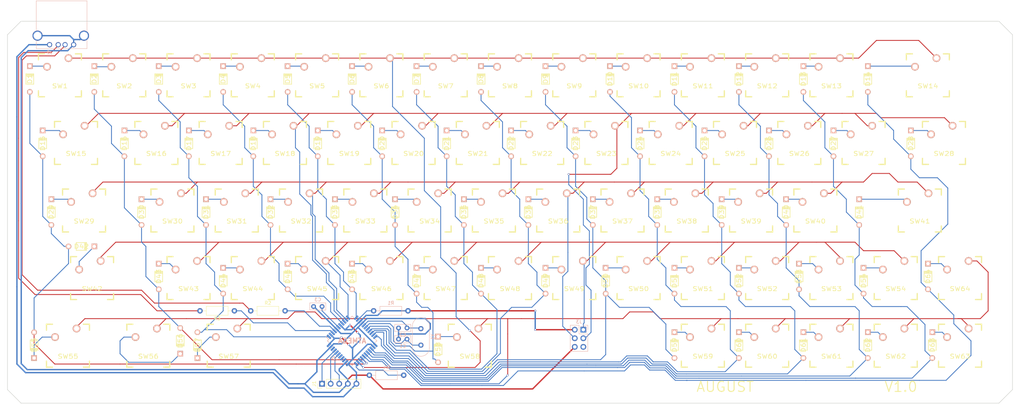
<source format=kicad_pcb>
(kicad_pcb (version 4) (host pcbnew 4.0.6)
  (layers (0 F.Cu signal) (31 B.Cu signal) (34 B.Paste user) (35 F.Paste user) (36 B.SilkS user) (37 F.SilkS user) (38 B.Mask user) (39 F.Mask user) (44 Edge.Cuts user))
  (net 0 "")
  (net 1 GND)
  (net 2 "Net-(C1-Pad2)")
  (net 3 "Net-(C2-Pad2)")
  (net 4 "Net-(C3-Pad1)")
  (net 5 /matrix/col1)
  (net 6 "Net-(D1-Pad2)")
  (net 7 /matrix/col2)
  (net 8 "Net-(D2-Pad2)")
  (net 9 /matrix/col3)
  (net 10 "Net-(D3-Pad2)")
  (net 11 /matrix/col4)
  (net 12 "Net-(D4-Pad2)")
  (net 13 /matrix/col5)
  (net 14 "Net-(D5-Pad2)")
  (net 15 /matrix/col6)
  (net 16 "Net-(D6-Pad2)")
  (net 17 /matrix/col7)
  (net 18 "Net-(D7-Pad2)")
  (net 19 /matrix/col8)
  (net 20 "Net-(D8-Pad2)")
  (net 21 /matrix/col9)
  (net 22 "Net-(D9-Pad2)")
  (net 23 /matrix/col10)
  (net 24 "Net-(D10-Pad2)")
  (net 25 /matrix/col11)
  (net 26 "Net-(D11-Pad2)")
  (net 27 /matrix/col12)
  (net 28 "Net-(D12-Pad2)")
  (net 29 /matrix/col13)
  (net 30 "Net-(D13-Pad2)")
  (net 31 /matrix/col14)
  (net 32 "Net-(D14-Pad2)")
  (net 33 "Net-(D15-Pad2)")
  (net 34 "Net-(D16-Pad2)")
  (net 35 "Net-(D17-Pad2)")
  (net 36 "Net-(D18-Pad2)")
  (net 37 "Net-(D19-Pad2)")
  (net 38 "Net-(D20-Pad2)")
  (net 39 "Net-(D21-Pad2)")
  (net 40 "Net-(D22-Pad2)")
  (net 41 "Net-(D23-Pad2)")
  (net 42 "Net-(D24-Pad2)")
  (net 43 "Net-(D25-Pad2)")
  (net 44 "Net-(D26-Pad2)")
  (net 45 "Net-(D27-Pad2)")
  (net 46 "Net-(D28-Pad2)")
  (net 47 "Net-(D29-Pad2)")
  (net 48 "Net-(D30-Pad2)")
  (net 49 "Net-(D31-Pad2)")
  (net 50 "Net-(D32-Pad2)")
  (net 51 "Net-(D33-Pad2)")
  (net 52 "Net-(D34-Pad2)")
  (net 53 "Net-(D35-Pad2)")
  (net 54 "Net-(D36-Pad2)")
  (net 55 "Net-(D37-Pad2)")
  (net 56 "Net-(D38-Pad2)")
  (net 57 "Net-(D39-Pad2)")
  (net 58 "Net-(D40-Pad2)")
  (net 59 "Net-(D41-Pad2)")
  (net 60 "Net-(D42-Pad2)")
  (net 61 "Net-(D43-Pad2)")
  (net 62 "Net-(D44-Pad2)")
  (net 63 "Net-(D45-Pad2)")
  (net 64 "Net-(D46-Pad2)")
  (net 65 "Net-(D47-Pad2)")
  (net 66 "Net-(D48-Pad2)")
  (net 67 "Net-(D49-Pad2)")
  (net 68 "Net-(D50-Pad2)")
  (net 69 "Net-(D51-Pad2)")
  (net 70 "Net-(D52-Pad2)")
  (net 71 "Net-(D53-Pad2)")
  (net 72 "Net-(D54-Pad2)")
  (net 73 "Net-(D55-Pad2)")
  (net 74 "Net-(D56-Pad2)")
  (net 75 "Net-(D57-Pad2)")
  (net 76 "Net-(D58-Pad2)")
  (net 77 "Net-(D59-Pad2)")
  (net 78 "Net-(D60-Pad2)")
  (net 79 "Net-(D61-Pad2)")
  (net 80 "Net-(D62-Pad2)")
  (net 81 "Net-(D63-Pad2)")
  (net 82 "Net-(D64-Pad2)")
  (net 83 VCC)
  (net 84 /EXT1)
  (net 85 /EXT2)
  (net 86 /EXT3)
  (net 87 "Net-(J2-Pad3)")
  (net 88 "Net-(J2-Pad2)")
  (net 89 /MISO)
  (net 90 /SCK)
  (net 91 /MOSI)
  (net 92 /RST)
  (net 93 /RES)
  (net 94 "Net-(R2-Pad2)")
  (net 95 "Net-(R3-Pad1)")
  (net 96 "Net-(R4-Pad1)")
  (net 97 /matrix/row1)
  (net 98 /matrix/row5)
  (net 99 "Net-(U1-Pad42)")
  (net 100 "Net-(U1-Pad36)")
  (net 101 "Net-(U1-Pad37)")
  (net 102 "Net-(U1-Pad38)")
  (module Mounting_Holes:MountingHole_2.7mm (layer F.Cu) (at 103.975 252.794)
    (fp_text reference REF** hide)
    (fp_text value MountingHole_2.7mm)
    (pad 1 np_thru_hole circle (at 0 0) (size 2.7 2.7) (drill 2.7) (layers *.Cu *.Mask))
  )
  (module Mounting_Holes:MountingHole_2.7mm (layer F.Cu) (at 47.968 252.159)
    (fp_text reference REF** hide)
    (fp_text value MountingHole_2.7mm)
    (pad 1 np_thru_hole circle (at 0 0) (size 2.7 2.7) (drill 2.7) (layers *.Cu *.Mask))
  )
  (module Mounting_Holes:MountingHole_2.7mm (layer F.Cu) (at 276.06 253.048)
    (fp_text reference REF** hide)
    (fp_text value MountingHole_2.7mm)
    (pad 1 np_thru_hole circle (at 0 0) (size 2.7 2.7) (drill 2.7) (layers *.Cu *.Mask))
  )
  (module Mounting_Holes:MountingHole_2.2mm_M2 (layer F.Cu) (at 238.468 188.786)
    (fp_text reference REF** hide)
    (fp_text value MountingHole_2.2mm_M2)
    (pad 1 np_thru_hole circle (at 0 0) (size 2.2 2.2) (drill 2.2) (layers *.Cu *.Mask))
  )
  (module Mounting_Holes:MountingHole_2.7mm (layer F.Cu) (at 71.59 148)
    (fp_text reference REF** hide)
    (fp_text value MountingHole_2.7mm)
    (pad 1 np_thru_hole circle (at 0 0) (size 2.7 2.7) (drill 2.7) (layers *.Cu *.Mask))
  )
  (module Mounting_Holes:MountingHole_2.7mm (layer F.Cu) (at 124.168 148)
    (fp_text reference REF** hide)
    (fp_text value MountingHole_2.7mm)
    (pad 1 np_thru_hole circle (at 0 0) (size 2.7 2.7) (drill 2.7) (layers *.Cu *.Mask))
  )
  (module Mounting_Holes:MountingHole_2.7mm (layer F.Cu) (at 190 148)
    (fp_text reference REF** hide)
    (fp_text value MountingHole_2.7mm)
    (pad 1 np_thru_hole circle (at 0 0) (size 2.7 2.7) (drill 2.7) (layers *.Cu *.Mask))
  )
  (module Mounting_Holes:MountingHole_2.7mm (layer F.Cu) (at 257.01 148)
    (fp_text reference REF** hide)
    (fp_text value MountingHole_2.7mm)
    (pad 1 np_thru_hole circle (at 0 0) (size 2.7 2.7) (drill 2.7) (layers *.Cu *.Mask))
  )
  (module Mounting_Holes:MountingHole_2.7mm (layer F.Cu) (at 332.956 149.924)
    (fp_text reference REF** hide)
    (fp_text value MountingHole_2.7mm)
    (pad 1 np_thru_hole circle (at 0 0) (size 2.7 2.7) (drill 2.7) (layers *.Cu *.Mask))
  )
  (module Mounting_Holes:MountingHole_2.7mm (layer F.Cu) (at 334.48 180.404)
    (fp_text reference REF** hide)
    (fp_text value MountingHole_2.7mm)
    (pad 1 np_thru_hole circle (at 0 0) (size 2.7 2.7) (drill 2.7) (layers *.Cu *.Mask))
  )
  (module Mounting_Holes:MountingHole_2.7mm (layer F.Cu) (at 334.48 210.884)
    (fp_text reference REF** hide)
    (fp_text value MountingHole_2.7mm)
    (pad 1 np_thru_hole circle (at 0 0) (size 2.7 2.7) (drill 2.7) (layers *.Cu *.Mask))
  )
  (module Mounting_Holes:MountingHole_2.7mm (layer F.Cu) (at 52.286 170.752)
    (fp_text reference REF** hide)
    (fp_text value MountingHole_2.7mm)
    (pad 1 np_thru_hole circle (at 0 0) (size 2.7 2.7) (drill 2.7) (layers *.Cu *.Mask))
  )
  (module Mounting_Holes:MountingHole_2.7mm (layer F.Cu) (at 50.254 207.074)
    (fp_text reference REF** hide)
    (fp_text value MountingHole_2.7mm)
    (pad 1 np_thru_hole circle (at 0 0) (size 2.7 2.7) (drill 2.7) (layers *.Cu *.Mask))
  )
  (module Mounting_Holes:MountingHole_2.7mm (layer F.Cu) (at 332.448 252.54)
    (fp_text reference REF** hide)
    (fp_text value MountingHole_2.7mm)
    (pad 1 np_thru_hole circle (at 0 0) (size 2.7 2.7) (drill 2.7) (layers *.Cu *.Mask))
  )
  (module Mounting_Holes:MountingHole_2.7mm (layer F.Cu) (at 212.052 252.032)
    (fp_text reference REF** hide)
    (fp_text value MountingHole_2.7mm)
    (pad 1 np_thru_hole circle (at 0 0) (size 2.7 2.7) (drill 2.7) (layers *.Cu *.Mask))
  )
  (module Mounting_Holes:MountingHole_2.7mm (layer F.Cu) (at 119.596 240.602)
    (fp_text reference REF** hide)
    (fp_text value MountingHole_2.7mm)
    (pad 1 np_thru_hole circle (at 0 0) (size 2.7 2.7) (drill 2.7) (layers *.Cu *.Mask))
  )
  (module Capacitors_THT:C_Rect_L4.6mm_W2.0mm_P2.50mm_MKS02_FKP02 (layer B.Cu) (at 157.696 238.062)
    (fp_text reference C1 (at 1.25 2.06) (layer B.SilkS) (effects (justify mirror)))
    (fp_text value 22pF)
    (pad 1 thru_hole circle (at 0 0) (size 1.4 1.4) (drill 0.7) (layers *.Cu *.Mask) (net 1 GND))
    (pad 2 thru_hole circle (at 2.5 0) (size 1.4 1.4) (drill 0.7) (layers *.Cu *.Mask) (net 2 "Net-(C1-Pad2)"))
  )
  (module Capacitors_THT:C_Rect_L4.6mm_W2.0mm_P2.50mm_MKS02_FKP02 (layer B.Cu) (at 157.696 234.76)
    (fp_text reference C2 (at 1.25 2.06) (layer B.SilkS) (effects (justify mirror)))
    (fp_text value 22pF)
    (pad 1 thru_hole circle (at 0 0) (size 1.4 1.4) (drill 0.7) (layers *.Cu *.Mask) (net 1 GND))
    (pad 2 thru_hole circle (at 2.5 0) (size 1.4 1.4) (drill 0.7) (layers *.Cu *.Mask) (net 3 "Net-(C2-Pad2)"))
  )
  (module Capacitors_THT:C_Rect_L4.6mm_W2.0mm_P2.50mm_MKS02_FKP02 (layer B.Cu) (at 135.09 228.41 180)
    (fp_text reference C3 (at 1.25 2.06 180) (layer B.SilkS) (effects (justify mirror)))
    (fp_text value C)
    (pad 1 thru_hole circle (at 0 0 180) (size 1.4 1.4) (drill 0.7) (layers *.Cu *.Mask) (net 4 "Net-(C3-Pad1)"))
    (pad 2 thru_hole circle (at 2.5 0 180) (size 1.4 1.4) (drill 0.7) (layers *.Cu *.Mask) (net 1 GND))
  )
  (module cherrymx:DIODE (layer F.Cu) (at 48.73 161.1 90)
    (fp_text reference D1 (at 0 0 90) (layer F.SilkS) (effects (font (size 1.27 1.524) (thickness 0.2032))))
    (fp_text value D hide)
    (pad 1 thru_hole circle (at -3.81 0 90) (size 1.651 1.651) (drill 0.9906) (layers *.Cu *.SilkS *.Mask) (net 5 /matrix/col1))
    (pad 2 thru_hole rect (at 3.81 0 90) (size 1.651 1.651) (drill 0.9906) (layers *.Cu *.SilkS *.Mask) (net 6 "Net-(D1-Pad2)"))
  )
  (module cherrymx:DIODE (layer F.Cu) (at 67.78 161.1 90)
    (fp_text reference D2 (at 0 0 90) (layer F.SilkS) (effects (font (size 1.27 1.524) (thickness 0.2032))))
    (fp_text value D hide)
    (pad 1 thru_hole circle (at -3.81 0 90) (size 1.651 1.651) (drill 0.9906) (layers *.Cu *.SilkS *.Mask) (net 7 /matrix/col2))
    (pad 2 thru_hole rect (at 3.81 0 90) (size 1.651 1.651) (drill 0.9906) (layers *.Cu *.SilkS *.Mask) (net 8 "Net-(D2-Pad2)"))
  )
  (module cherrymx:DIODE (layer F.Cu) (at 86.83 161.1 90)
    (fp_text reference D3 (at 0 0 90) (layer F.SilkS) (effects (font (size 1.27 1.524) (thickness 0.2032))))
    (fp_text value D hide)
    (pad 1 thru_hole circle (at -3.81 0 90) (size 1.651 1.651) (drill 0.9906) (layers *.Cu *.SilkS *.Mask) (net 9 /matrix/col3))
    (pad 2 thru_hole rect (at 3.81 0 90) (size 1.651 1.651) (drill 0.9906) (layers *.Cu *.SilkS *.Mask) (net 10 "Net-(D3-Pad2)"))
  )
  (module cherrymx:DIODE (layer F.Cu) (at 105.88 161.1 90)
    (fp_text reference D4 (at 0 0 90) (layer F.SilkS) (effects (font (size 1.27 1.524) (thickness 0.2032))))
    (fp_text value D hide)
    (pad 1 thru_hole circle (at -3.81 0 90) (size 1.651 1.651) (drill 0.9906) (layers *.Cu *.SilkS *.Mask) (net 11 /matrix/col4))
    (pad 2 thru_hole rect (at 3.81 0 90) (size 1.651 1.651) (drill 0.9906) (layers *.Cu *.SilkS *.Mask) (net 12 "Net-(D4-Pad2)"))
  )
  (module cherrymx:DIODE (layer F.Cu) (at 124.93 161.1 90)
    (fp_text reference D5 (at 0 0 90) (layer F.SilkS) (effects (font (size 1.27 1.524) (thickness 0.2032))))
    (fp_text value D hide)
    (pad 1 thru_hole circle (at -3.81 0 90) (size 1.651 1.651) (drill 0.9906) (layers *.Cu *.SilkS *.Mask) (net 13 /matrix/col5))
    (pad 2 thru_hole rect (at 3.81 0 90) (size 1.651 1.651) (drill 0.9906) (layers *.Cu *.SilkS *.Mask) (net 14 "Net-(D5-Pad2)"))
  )
  (module cherrymx:DIODE (layer F.Cu) (at 143.98 161.1 90)
    (fp_text reference D6 (at 0 0 90) (layer F.SilkS) (effects (font (size 1.27 1.524) (thickness 0.2032))))
    (fp_text value D hide)
    (pad 1 thru_hole circle (at -3.81 0 90) (size 1.651 1.651) (drill 0.9906) (layers *.Cu *.SilkS *.Mask) (net 15 /matrix/col6))
    (pad 2 thru_hole rect (at 3.81 0 90) (size 1.651 1.651) (drill 0.9906) (layers *.Cu *.SilkS *.Mask) (net 16 "Net-(D6-Pad2)"))
  )
  (module cherrymx:DIODE (layer F.Cu) (at 163.03 161.1 90)
    (fp_text reference D7 (at 0 0 90) (layer F.SilkS) (effects (font (size 1.27 1.524) (thickness 0.2032))))
    (fp_text value D hide)
    (pad 1 thru_hole circle (at -3.81 0 90) (size 1.651 1.651) (drill 0.9906) (layers *.Cu *.SilkS *.Mask) (net 17 /matrix/col7))
    (pad 2 thru_hole rect (at 3.81 0 90) (size 1.651 1.651) (drill 0.9906) (layers *.Cu *.SilkS *.Mask) (net 18 "Net-(D7-Pad2)"))
  )
  (module cherrymx:DIODE (layer F.Cu) (at 182.08 161.1 90)
    (fp_text reference D8 (at 0 0 90) (layer F.SilkS) (effects (font (size 1.27 1.524) (thickness 0.2032))))
    (fp_text value D hide)
    (pad 1 thru_hole circle (at -3.81 0 90) (size 1.651 1.651) (drill 0.9906) (layers *.Cu *.SilkS *.Mask) (net 19 /matrix/col8))
    (pad 2 thru_hole rect (at 3.81 0 90) (size 1.651 1.651) (drill 0.9906) (layers *.Cu *.SilkS *.Mask) (net 20 "Net-(D8-Pad2)"))
  )
  (module cherrymx:DIODE (layer F.Cu) (at 201.13 161.1 90)
    (fp_text reference D9 (at 0 0 90) (layer F.SilkS) (effects (font (size 1.27 1.524) (thickness 0.2032))))
    (fp_text value D hide)
    (pad 1 thru_hole circle (at -3.81 0 90) (size 1.651 1.651) (drill 0.9906) (layers *.Cu *.SilkS *.Mask) (net 21 /matrix/col9))
    (pad 2 thru_hole rect (at 3.81 0 90) (size 1.651 1.651) (drill 0.9906) (layers *.Cu *.SilkS *.Mask) (net 22 "Net-(D9-Pad2)"))
  )
  (module cherrymx:DIODE (layer F.Cu) (at 220.18 161.1 90)
    (fp_text reference D10 (at 0 0 90) (layer F.SilkS) (effects (font (size 1.27 1.524) (thickness 0.2032))))
    (fp_text value D hide)
    (pad 1 thru_hole circle (at -3.81 0 90) (size 1.651 1.651) (drill 0.9906) (layers *.Cu *.SilkS *.Mask) (net 23 /matrix/col10))
    (pad 2 thru_hole rect (at 3.81 0 90) (size 1.651 1.651) (drill 0.9906) (layers *.Cu *.SilkS *.Mask) (net 24 "Net-(D10-Pad2)"))
  )
  (module cherrymx:DIODE (layer F.Cu) (at 239.23 161.1 90)
    (fp_text reference D11 (at 0 0 90) (layer F.SilkS) (effects (font (size 1.27 1.524) (thickness 0.2032))))
    (fp_text value D hide)
    (pad 1 thru_hole circle (at -3.81 0 90) (size 1.651 1.651) (drill 0.9906) (layers *.Cu *.SilkS *.Mask) (net 25 /matrix/col11))
    (pad 2 thru_hole rect (at 3.81 0 90) (size 1.651 1.651) (drill 0.9906) (layers *.Cu *.SilkS *.Mask) (net 26 "Net-(D11-Pad2)"))
  )
  (module cherrymx:DIODE (layer F.Cu) (at 258.28 161.1 90)
    (fp_text reference D12 (at 0 0 90) (layer F.SilkS) (effects (font (size 1.27 1.524) (thickness 0.2032))))
    (fp_text value D hide)
    (pad 1 thru_hole circle (at -3.81 0 90) (size 1.651 1.651) (drill 0.9906) (layers *.Cu *.SilkS *.Mask) (net 27 /matrix/col12))
    (pad 2 thru_hole rect (at 3.81 0 90) (size 1.651 1.651) (drill 0.9906) (layers *.Cu *.SilkS *.Mask) (net 28 "Net-(D12-Pad2)"))
  )
  (module cherrymx:DIODE (layer F.Cu) (at 277.33 161.1 90)
    (fp_text reference D13 (at 0 0 90) (layer F.SilkS) (effects (font (size 1.27 1.524) (thickness 0.2032))))
    (fp_text value D hide)
    (pad 1 thru_hole circle (at -3.81 0 90) (size 1.651 1.651) (drill 0.9906) (layers *.Cu *.SilkS *.Mask) (net 29 /matrix/col13))
    (pad 2 thru_hole rect (at 3.81 0 90) (size 1.651 1.651) (drill 0.9906) (layers *.Cu *.SilkS *.Mask) (net 30 "Net-(D13-Pad2)"))
  )
  (module cherrymx:DIODE (layer F.Cu) (at 296.38 161.1 90)
    (fp_text reference D14 (at 0 0 90) (layer F.SilkS) (effects (font (size 1.27 1.524) (thickness 0.2032))))
    (fp_text value D hide)
    (pad 1 thru_hole circle (at -3.81 0 90) (size 1.651 1.651) (drill 0.9906) (layers *.Cu *.SilkS *.Mask) (net 31 /matrix/col14))
    (pad 2 thru_hole rect (at 3.81 0 90) (size 1.651 1.651) (drill 0.9906) (layers *.Cu *.SilkS *.Mask) (net 32 "Net-(D14-Pad2)"))
  )
  (module cherrymx:DIODE (layer F.Cu) (at 52.54 180.15 90)
    (fp_text reference D15 (at 0 0 90) (layer F.SilkS) (effects (font (size 1.27 1.524) (thickness 0.2032))))
    (fp_text value D hide)
    (pad 1 thru_hole circle (at -3.81 0 90) (size 1.651 1.651) (drill 0.9906) (layers *.Cu *.SilkS *.Mask) (net 5 /matrix/col1))
    (pad 2 thru_hole rect (at 3.81 0 90) (size 1.651 1.651) (drill 0.9906) (layers *.Cu *.SilkS *.Mask) (net 33 "Net-(D15-Pad2)"))
  )
  (module cherrymx:DIODE (layer F.Cu) (at 76.67 180.15 90)
    (fp_text reference D16 (at 0 0 90) (layer F.SilkS) (effects (font (size 1.27 1.524) (thickness 0.2032))))
    (fp_text value D hide)
    (pad 1 thru_hole circle (at -3.81 0 90) (size 1.651 1.651) (drill 0.9906) (layers *.Cu *.SilkS *.Mask) (net 7 /matrix/col2))
    (pad 2 thru_hole rect (at 3.81 0 90) (size 1.651 1.651) (drill 0.9906) (layers *.Cu *.SilkS *.Mask) (net 34 "Net-(D16-Pad2)"))
  )
  (module cherrymx:DIODE (layer F.Cu) (at 95.72 180.15 90)
    (fp_text reference D17 (at 0 0 90) (layer F.SilkS) (effects (font (size 1.27 1.524) (thickness 0.2032))))
    (fp_text value D hide)
    (pad 1 thru_hole circle (at -3.81 0 90) (size 1.651 1.651) (drill 0.9906) (layers *.Cu *.SilkS *.Mask) (net 9 /matrix/col3))
    (pad 2 thru_hole rect (at 3.81 0 90) (size 1.651 1.651) (drill 0.9906) (layers *.Cu *.SilkS *.Mask) (net 35 "Net-(D17-Pad2)"))
  )
  (module cherrymx:DIODE (layer F.Cu) (at 114.77 180.15 90)
    (fp_text reference D18 (at 0 0 90) (layer F.SilkS) (effects (font (size 1.27 1.524) (thickness 0.2032))))
    (fp_text value D hide)
    (pad 1 thru_hole circle (at -3.81 0 90) (size 1.651 1.651) (drill 0.9906) (layers *.Cu *.SilkS *.Mask) (net 11 /matrix/col4))
    (pad 2 thru_hole rect (at 3.81 0 90) (size 1.651 1.651) (drill 0.9906) (layers *.Cu *.SilkS *.Mask) (net 36 "Net-(D18-Pad2)"))
  )
  (module cherrymx:DIODE (layer F.Cu) (at 133.82 180.15 90)
    (fp_text reference D19 (at 0 0 90) (layer F.SilkS) (effects (font (size 1.27 1.524) (thickness 0.2032))))
    (fp_text value D hide)
    (pad 1 thru_hole circle (at -3.81 0 90) (size 1.651 1.651) (drill 0.9906) (layers *.Cu *.SilkS *.Mask) (net 13 /matrix/col5))
    (pad 2 thru_hole rect (at 3.81 0 90) (size 1.651 1.651) (drill 0.9906) (layers *.Cu *.SilkS *.Mask) (net 37 "Net-(D19-Pad2)"))
  )
  (module cherrymx:DIODE (layer F.Cu) (at 152.87 180.15 90)
    (fp_text reference D20 (at 0 0 90) (layer F.SilkS) (effects (font (size 1.27 1.524) (thickness 0.2032))))
    (fp_text value D hide)
    (pad 1 thru_hole circle (at -3.81 0 90) (size 1.651 1.651) (drill 0.9906) (layers *.Cu *.SilkS *.Mask) (net 15 /matrix/col6))
    (pad 2 thru_hole rect (at 3.81 0 90) (size 1.651 1.651) (drill 0.9906) (layers *.Cu *.SilkS *.Mask) (net 38 "Net-(D20-Pad2)"))
  )
  (module cherrymx:DIODE (layer F.Cu) (at 171.92 180.15 90)
    (fp_text reference D21 (at 0 0 90) (layer F.SilkS) (effects (font (size 1.27 1.524) (thickness 0.2032))))
    (fp_text value D hide)
    (pad 1 thru_hole circle (at -3.81 0 90) (size 1.651 1.651) (drill 0.9906) (layers *.Cu *.SilkS *.Mask) (net 17 /matrix/col7))
    (pad 2 thru_hole rect (at 3.81 0 90) (size 1.651 1.651) (drill 0.9906) (layers *.Cu *.SilkS *.Mask) (net 39 "Net-(D21-Pad2)"))
  )
  (module cherrymx:DIODE (layer F.Cu) (at 190.97 180.15 90)
    (fp_text reference D22 (at 0 0 90) (layer F.SilkS) (effects (font (size 1.27 1.524) (thickness 0.2032))))
    (fp_text value D hide)
    (pad 1 thru_hole circle (at -3.81 0 90) (size 1.651 1.651) (drill 0.9906) (layers *.Cu *.SilkS *.Mask) (net 19 /matrix/col8))
    (pad 2 thru_hole rect (at 3.81 0 90) (size 1.651 1.651) (drill 0.9906) (layers *.Cu *.SilkS *.Mask) (net 40 "Net-(D22-Pad2)"))
  )
  (module cherrymx:DIODE (layer F.Cu) (at 210.02 180.15 90)
    (fp_text reference D23 (at 0 0 90) (layer F.SilkS) (effects (font (size 1.27 1.524) (thickness 0.2032))))
    (fp_text value D hide)
    (pad 1 thru_hole circle (at -3.81 0 90) (size 1.651 1.651) (drill 0.9906) (layers *.Cu *.SilkS *.Mask) (net 21 /matrix/col9))
    (pad 2 thru_hole rect (at 3.81 0 90) (size 1.651 1.651) (drill 0.9906) (layers *.Cu *.SilkS *.Mask) (net 41 "Net-(D23-Pad2)"))
  )
  (module cherrymx:DIODE (layer F.Cu) (at 229.07 180.15 90)
    (fp_text reference D24 (at 0 0 90) (layer F.SilkS) (effects (font (size 1.27 1.524) (thickness 0.2032))))
    (fp_text value D hide)
    (pad 1 thru_hole circle (at -3.81 0 90) (size 1.651 1.651) (drill 0.9906) (layers *.Cu *.SilkS *.Mask) (net 23 /matrix/col10))
    (pad 2 thru_hole rect (at 3.81 0 90) (size 1.651 1.651) (drill 0.9906) (layers *.Cu *.SilkS *.Mask) (net 42 "Net-(D24-Pad2)"))
  )
  (module cherrymx:DIODE (layer F.Cu) (at 248.12 180.15 90)
    (fp_text reference D25 (at 0 0 90) (layer F.SilkS) (effects (font (size 1.27 1.524) (thickness 0.2032))))
    (fp_text value D hide)
    (pad 1 thru_hole circle (at -3.81 0 90) (size 1.651 1.651) (drill 0.9906) (layers *.Cu *.SilkS *.Mask) (net 25 /matrix/col11))
    (pad 2 thru_hole rect (at 3.81 0 90) (size 1.651 1.651) (drill 0.9906) (layers *.Cu *.SilkS *.Mask) (net 43 "Net-(D25-Pad2)"))
  )
  (module cherrymx:DIODE (layer F.Cu) (at 267.17 180.15 90)
    (fp_text reference D26 (at 0 0 90) (layer F.SilkS) (effects (font (size 1.27 1.524) (thickness 0.2032))))
    (fp_text value D hide)
    (pad 1 thru_hole circle (at -3.81 0 90) (size 1.651 1.651) (drill 0.9906) (layers *.Cu *.SilkS *.Mask) (net 27 /matrix/col12))
    (pad 2 thru_hole rect (at 3.81 0 90) (size 1.651 1.651) (drill 0.9906) (layers *.Cu *.SilkS *.Mask) (net 44 "Net-(D26-Pad2)"))
  )
  (module cherrymx:DIODE (layer F.Cu) (at 286.22 180.15 90)
    (fp_text reference D27 (at 0 0 90) (layer F.SilkS) (effects (font (size 1.27 1.524) (thickness 0.2032))))
    (fp_text value D hide)
    (pad 1 thru_hole circle (at -3.81 0 90) (size 1.651 1.651) (drill 0.9906) (layers *.Cu *.SilkS *.Mask) (net 29 /matrix/col13))
    (pad 2 thru_hole rect (at 3.81 0 90) (size 1.651 1.651) (drill 0.9906) (layers *.Cu *.SilkS *.Mask) (net 45 "Net-(D27-Pad2)"))
  )
  (module cherrymx:DIODE (layer F.Cu) (at 309.08 180.15 90)
    (fp_text reference D28 (at 0 0 90) (layer F.SilkS) (effects (font (size 1.27 1.524) (thickness 0.2032))))
    (fp_text value D hide)
    (pad 1 thru_hole circle (at -3.81 0 90) (size 1.651 1.651) (drill 0.9906) (layers *.Cu *.SilkS *.Mask) (net 31 /matrix/col14))
    (pad 2 thru_hole rect (at 3.81 0 90) (size 1.651 1.651) (drill 0.9906) (layers *.Cu *.SilkS *.Mask) (net 46 "Net-(D28-Pad2)"))
  )
  (module cherrymx:DIODE (layer F.Cu) (at 55.08 200.47 90)
    (fp_text reference D29 (at 0 0 90) (layer F.SilkS) (effects (font (size 1.27 1.524) (thickness 0.2032))))
    (fp_text value D hide)
    (pad 1 thru_hole circle (at -3.81 0 90) (size 1.651 1.651) (drill 0.9906) (layers *.Cu *.SilkS *.Mask) (net 5 /matrix/col1))
    (pad 2 thru_hole rect (at 3.81 0 90) (size 1.651 1.651) (drill 0.9906) (layers *.Cu *.SilkS *.Mask) (net 47 "Net-(D29-Pad2)"))
  )
  (module cherrymx:DIODE (layer F.Cu) (at 81.75 200.47 90)
    (fp_text reference D30 (at 0 0 90) (layer F.SilkS) (effects (font (size 1.27 1.524) (thickness 0.2032))))
    (fp_text value D hide)
    (pad 1 thru_hole circle (at -3.81 0 90) (size 1.651 1.651) (drill 0.9906) (layers *.Cu *.SilkS *.Mask) (net 7 /matrix/col2))
    (pad 2 thru_hole rect (at 3.81 0 90) (size 1.651 1.651) (drill 0.9906) (layers *.Cu *.SilkS *.Mask) (net 48 "Net-(D30-Pad2)"))
  )
  (module cherrymx:DIODE (layer F.Cu) (at 100.8 200.47 90)
    (fp_text reference D31 (at 0 0 90) (layer F.SilkS) (effects (font (size 1.27 1.524) (thickness 0.2032))))
    (fp_text value D hide)
    (pad 1 thru_hole circle (at -3.81 0 90) (size 1.651 1.651) (drill 0.9906) (layers *.Cu *.SilkS *.Mask) (net 9 /matrix/col3))
    (pad 2 thru_hole rect (at 3.81 0 90) (size 1.651 1.651) (drill 0.9906) (layers *.Cu *.SilkS *.Mask) (net 49 "Net-(D31-Pad2)"))
  )
  (module cherrymx:DIODE (layer F.Cu) (at 119.85 200.47 90)
    (fp_text reference D32 (at 0 0 90) (layer F.SilkS) (effects (font (size 1.27 1.524) (thickness 0.2032))))
    (fp_text value D hide)
    (pad 1 thru_hole circle (at -3.81 0 90) (size 1.651 1.651) (drill 0.9906) (layers *.Cu *.SilkS *.Mask) (net 11 /matrix/col4))
    (pad 2 thru_hole rect (at 3.81 0 90) (size 1.651 1.651) (drill 0.9906) (layers *.Cu *.SilkS *.Mask) (net 50 "Net-(D32-Pad2)"))
  )
  (module cherrymx:DIODE (layer F.Cu) (at 138.9 200.47 90)
    (fp_text reference D33 (at 0 0 90) (layer F.SilkS) (effects (font (size 1.27 1.524) (thickness 0.2032))))
    (fp_text value D hide)
    (pad 1 thru_hole circle (at -3.81 0 90) (size 1.651 1.651) (drill 0.9906) (layers *.Cu *.SilkS *.Mask) (net 13 /matrix/col5))
    (pad 2 thru_hole rect (at 3.81 0 90) (size 1.651 1.651) (drill 0.9906) (layers *.Cu *.SilkS *.Mask) (net 51 "Net-(D33-Pad2)"))
  )
  (module cherrymx:DIODE (layer F.Cu) (at 156.68 200.47 90)
    (fp_text reference D34 (at 0 0 90) (layer F.SilkS) (effects (font (size 1.27 1.524) (thickness 0.2032))))
    (fp_text value D hide)
    (pad 1 thru_hole circle (at -3.81 0 90) (size 1.651 1.651) (drill 0.9906) (layers *.Cu *.SilkS *.Mask) (net 15 /matrix/col6))
    (pad 2 thru_hole rect (at 3.81 0 90) (size 1.651 1.651) (drill 0.9906) (layers *.Cu *.SilkS *.Mask) (net 52 "Net-(D34-Pad2)"))
  )
  (module cherrymx:DIODE (layer F.Cu) (at 177 200.47 90)
    (fp_text reference D35 (at 0 0 90) (layer F.SilkS) (effects (font (size 1.27 1.524) (thickness 0.2032))))
    (fp_text value D hide)
    (pad 1 thru_hole circle (at -3.81 0 90) (size 1.651 1.651) (drill 0.9906) (layers *.Cu *.SilkS *.Mask) (net 17 /matrix/col7))
    (pad 2 thru_hole rect (at 3.81 0 90) (size 1.651 1.651) (drill 0.9906) (layers *.Cu *.SilkS *.Mask) (net 53 "Net-(D35-Pad2)"))
  )
  (module cherrymx:DIODE (layer F.Cu) (at 196.05 200.47 90)
    (fp_text reference D36 (at 0 0 90) (layer F.SilkS) (effects (font (size 1.27 1.524) (thickness 0.2032))))
    (fp_text value D hide)
    (pad 1 thru_hole circle (at -3.81 0 90) (size 1.651 1.651) (drill 0.9906) (layers *.Cu *.SilkS *.Mask) (net 19 /matrix/col8))
    (pad 2 thru_hole rect (at 3.81 0 90) (size 1.651 1.651) (drill 0.9906) (layers *.Cu *.SilkS *.Mask) (net 54 "Net-(D36-Pad2)"))
  )
  (module cherrymx:DIODE (layer F.Cu) (at 215.1 200.47 90)
    (fp_text reference D37 (at 0 0 90) (layer F.SilkS) (effects (font (size 1.27 1.524) (thickness 0.2032))))
    (fp_text value D hide)
    (pad 1 thru_hole circle (at -3.81 0 90) (size 1.651 1.651) (drill 0.9906) (layers *.Cu *.SilkS *.Mask) (net 21 /matrix/col9))
    (pad 2 thru_hole rect (at 3.81 0 90) (size 1.651 1.651) (drill 0.9906) (layers *.Cu *.SilkS *.Mask) (net 55 "Net-(D37-Pad2)"))
  )
  (module cherrymx:DIODE (layer F.Cu) (at 234.15 200.47 90)
    (fp_text reference D38 (at 0 0 90) (layer F.SilkS) (effects (font (size 1.27 1.524) (thickness 0.2032))))
    (fp_text value D hide)
    (pad 1 thru_hole circle (at -3.81 0 90) (size 1.651 1.651) (drill 0.9906) (layers *.Cu *.SilkS *.Mask) (net 23 /matrix/col10))
    (pad 2 thru_hole rect (at 3.81 0 90) (size 1.651 1.651) (drill 0.9906) (layers *.Cu *.SilkS *.Mask) (net 56 "Net-(D38-Pad2)"))
  )
  (module cherrymx:DIODE (layer F.Cu) (at 253.2 200.47 90)
    (fp_text reference D39 (at 0 0 90) (layer F.SilkS) (effects (font (size 1.27 1.524) (thickness 0.2032))))
    (fp_text value D hide)
    (pad 1 thru_hole circle (at -3.81 0 90) (size 1.651 1.651) (drill 0.9906) (layers *.Cu *.SilkS *.Mask) (net 25 /matrix/col11))
    (pad 2 thru_hole rect (at 3.81 0 90) (size 1.651 1.651) (drill 0.9906) (layers *.Cu *.SilkS *.Mask) (net 57 "Net-(D39-Pad2)"))
  )
  (module cherrymx:DIODE (layer F.Cu) (at 272.25 200.47 90)
    (fp_text reference D40 (at 0 0 90) (layer F.SilkS) (effects (font (size 1.27 1.524) (thickness 0.2032))))
    (fp_text value D hide)
    (pad 1 thru_hole circle (at -3.81 0 90) (size 1.651 1.651) (drill 0.9906) (layers *.Cu *.SilkS *.Mask) (net 27 /matrix/col12))
    (pad 2 thru_hole rect (at 3.81 0 90) (size 1.651 1.651) (drill 0.9906) (layers *.Cu *.SilkS *.Mask) (net 58 "Net-(D40-Pad2)"))
  )
  (module cherrymx:DIODE (layer F.Cu) (at 293.84 200.47 90)
    (fp_text reference D41 (at 0 0 90) (layer F.SilkS) (effects (font (size 1.27 1.524) (thickness 0.2032))))
    (fp_text value D hide)
    (pad 1 thru_hole circle (at -3.81 0 90) (size 1.651 1.651) (drill 0.9906) (layers *.Cu *.SilkS *.Mask) (net 29 /matrix/col13))
    (pad 2 thru_hole rect (at 3.81 0 90) (size 1.651 1.651) (drill 0.9906) (layers *.Cu *.SilkS *.Mask) (net 59 "Net-(D41-Pad2)"))
  )
  (module cherrymx:DIODE (layer F.Cu) (at 63.97 210.63)
    (fp_text reference D42 (at 0 0) (layer F.SilkS) (effects (font (size 1.27 1.524) (thickness 0.2032))))
    (fp_text value D hide)
    (pad 1 thru_hole circle (at -3.81 0) (size 1.651 1.651) (drill 0.9906) (layers *.Cu *.SilkS *.Mask) (net 5 /matrix/col1))
    (pad 2 thru_hole rect (at 3.81 0) (size 1.651 1.651) (drill 0.9906) (layers *.Cu *.SilkS *.Mask) (net 60 "Net-(D42-Pad2)"))
  )
  (module cherrymx:DIODE (layer F.Cu) (at 86.83 219.52 90)
    (fp_text reference D43 (at 0 0 90) (layer F.SilkS) (effects (font (size 1.27 1.524) (thickness 0.2032))))
    (fp_text value D hide)
    (pad 1 thru_hole circle (at -3.81 0 90) (size 1.651 1.651) (drill 0.9906) (layers *.Cu *.SilkS *.Mask) (net 7 /matrix/col2))
    (pad 2 thru_hole rect (at 3.81 0 90) (size 1.651 1.651) (drill 0.9906) (layers *.Cu *.SilkS *.Mask) (net 61 "Net-(D43-Pad2)"))
  )
  (module cherrymx:DIODE (layer F.Cu) (at 105.88 220.79 90)
    (fp_text reference D44 (at 0 0 90) (layer F.SilkS) (effects (font (size 1.27 1.524) (thickness 0.2032))))
    (fp_text value D hide)
    (pad 1 thru_hole circle (at -3.81 0 90) (size 1.651 1.651) (drill 0.9906) (layers *.Cu *.SilkS *.Mask) (net 9 /matrix/col3))
    (pad 2 thru_hole rect (at 3.81 0 90) (size 1.651 1.651) (drill 0.9906) (layers *.Cu *.SilkS *.Mask) (net 62 "Net-(D44-Pad2)"))
  )
  (module cherrymx:DIODE (layer F.Cu) (at 124.93 219.52 90)
    (fp_text reference D45 (at 0 0 90) (layer F.SilkS) (effects (font (size 1.27 1.524) (thickness 0.2032))))
    (fp_text value D hide)
    (pad 1 thru_hole circle (at -3.81 0 90) (size 1.651 1.651) (drill 0.9906) (layers *.Cu *.SilkS *.Mask) (net 11 /matrix/col4))
    (pad 2 thru_hole rect (at 3.81 0 90) (size 1.651 1.651) (drill 0.9906) (layers *.Cu *.SilkS *.Mask) (net 63 "Net-(D45-Pad2)"))
  )
  (module cherrymx:DIODE (layer F.Cu) (at 143.98 219.52 90)
    (fp_text reference D46 (at 0 0 90) (layer F.SilkS) (effects (font (size 1.27 1.524) (thickness 0.2032))))
    (fp_text value D hide)
    (pad 1 thru_hole circle (at -3.81 0 90) (size 1.651 1.651) (drill 0.9906) (layers *.Cu *.SilkS *.Mask) (net 13 /matrix/col5))
    (pad 2 thru_hole rect (at 3.81 0 90) (size 1.651 1.651) (drill 0.9906) (layers *.Cu *.SilkS *.Mask) (net 64 "Net-(D46-Pad2)"))
  )
  (module cherrymx:DIODE (layer F.Cu) (at 163.03 220.79 90)
    (fp_text reference D47 (at 0 0 90) (layer F.SilkS) (effects (font (size 1.27 1.524) (thickness 0.2032))))
    (fp_text value D hide)
    (pad 1 thru_hole circle (at -3.81 0 90) (size 1.651 1.651) (drill 0.9906) (layers *.Cu *.SilkS *.Mask) (net 15 /matrix/col6))
    (pad 2 thru_hole rect (at 3.81 0 90) (size 1.651 1.651) (drill 0.9906) (layers *.Cu *.SilkS *.Mask) (net 65 "Net-(D47-Pad2)"))
  )
  (module cherrymx:DIODE (layer F.Cu) (at 182.08 220.79 90)
    (fp_text reference D48 (at 0 0 90) (layer F.SilkS) (effects (font (size 1.27 1.524) (thickness 0.2032))))
    (fp_text value D hide)
    (pad 1 thru_hole circle (at -3.81 0 90) (size 1.651 1.651) (drill 0.9906) (layers *.Cu *.SilkS *.Mask) (net 17 /matrix/col7))
    (pad 2 thru_hole rect (at 3.81 0 90) (size 1.651 1.651) (drill 0.9906) (layers *.Cu *.SilkS *.Mask) (net 66 "Net-(D48-Pad2)"))
  )
  (module cherrymx:DIODE (layer F.Cu) (at 201.13 220.79 90)
    (fp_text reference D49 (at 0 0 90) (layer F.SilkS) (effects (font (size 1.27 1.524) (thickness 0.2032))))
    (fp_text value D hide)
    (pad 1 thru_hole circle (at -3.81 0 90) (size 1.651 1.651) (drill 0.9906) (layers *.Cu *.SilkS *.Mask) (net 19 /matrix/col8))
    (pad 2 thru_hole rect (at 3.81 0 90) (size 1.651 1.651) (drill 0.9906) (layers *.Cu *.SilkS *.Mask) (net 67 "Net-(D49-Pad2)"))
  )
  (module cherrymx:DIODE (layer F.Cu) (at 218.91 220.79 90)
    (fp_text reference D50 (at 0 0 90) (layer F.SilkS) (effects (font (size 1.27 1.524) (thickness 0.2032))))
    (fp_text value D hide)
    (pad 1 thru_hole circle (at -3.81 0 90) (size 1.651 1.651) (drill 0.9906) (layers *.Cu *.SilkS *.Mask) (net 21 /matrix/col9))
    (pad 2 thru_hole rect (at 3.81 0 90) (size 1.651 1.651) (drill 0.9906) (layers *.Cu *.SilkS *.Mask) (net 68 "Net-(D50-Pad2)"))
  )
  (module cherrymx:DIODE (layer F.Cu) (at 239.23 220.79 90)
    (fp_text reference D51 (at 0 0 90) (layer F.SilkS) (effects (font (size 1.27 1.524) (thickness 0.2032))))
    (fp_text value D hide)
    (pad 1 thru_hole circle (at -3.81 0 90) (size 1.651 1.651) (drill 0.9906) (layers *.Cu *.SilkS *.Mask) (net 23 /matrix/col10))
    (pad 2 thru_hole rect (at 3.81 0 90) (size 1.651 1.651) (drill 0.9906) (layers *.Cu *.SilkS *.Mask) (net 69 "Net-(D51-Pad2)"))
  )
  (module cherrymx:DIODE (layer F.Cu) (at 258.28 220.79 90)
    (fp_text reference D52 (at 0 0 90) (layer F.SilkS) (effects (font (size 1.27 1.524) (thickness 0.2032))))
    (fp_text value D hide)
    (pad 1 thru_hole circle (at -3.81 0 90) (size 1.651 1.651) (drill 0.9906) (layers *.Cu *.SilkS *.Mask) (net 25 /matrix/col11))
    (pad 2 thru_hole rect (at 3.81 0 90) (size 1.651 1.651) (drill 0.9906) (layers *.Cu *.SilkS *.Mask) (net 70 "Net-(D52-Pad2)"))
  )
  (module cherrymx:DIODE (layer F.Cu) (at 276.06 219.52 90)
    (fp_text reference D53 (at 0 0 90) (layer F.SilkS) (effects (font (size 1.27 1.524) (thickness 0.2032))))
    (fp_text value D hide)
    (pad 1 thru_hole circle (at -3.81 0 90) (size 1.651 1.651) (drill 0.9906) (layers *.Cu *.SilkS *.Mask) (net 27 /matrix/col12))
    (pad 2 thru_hole rect (at 3.81 0 90) (size 1.651 1.651) (drill 0.9906) (layers *.Cu *.SilkS *.Mask) (net 71 "Net-(D53-Pad2)"))
  )
  (module cherrymx:DIODE (layer F.Cu) (at 295.11 220.79 90)
    (fp_text reference D54 (at 0 0 90) (layer F.SilkS) (effects (font (size 1.27 1.524) (thickness 0.2032))))
    (fp_text value D hide)
    (pad 1 thru_hole circle (at -3.81 0 90) (size 1.651 1.651) (drill 0.9906) (layers *.Cu *.SilkS *.Mask) (net 29 /matrix/col13))
    (pad 2 thru_hole rect (at 3.81 0 90) (size 1.651 1.651) (drill 0.9906) (layers *.Cu *.SilkS *.Mask) (net 72 "Net-(D54-Pad2)"))
  )
  (module cherrymx:DIODE (layer F.Cu) (at 50 239.84 270)
    (fp_text reference D55 (at 0 0 270) (layer F.SilkS) (effects (font (size 1.27 1.524) (thickness 0.2032))))
    (fp_text value D hide)
    (pad 1 thru_hole circle (at -3.81 0 270) (size 1.651 1.651) (drill 0.9906) (layers *.Cu *.SilkS *.Mask) (net 5 /matrix/col1))
    (pad 2 thru_hole rect (at 3.81 0 270) (size 1.651 1.651) (drill 0.9906) (layers *.Cu *.SilkS *.Mask) (net 73 "Net-(D55-Pad2)"))
  )
  (module cherrymx:DIODE (layer F.Cu) (at 93.18 238.57 270)
    (fp_text reference D56 (at 0 0 270) (layer F.SilkS) (effects (font (size 1.27 1.524) (thickness 0.2032))))
    (fp_text value D hide)
    (pad 1 thru_hole circle (at -3.81 0 270) (size 1.651 1.651) (drill 0.9906) (layers *.Cu *.SilkS *.Mask) (net 7 /matrix/col2))
    (pad 2 thru_hole rect (at 3.81 0 270) (size 1.651 1.651) (drill 0.9906) (layers *.Cu *.SilkS *.Mask) (net 74 "Net-(D56-Pad2)"))
  )
  (module cherrymx:DIODE (layer F.Cu) (at 98.26 239.84 270)
    (fp_text reference D57 (at 0 0 270) (layer F.SilkS) (effects (font (size 1.27 1.524) (thickness 0.2032))))
    (fp_text value D hide)
    (pad 1 thru_hole circle (at -3.81 0 270) (size 1.651 1.651) (drill 0.9906) (layers *.Cu *.SilkS *.Mask) (net 9 /matrix/col3))
    (pad 2 thru_hole rect (at 3.81 0 270) (size 1.651 1.651) (drill 0.9906) (layers *.Cu *.SilkS *.Mask) (net 75 "Net-(D57-Pad2)"))
  )
  (module cherrymx:DIODE (layer F.Cu) (at 169.38 241.11 90)
    (fp_text reference D58 (at 0 0 90) (layer F.SilkS) (effects (font (size 1.27 1.524) (thickness 0.2032))))
    (fp_text value D hide)
    (pad 1 thru_hole circle (at -3.81 0 90) (size 1.651 1.651) (drill 0.9906) (layers *.Cu *.SilkS *.Mask) (net 15 /matrix/col6))
    (pad 2 thru_hole rect (at 3.81 0 90) (size 1.651 1.651) (drill 0.9906) (layers *.Cu *.SilkS *.Mask) (net 76 "Net-(D58-Pad2)"))
  )
  (module cherrymx:DIODE (layer F.Cu) (at 239.23 239.84 90)
    (fp_text reference D59 (at 0 0 90) (layer F.SilkS) (effects (font (size 1.27 1.524) (thickness 0.2032))))
    (fp_text value D hide)
    (pad 1 thru_hole circle (at -3.81 0 90) (size 1.651 1.651) (drill 0.9906) (layers *.Cu *.SilkS *.Mask) (net 21 /matrix/col9))
    (pad 2 thru_hole rect (at 3.81 0 90) (size 1.651 1.651) (drill 0.9906) (layers *.Cu *.SilkS *.Mask) (net 77 "Net-(D59-Pad2)"))
  )
  (module cherrymx:DIODE (layer F.Cu) (at 258.28 239.84 90)
    (fp_text reference D60 (at 0 0 90) (layer F.SilkS) (effects (font (size 1.27 1.524) (thickness 0.2032))))
    (fp_text value D hide)
    (pad 1 thru_hole circle (at -3.81 0 90) (size 1.651 1.651) (drill 0.9906) (layers *.Cu *.SilkS *.Mask) (net 23 /matrix/col10))
    (pad 2 thru_hole rect (at 3.81 0 90) (size 1.651 1.651) (drill 0.9906) (layers *.Cu *.SilkS *.Mask) (net 78 "Net-(D60-Pad2)"))
  )
  (module cherrymx:DIODE (layer F.Cu) (at 277.33 239.84 90)
    (fp_text reference D61 (at 0 0 90) (layer F.SilkS) (effects (font (size 1.27 1.524) (thickness 0.2032))))
    (fp_text value D hide)
    (pad 1 thru_hole circle (at -3.81 0 90) (size 1.651 1.651) (drill 0.9906) (layers *.Cu *.SilkS *.Mask) (net 25 /matrix/col11))
    (pad 2 thru_hole rect (at 3.81 0 90) (size 1.651 1.651) (drill 0.9906) (layers *.Cu *.SilkS *.Mask) (net 79 "Net-(D61-Pad2)"))
  )
  (module cherrymx:DIODE (layer F.Cu) (at 296.38 239.84 90)
    (fp_text reference D62 (at 0 0 90) (layer F.SilkS) (effects (font (size 1.27 1.524) (thickness 0.2032))))
    (fp_text value D hide)
    (pad 1 thru_hole circle (at -3.81 0 90) (size 1.651 1.651) (drill 0.9906) (layers *.Cu *.SilkS *.Mask) (net 27 /matrix/col12))
    (pad 2 thru_hole rect (at 3.81 0 90) (size 1.651 1.651) (drill 0.9906) (layers *.Cu *.SilkS *.Mask) (net 80 "Net-(D62-Pad2)"))
  )
  (module cherrymx:DIODE (layer F.Cu) (at 315.43 239.84 90)
    (fp_text reference D63 (at 0 0 90) (layer F.SilkS) (effects (font (size 1.27 1.524) (thickness 0.2032))))
    (fp_text value D hide)
    (pad 1 thru_hole circle (at -3.81 0 90) (size 1.651 1.651) (drill 0.9906) (layers *.Cu *.SilkS *.Mask) (net 29 /matrix/col13))
    (pad 2 thru_hole rect (at 3.81 0 90) (size 1.651 1.651) (drill 0.9906) (layers *.Cu *.SilkS *.Mask) (net 81 "Net-(D63-Pad2)"))
  )
  (module cherrymx:DIODE (layer F.Cu) (at 314.16 219.52 90)
    (fp_text reference D64 (at 0 0 90) (layer F.SilkS) (effects (font (size 1.27 1.524) (thickness 0.2032))))
    (fp_text value D hide)
    (pad 1 thru_hole circle (at -3.81 0 90) (size 1.651 1.651) (drill 0.9906) (layers *.Cu *.SilkS *.Mask) (net 31 /matrix/col14))
    (pad 2 thru_hole rect (at 3.81 0 90) (size 1.651 1.651) (drill 0.9906) (layers *.Cu *.SilkS *.Mask) (net 82 "Net-(D64-Pad2)"))
  )
  (module Connectors:USB_A (layer B.Cu) (at 54.572 150.94)
    (fp_text reference J2 (at 0 2.35) (layer B.SilkS) (effects (justify mirror)))
    (fp_text value USB_A)
    (pad 4 thru_hole circle (at 7.11 0 90) (size 1.5 1.5) (drill 1) (layers *.Cu *.Mask) (net 1 GND))
    (pad 3 thru_hole circle (at 4.57 0 90) (size 1.5 1.5) (drill 1) (layers *.Cu *.Mask) (net 87 "Net-(J2-Pad3)"))
    (pad 2 thru_hole circle (at 2.54 0 90) (size 1.5 1.5) (drill 1) (layers *.Cu *.Mask) (net 88 "Net-(J2-Pad2)"))
    (pad 1 thru_hole circle (at 0 0 90) (size 1.5 1.5) (drill 1) (layers *.Cu *.Mask) (net 83 VCC))
    (pad 5 thru_hole circle (at 10.16 -2.67 90) (size 3 3) (drill 2.3) (layers *.Cu *.Mask) (net 1 GND))
    (pad 5 thru_hole circle (at -3.56 -2.67 90) (size 3 3) (drill 2.3) (layers *.Cu *.Mask) (net 1 GND))
  )
  (module Pin_Headers:Pin_Header_Straight_2x03_Pitch2.54mm (layer B.Cu) (at 212.306 235.268 180)
    (fp_text reference J3 (at 1.27 2.33 180) (layer B.SilkS) (effects (justify mirror)))
    (fp_text value CONN_02X03)
    (pad 1 thru_hole rect (at 0 0 180) (size 1.7 1.7) (drill 1) (layers *.Cu *.Mask) (net 89 /MISO))
    (pad 2 thru_hole oval (at 2.54 0 180) (size 1.7 1.7) (drill 1) (layers *.Cu *.Mask) (net 83 VCC))
    (pad 3 thru_hole oval (at 0 -2.54 180) (size 1.7 1.7) (drill 1) (layers *.Cu *.Mask) (net 90 /SCK))
    (pad 4 thru_hole oval (at 2.54 -2.54 180) (size 1.7 1.7) (drill 1) (layers *.Cu *.Mask) (net 91 /MOSI))
    (pad 5 thru_hole oval (at 0 -5.08 180) (size 1.7 1.7) (drill 1) (layers *.Cu *.Mask) (net 92 /RST))
    (pad 6 thru_hole oval (at 2.54 -5.08 180) (size 1.7 1.7) (drill 1) (layers *.Cu *.Mask) (net 1 GND))
  )
  (module Resistors_THT:R_Axial_DIN0207_L6.3mm_D2.5mm_P10.16mm_Horizontal (layer B.Cu) (at 160.49 229.68 180)
    (fp_text reference R1 (at 5.08 2.31 180) (layer B.SilkS) (effects (justify mirror)))
    (fp_text value 10k)
    (pad 1 thru_hole circle (at 0 0 180) (size 1.6 1.6) (drill 0.8) (layers *.Cu *.Mask) (net 83 VCC))
    (pad 2 thru_hole oval (at 10.16 0 180) (size 1.6 1.6) (drill 0.8) (layers *.Cu *.Mask) (net 93 /RES))
  )
  (module Resistors_THT:R_Axial_DIN0207_L6.3mm_D2.5mm_P10.16mm_Horizontal (layer F.Cu) (at 114.008 229.68)
    (fp_text reference R2 (at 5.08 -2.31) (layer F.SilkS))
    (fp_text value 22)
    (pad 1 thru_hole circle (at 0 0) (size 1.6 1.6) (drill 0.8) (layers *.Cu *.Mask) (net 87 "Net-(J2-Pad3)"))
    (pad 2 thru_hole oval (at 10.16 0) (size 1.6 1.6) (drill 0.8) (layers *.Cu *.Mask) (net 94 "Net-(R2-Pad2)"))
  )
  (module Resistors_THT:R_Axial_DIN0207_L6.3mm_D2.5mm_P10.16mm_Horizontal (layer F.Cu) (at 109.182 229.68 180)
    (fp_text reference R3 (at 5.08 -2.31 180) (layer F.SilkS))
    (fp_text value 22)
    (pad 1 thru_hole circle (at 0 0 180) (size 1.6 1.6) (drill 0.8) (layers *.Cu *.Mask) (net 95 "Net-(R3-Pad1)"))
    (pad 2 thru_hole oval (at 10.16 0 180) (size 1.6 1.6) (drill 0.8) (layers *.Cu *.Mask) (net 88 "Net-(J2-Pad2)"))
  )
  (module Resistors_THT:R_Axial_DIN0207_L6.3mm_D2.5mm_P10.16mm_Horizontal (layer B.Cu) (at 159.22 248.73 180)
    (fp_text reference R4 (at 5.08 2.31 180) (layer B.SilkS) (effects (justify mirror)))
    (fp_text value 10k)
    (pad 1 thru_hole circle (at 0 0 180) (size 1.6 1.6) (drill 0.8) (layers *.Cu *.Mask) (net 96 "Net-(R4-Pad1)"))
    (pad 2 thru_hole oval (at 10.16 0 180) (size 1.6 1.6) (drill 0.8) (layers *.Cu *.Mask) (net 1 GND))
  )
  (module cherrymx:CHERRY_PCB_100H (layer F.Cu) (at 57.625 160)
    (fp_text reference SW1 (at 0 3.175) (layer F.SilkS) (effects (font (size 1.27 1.524) (thickness 0.2032))))
    (fp_text value KEY_ESC hide)
    (pad 1 thru_hole circle (at 2.54 -5.08) (size 2.286 2.286) (drill 1.4986) (layers *.Cu *.SilkS *.Mask) (net 97 /matrix/row1))
    (pad 2 thru_hole circle (at -3.81 -2.54) (size 2.286 2.286) (drill 1.4986) (layers *.Cu *.SilkS *.Mask) (net 6 "Net-(D1-Pad2)"))
    (pad HOLE np_thru_hole circle (at 0 0) (size 3.9878 3.9878) (drill 3.9878) (layers *.Cu))
    (pad HOLE np_thru_hole circle (at -5.08 0) (size 1.7018 1.7018) (drill 1.7018) (layers *.Cu))
    (pad HOLE np_thru_hole circle (at 5.08 0) (size 1.7018 1.7018) (drill 1.7018) (layers *.Cu))
  )
  (module cherrymx:CHERRY_PCB_100H (layer F.Cu) (at 76.625 160)
    (fp_text reference SW2 (at 0 3.175) (layer F.SilkS) (effects (font (size 1.27 1.524) (thickness 0.2032))))
    (fp_text value KEY_1 hide)
    (pad 1 thru_hole circle (at 2.54 -5.08) (size 2.286 2.286) (drill 1.4986) (layers *.Cu *.SilkS *.Mask) (net 97 /matrix/row1))
    (pad 2 thru_hole circle (at -3.81 -2.54) (size 2.286 2.286) (drill 1.4986) (layers *.Cu *.SilkS *.Mask) (net 8 "Net-(D2-Pad2)"))
    (pad HOLE np_thru_hole circle (at 0 0) (size 3.9878 3.9878) (drill 3.9878) (layers *.Cu))
    (pad HOLE np_thru_hole circle (at -5.08 0) (size 1.7018 1.7018) (drill 1.7018) (layers *.Cu))
    (pad HOLE np_thru_hole circle (at 5.08 0) (size 1.7018 1.7018) (drill 1.7018) (layers *.Cu))
  )
  (module cherrymx:CHERRY_PCB_100H (layer F.Cu) (at 95.625 160)
    (fp_text reference SW3 (at 0 3.175) (layer F.SilkS) (effects (font (size 1.27 1.524) (thickness 0.2032))))
    (fp_text value KEY_2 hide)
    (pad 1 thru_hole circle (at 2.54 -5.08) (size 2.286 2.286) (drill 1.4986) (layers *.Cu *.SilkS *.Mask) (net 97 /matrix/row1))
    (pad 2 thru_hole circle (at -3.81 -2.54) (size 2.286 2.286) (drill 1.4986) (layers *.Cu *.SilkS *.Mask) (net 10 "Net-(D3-Pad2)"))
    (pad HOLE np_thru_hole circle (at 0 0) (size 3.9878 3.9878) (drill 3.9878) (layers *.Cu))
    (pad HOLE np_thru_hole circle (at -5.08 0) (size 1.7018 1.7018) (drill 1.7018) (layers *.Cu))
    (pad HOLE np_thru_hole circle (at 5.08 0) (size 1.7018 1.7018) (drill 1.7018) (layers *.Cu))
  )
  (module cherrymx:CHERRY_PCB_100H (layer F.Cu) (at 114.625 160)
    (fp_text reference SW4 (at 0 3.175) (layer F.SilkS) (effects (font (size 1.27 1.524) (thickness 0.2032))))
    (fp_text value KEY_3 hide)
    (pad 1 thru_hole circle (at 2.54 -5.08) (size 2.286 2.286) (drill 1.4986) (layers *.Cu *.SilkS *.Mask) (net 97 /matrix/row1))
    (pad 2 thru_hole circle (at -3.81 -2.54) (size 2.286 2.286) (drill 1.4986) (layers *.Cu *.SilkS *.Mask) (net 12 "Net-(D4-Pad2)"))
    (pad HOLE np_thru_hole circle (at 0 0) (size 3.9878 3.9878) (drill 3.9878) (layers *.Cu))
    (pad HOLE np_thru_hole circle (at -5.08 0) (size 1.7018 1.7018) (drill 1.7018) (layers *.Cu))
    (pad HOLE np_thru_hole circle (at 5.08 0) (size 1.7018 1.7018) (drill 1.7018) (layers *.Cu))
  )
  (module cherrymx:CHERRY_PCB_100H (layer F.Cu) (at 133.625 160)
    (fp_text reference SW5 (at 0 3.175) (layer F.SilkS) (effects (font (size 1.27 1.524) (thickness 0.2032))))
    (fp_text value KEY_4 hide)
    (pad 1 thru_hole circle (at 2.54 -5.08) (size 2.286 2.286) (drill 1.4986) (layers *.Cu *.SilkS *.Mask) (net 97 /matrix/row1))
    (pad 2 thru_hole circle (at -3.81 -2.54) (size 2.286 2.286) (drill 1.4986) (layers *.Cu *.SilkS *.Mask) (net 14 "Net-(D5-Pad2)"))
    (pad HOLE np_thru_hole circle (at 0 0) (size 3.9878 3.9878) (drill 3.9878) (layers *.Cu))
    (pad HOLE np_thru_hole circle (at -5.08 0) (size 1.7018 1.7018) (drill 1.7018) (layers *.Cu))
    (pad HOLE np_thru_hole circle (at 5.08 0) (size 1.7018 1.7018) (drill 1.7018) (layers *.Cu))
  )
  (module cherrymx:CHERRY_PCB_100H (layer F.Cu) (at 152.625 160)
    (fp_text reference SW6 (at 0 3.175) (layer F.SilkS) (effects (font (size 1.27 1.524) (thickness 0.2032))))
    (fp_text value KEY_5 hide)
    (pad 1 thru_hole circle (at 2.54 -5.08) (size 2.286 2.286) (drill 1.4986) (layers *.Cu *.SilkS *.Mask) (net 97 /matrix/row1))
    (pad 2 thru_hole circle (at -3.81 -2.54) (size 2.286 2.286) (drill 1.4986) (layers *.Cu *.SilkS *.Mask) (net 16 "Net-(D6-Pad2)"))
    (pad HOLE np_thru_hole circle (at 0 0) (size 3.9878 3.9878) (drill 3.9878) (layers *.Cu))
    (pad HOLE np_thru_hole circle (at -5.08 0) (size 1.7018 1.7018) (drill 1.7018) (layers *.Cu))
    (pad HOLE np_thru_hole circle (at 5.08 0) (size 1.7018 1.7018) (drill 1.7018) (layers *.Cu))
  )
  (module cherrymx:CHERRY_PCB_100H (layer F.Cu) (at 171.625 160)
    (fp_text reference SW7 (at 0 3.175) (layer F.SilkS) (effects (font (size 1.27 1.524) (thickness 0.2032))))
    (fp_text value KEY_6 hide)
    (pad 1 thru_hole circle (at 2.54 -5.08) (size 2.286 2.286) (drill 1.4986) (layers *.Cu *.SilkS *.Mask) (net 97 /matrix/row1))
    (pad 2 thru_hole circle (at -3.81 -2.54) (size 2.286 2.286) (drill 1.4986) (layers *.Cu *.SilkS *.Mask) (net 18 "Net-(D7-Pad2)"))
    (pad HOLE np_thru_hole circle (at 0 0) (size 3.9878 3.9878) (drill 3.9878) (layers *.Cu))
    (pad HOLE np_thru_hole circle (at -5.08 0) (size 1.7018 1.7018) (drill 1.7018) (layers *.Cu))
    (pad HOLE np_thru_hole circle (at 5.08 0) (size 1.7018 1.7018) (drill 1.7018) (layers *.Cu))
  )
  (module cherrymx:CHERRY_PCB_100H (layer F.Cu) (at 190.625 160)
    (fp_text reference SW8 (at 0 3.175) (layer F.SilkS) (effects (font (size 1.27 1.524) (thickness 0.2032))))
    (fp_text value KEY_7 hide)
    (pad 1 thru_hole circle (at 2.54 -5.08) (size 2.286 2.286) (drill 1.4986) (layers *.Cu *.SilkS *.Mask) (net 97 /matrix/row1))
    (pad 2 thru_hole circle (at -3.81 -2.54) (size 2.286 2.286) (drill 1.4986) (layers *.Cu *.SilkS *.Mask) (net 20 "Net-(D8-Pad2)"))
    (pad HOLE np_thru_hole circle (at 0 0) (size 3.9878 3.9878) (drill 3.9878) (layers *.Cu))
    (pad HOLE np_thru_hole circle (at -5.08 0) (size 1.7018 1.7018) (drill 1.7018) (layers *.Cu))
    (pad HOLE np_thru_hole circle (at 5.08 0) (size 1.7018 1.7018) (drill 1.7018) (layers *.Cu))
  )
  (module cherrymx:CHERRY_PCB_100H (layer F.Cu) (at 209.625 160)
    (fp_text reference SW9 (at 0 3.175) (layer F.SilkS) (effects (font (size 1.27 1.524) (thickness 0.2032))))
    (fp_text value KEY_8 hide)
    (pad 1 thru_hole circle (at 2.54 -5.08) (size 2.286 2.286) (drill 1.4986) (layers *.Cu *.SilkS *.Mask) (net 97 /matrix/row1))
    (pad 2 thru_hole circle (at -3.81 -2.54) (size 2.286 2.286) (drill 1.4986) (layers *.Cu *.SilkS *.Mask) (net 22 "Net-(D9-Pad2)"))
    (pad HOLE np_thru_hole circle (at 0 0) (size 3.9878 3.9878) (drill 3.9878) (layers *.Cu))
    (pad HOLE np_thru_hole circle (at -5.08 0) (size 1.7018 1.7018) (drill 1.7018) (layers *.Cu))
    (pad HOLE np_thru_hole circle (at 5.08 0) (size 1.7018 1.7018) (drill 1.7018) (layers *.Cu))
  )
  (module cherrymx:CHERRY_PCB_100H (layer F.Cu) (at 228.625 160)
    (fp_text reference SW10 (at 0 3.175) (layer F.SilkS) (effects (font (size 1.27 1.524) (thickness 0.2032))))
    (fp_text value KEY_9 hide)
    (pad 1 thru_hole circle (at 2.54 -5.08) (size 2.286 2.286) (drill 1.4986) (layers *.Cu *.SilkS *.Mask) (net 97 /matrix/row1))
    (pad 2 thru_hole circle (at -3.81 -2.54) (size 2.286 2.286) (drill 1.4986) (layers *.Cu *.SilkS *.Mask) (net 24 "Net-(D10-Pad2)"))
    (pad HOLE np_thru_hole circle (at 0 0) (size 3.9878 3.9878) (drill 3.9878) (layers *.Cu))
    (pad HOLE np_thru_hole circle (at -5.08 0) (size 1.7018 1.7018) (drill 1.7018) (layers *.Cu))
    (pad HOLE np_thru_hole circle (at 5.08 0) (size 1.7018 1.7018) (drill 1.7018) (layers *.Cu))
  )
  (module cherrymx:CHERRY_PCB_100H (layer F.Cu) (at 247.625 160)
    (fp_text reference SW11 (at 0 3.175) (layer F.SilkS) (effects (font (size 1.27 1.524) (thickness 0.2032))))
    (fp_text value KEY_0 hide)
    (pad 1 thru_hole circle (at 2.54 -5.08) (size 2.286 2.286) (drill 1.4986) (layers *.Cu *.SilkS *.Mask) (net 97 /matrix/row1))
    (pad 2 thru_hole circle (at -3.81 -2.54) (size 2.286 2.286) (drill 1.4986) (layers *.Cu *.SilkS *.Mask) (net 26 "Net-(D11-Pad2)"))
    (pad HOLE np_thru_hole circle (at 0 0) (size 3.9878 3.9878) (drill 3.9878) (layers *.Cu))
    (pad HOLE np_thru_hole circle (at -5.08 0) (size 1.7018 1.7018) (drill 1.7018) (layers *.Cu))
    (pad HOLE np_thru_hole circle (at 5.08 0) (size 1.7018 1.7018) (drill 1.7018) (layers *.Cu))
  )
  (module cherrymx:CHERRY_PCB_100H (layer F.Cu) (at 266.625 160)
    (fp_text reference SW12 (at 0 3.175) (layer F.SilkS) (effects (font (size 1.27 1.524) (thickness 0.2032))))
    (fp_text value KEY_MINUS hide)
    (pad 1 thru_hole circle (at 2.54 -5.08) (size 2.286 2.286) (drill 1.4986) (layers *.Cu *.SilkS *.Mask) (net 97 /matrix/row1))
    (pad 2 thru_hole circle (at -3.81 -2.54) (size 2.286 2.286) (drill 1.4986) (layers *.Cu *.SilkS *.Mask) (net 28 "Net-(D12-Pad2)"))
    (pad HOLE np_thru_hole circle (at 0 0) (size 3.9878 3.9878) (drill 3.9878) (layers *.Cu))
    (pad HOLE np_thru_hole circle (at -5.08 0) (size 1.7018 1.7018) (drill 1.7018) (layers *.Cu))
    (pad HOLE np_thru_hole circle (at 5.08 0) (size 1.7018 1.7018) (drill 1.7018) (layers *.Cu))
  )
  (module cherrymx:CHERRY_PCB_100H (layer F.Cu) (at 285.625 160)
    (fp_text reference SW13 (at 0 3.175) (layer F.SilkS) (effects (font (size 1.27 1.524) (thickness 0.2032))))
    (fp_text value KEY_EQUAL hide)
    (pad 1 thru_hole circle (at 2.54 -5.08) (size 2.286 2.286) (drill 1.4986) (layers *.Cu *.SilkS *.Mask) (net 97 /matrix/row1))
    (pad 2 thru_hole circle (at -3.81 -2.54) (size 2.286 2.286) (drill 1.4986) (layers *.Cu *.SilkS *.Mask) (net 30 "Net-(D13-Pad2)"))
    (pad HOLE np_thru_hole circle (at 0 0) (size 3.9878 3.9878) (drill 3.9878) (layers *.Cu))
    (pad HOLE np_thru_hole circle (at -5.08 0) (size 1.7018 1.7018) (drill 1.7018) (layers *.Cu))
    (pad HOLE np_thru_hole circle (at 5.08 0) (size 1.7018 1.7018) (drill 1.7018) (layers *.Cu))
  )
  (module cherrymx:CHERRY_PCB_200H (layer F.Cu) (at 314.125 160)
    (fp_text reference SW14 (at 0 3.175) (layer F.SilkS) (effects (font (size 1.27 1.524) (thickness 0.2032))))
    (fp_text value KEY_DELETE hide)
    (pad 1 thru_hole circle (at 2.54 -5.08) (size 2.286 2.286) (drill 1.4986) (layers *.Cu *.SilkS *.Mask) (net 97 /matrix/row1))
    (pad 2 thru_hole circle (at -3.81 -2.54) (size 2.286 2.286) (drill 1.4986) (layers *.Cu *.SilkS *.Mask) (net 32 "Net-(D14-Pad2)"))
    (pad HOLE np_thru_hole circle (at 0 0) (size 3.9878 3.9878) (drill 3.9878) (layers *.Cu))
    (pad HOLE np_thru_hole circle (at -5.08 0) (size 1.7018 1.7018) (drill 1.7018) (layers *.Cu))
    (pad HOLE np_thru_hole circle (at 5.08 0) (size 1.7018 1.7018) (drill 1.7018) (layers *.Cu))
    (pad HOLE np_thru_hole circle (at -11.938 -6.985) (size 3.048 3.048) (drill 3.048) (layers *.Cu))
    (pad HOLE np_thru_hole circle (at 11.938 -6.985) (size 3.048 3.048) (drill 3.048) (layers *.Cu))
    (pad HOLE np_thru_hole circle (at -11.938 8.255) (size 3.9878 3.9878) (drill 3.9878) (layers *.Cu))
    (pad HOLE np_thru_hole circle (at 11.938 8.255) (size 3.9878 3.9878) (drill 3.9878) (layers *.Cu))
  )
  (module cherrymx:CHERRY_PCB_150H (layer F.Cu) (at 62.375 180)
    (fp_text reference SW15 (at 0 3.175) (layer F.SilkS) (effects (font (size 1.27 1.524) (thickness 0.2032))))
    (fp_text value KEY_TAB hide)
    (pad 1 thru_hole circle (at 2.54 -5.08) (size 2.286 2.286) (drill 1.4986) (layers *.Cu *.SilkS *.Mask) (net 90 /SCK))
    (pad 2 thru_hole circle (at -3.81 -2.54) (size 2.286 2.286) (drill 1.4986) (layers *.Cu *.SilkS *.Mask) (net 33 "Net-(D15-Pad2)"))
    (pad HOLE np_thru_hole circle (at 0 0) (size 3.9878 3.9878) (drill 3.9878) (layers *.Cu))
    (pad HOLE np_thru_hole circle (at -5.08 0) (size 1.7018 1.7018) (drill 1.7018) (layers *.Cu))
    (pad HOLE np_thru_hole circle (at 5.08 0) (size 1.7018 1.7018) (drill 1.7018) (layers *.Cu))
  )
  (module cherrymx:CHERRY_PCB_100H (layer F.Cu) (at 86.125 180)
    (fp_text reference SW16 (at 0 3.175) (layer F.SilkS) (effects (font (size 1.27 1.524) (thickness 0.2032))))
    (fp_text value KEY_Q hide)
    (pad 1 thru_hole circle (at 2.54 -5.08) (size 2.286 2.286) (drill 1.4986) (layers *.Cu *.SilkS *.Mask) (net 90 /SCK))
    (pad 2 thru_hole circle (at -3.81 -2.54) (size 2.286 2.286) (drill 1.4986) (layers *.Cu *.SilkS *.Mask) (net 34 "Net-(D16-Pad2)"))
    (pad HOLE np_thru_hole circle (at 0 0) (size 3.9878 3.9878) (drill 3.9878) (layers *.Cu))
    (pad HOLE np_thru_hole circle (at -5.08 0) (size 1.7018 1.7018) (drill 1.7018) (layers *.Cu))
    (pad HOLE np_thru_hole circle (at 5.08 0) (size 1.7018 1.7018) (drill 1.7018) (layers *.Cu))
  )
  (module cherrymx:CHERRY_PCB_100H (layer F.Cu) (at 105.125 180)
    (fp_text reference SW17 (at 0 3.175) (layer F.SilkS) (effects (font (size 1.27 1.524) (thickness 0.2032))))
    (fp_text value KEY_W hide)
    (pad 1 thru_hole circle (at 2.54 -5.08) (size 2.286 2.286) (drill 1.4986) (layers *.Cu *.SilkS *.Mask) (net 90 /SCK))
    (pad 2 thru_hole circle (at -3.81 -2.54) (size 2.286 2.286) (drill 1.4986) (layers *.Cu *.SilkS *.Mask) (net 35 "Net-(D17-Pad2)"))
    (pad HOLE np_thru_hole circle (at 0 0) (size 3.9878 3.9878) (drill 3.9878) (layers *.Cu))
    (pad HOLE np_thru_hole circle (at -5.08 0) (size 1.7018 1.7018) (drill 1.7018) (layers *.Cu))
    (pad HOLE np_thru_hole circle (at 5.08 0) (size 1.7018 1.7018) (drill 1.7018) (layers *.Cu))
  )
  (module cherrymx:CHERRY_PCB_100H (layer F.Cu) (at 124.125 180)
    (fp_text reference SW18 (at 0 3.175) (layer F.SilkS) (effects (font (size 1.27 1.524) (thickness 0.2032))))
    (fp_text value KEY_E hide)
    (pad 1 thru_hole circle (at 2.54 -5.08) (size 2.286 2.286) (drill 1.4986) (layers *.Cu *.SilkS *.Mask) (net 90 /SCK))
    (pad 2 thru_hole circle (at -3.81 -2.54) (size 2.286 2.286) (drill 1.4986) (layers *.Cu *.SilkS *.Mask) (net 36 "Net-(D18-Pad2)"))
    (pad HOLE np_thru_hole circle (at 0 0) (size 3.9878 3.9878) (drill 3.9878) (layers *.Cu))
    (pad HOLE np_thru_hole circle (at -5.08 0) (size 1.7018 1.7018) (drill 1.7018) (layers *.Cu))
    (pad HOLE np_thru_hole circle (at 5.08 0) (size 1.7018 1.7018) (drill 1.7018) (layers *.Cu))
  )
  (module cherrymx:CHERRY_PCB_100H (layer F.Cu) (at 143.125 180)
    (fp_text reference SW19 (at 0 3.175) (layer F.SilkS) (effects (font (size 1.27 1.524) (thickness 0.2032))))
    (fp_text value KEY_R hide)
    (pad 1 thru_hole circle (at 2.54 -5.08) (size 2.286 2.286) (drill 1.4986) (layers *.Cu *.SilkS *.Mask) (net 90 /SCK))
    (pad 2 thru_hole circle (at -3.81 -2.54) (size 2.286 2.286) (drill 1.4986) (layers *.Cu *.SilkS *.Mask) (net 37 "Net-(D19-Pad2)"))
    (pad HOLE np_thru_hole circle (at 0 0) (size 3.9878 3.9878) (drill 3.9878) (layers *.Cu))
    (pad HOLE np_thru_hole circle (at -5.08 0) (size 1.7018 1.7018) (drill 1.7018) (layers *.Cu))
    (pad HOLE np_thru_hole circle (at 5.08 0) (size 1.7018 1.7018) (drill 1.7018) (layers *.Cu))
  )
  (module cherrymx:CHERRY_PCB_100H (layer F.Cu) (at 162.125 180)
    (fp_text reference SW20 (at 0 3.175) (layer F.SilkS) (effects (font (size 1.27 1.524) (thickness 0.2032))))
    (fp_text value KEY_T hide)
    (pad 1 thru_hole circle (at 2.54 -5.08) (size 2.286 2.286) (drill 1.4986) (layers *.Cu *.SilkS *.Mask) (net 90 /SCK))
    (pad 2 thru_hole circle (at -3.81 -2.54) (size 2.286 2.286) (drill 1.4986) (layers *.Cu *.SilkS *.Mask) (net 38 "Net-(D20-Pad2)"))
    (pad HOLE np_thru_hole circle (at 0 0) (size 3.9878 3.9878) (drill 3.9878) (layers *.Cu))
    (pad HOLE np_thru_hole circle (at -5.08 0) (size 1.7018 1.7018) (drill 1.7018) (layers *.Cu))
    (pad HOLE np_thru_hole circle (at 5.08 0) (size 1.7018 1.7018) (drill 1.7018) (layers *.Cu))
  )
  (module cherrymx:CHERRY_PCB_100H (layer F.Cu) (at 181.125 180)
    (fp_text reference SW21 (at 0 3.175) (layer F.SilkS) (effects (font (size 1.27 1.524) (thickness 0.2032))))
    (fp_text value KEY_Y hide)
    (pad 1 thru_hole circle (at 2.54 -5.08) (size 2.286 2.286) (drill 1.4986) (layers *.Cu *.SilkS *.Mask) (net 90 /SCK))
    (pad 2 thru_hole circle (at -3.81 -2.54) (size 2.286 2.286) (drill 1.4986) (layers *.Cu *.SilkS *.Mask) (net 39 "Net-(D21-Pad2)"))
    (pad HOLE np_thru_hole circle (at 0 0) (size 3.9878 3.9878) (drill 3.9878) (layers *.Cu))
    (pad HOLE np_thru_hole circle (at -5.08 0) (size 1.7018 1.7018) (drill 1.7018) (layers *.Cu))
    (pad HOLE np_thru_hole circle (at 5.08 0) (size 1.7018 1.7018) (drill 1.7018) (layers *.Cu))
  )
  (module cherrymx:CHERRY_PCB_100H (layer F.Cu) (at 200.125 180)
    (fp_text reference SW22 (at 0 3.175) (layer F.SilkS) (effects (font (size 1.27 1.524) (thickness 0.2032))))
    (fp_text value KEY_U hide)
    (pad 1 thru_hole circle (at 2.54 -5.08) (size 2.286 2.286) (drill 1.4986) (layers *.Cu *.SilkS *.Mask) (net 90 /SCK))
    (pad 2 thru_hole circle (at -3.81 -2.54) (size 2.286 2.286) (drill 1.4986) (layers *.Cu *.SilkS *.Mask) (net 40 "Net-(D22-Pad2)"))
    (pad HOLE np_thru_hole circle (at 0 0) (size 3.9878 3.9878) (drill 3.9878) (layers *.Cu))
    (pad HOLE np_thru_hole circle (at -5.08 0) (size 1.7018 1.7018) (drill 1.7018) (layers *.Cu))
    (pad HOLE np_thru_hole circle (at 5.08 0) (size 1.7018 1.7018) (drill 1.7018) (layers *.Cu))
  )
  (module cherrymx:CHERRY_PCB_100H (layer F.Cu) (at 219.125 180)
    (fp_text reference SW23 (at 0 3.175) (layer F.SilkS) (effects (font (size 1.27 1.524) (thickness 0.2032))))
    (fp_text value KEY_I hide)
    (pad 1 thru_hole circle (at 2.54 -5.08) (size 2.286 2.286) (drill 1.4986) (layers *.Cu *.SilkS *.Mask) (net 90 /SCK))
    (pad 2 thru_hole circle (at -3.81 -2.54) (size 2.286 2.286) (drill 1.4986) (layers *.Cu *.SilkS *.Mask) (net 41 "Net-(D23-Pad2)"))
    (pad HOLE np_thru_hole circle (at 0 0) (size 3.9878 3.9878) (drill 3.9878) (layers *.Cu))
    (pad HOLE np_thru_hole circle (at -5.08 0) (size 1.7018 1.7018) (drill 1.7018) (layers *.Cu))
    (pad HOLE np_thru_hole circle (at 5.08 0) (size 1.7018 1.7018) (drill 1.7018) (layers *.Cu))
  )
  (module cherrymx:CHERRY_PCB_100H (layer F.Cu) (at 238.125 180)
    (fp_text reference SW24 (at 0 3.175) (layer F.SilkS) (effects (font (size 1.27 1.524) (thickness 0.2032))))
    (fp_text value KEY_O hide)
    (pad 1 thru_hole circle (at 2.54 -5.08) (size 2.286 2.286) (drill 1.4986) (layers *.Cu *.SilkS *.Mask) (net 90 /SCK))
    (pad 2 thru_hole circle (at -3.81 -2.54) (size 2.286 2.286) (drill 1.4986) (layers *.Cu *.SilkS *.Mask) (net 42 "Net-(D24-Pad2)"))
    (pad HOLE np_thru_hole circle (at 0 0) (size 3.9878 3.9878) (drill 3.9878) (layers *.Cu))
    (pad HOLE np_thru_hole circle (at -5.08 0) (size 1.7018 1.7018) (drill 1.7018) (layers *.Cu))
    (pad HOLE np_thru_hole circle (at 5.08 0) (size 1.7018 1.7018) (drill 1.7018) (layers *.Cu))
  )
  (module cherrymx:CHERRY_PCB_100H (layer F.Cu) (at 257.125 180)
    (fp_text reference SW25 (at 0 3.175) (layer F.SilkS) (effects (font (size 1.27 1.524) (thickness 0.2032))))
    (fp_text value KEY_P hide)
    (pad 1 thru_hole circle (at 2.54 -5.08) (size 2.286 2.286) (drill 1.4986) (layers *.Cu *.SilkS *.Mask) (net 90 /SCK))
    (pad 2 thru_hole circle (at -3.81 -2.54) (size 2.286 2.286) (drill 1.4986) (layers *.Cu *.SilkS *.Mask) (net 43 "Net-(D25-Pad2)"))
    (pad HOLE np_thru_hole circle (at 0 0) (size 3.9878 3.9878) (drill 3.9878) (layers *.Cu))
    (pad HOLE np_thru_hole circle (at -5.08 0) (size 1.7018 1.7018) (drill 1.7018) (layers *.Cu))
    (pad HOLE np_thru_hole circle (at 5.08 0) (size 1.7018 1.7018) (drill 1.7018) (layers *.Cu))
  )
  (module cherrymx:CHERRY_PCB_100H (layer F.Cu) (at 276.125 180)
    (fp_text reference SW26 (at 0 3.175) (layer F.SilkS) (effects (font (size 1.27 1.524) (thickness 0.2032))))
    (fp_text value KEY_LBRACK hide)
    (pad 1 thru_hole circle (at 2.54 -5.08) (size 2.286 2.286) (drill 1.4986) (layers *.Cu *.SilkS *.Mask) (net 90 /SCK))
    (pad 2 thru_hole circle (at -3.81 -2.54) (size 2.286 2.286) (drill 1.4986) (layers *.Cu *.SilkS *.Mask) (net 44 "Net-(D26-Pad2)"))
    (pad HOLE np_thru_hole circle (at 0 0) (size 3.9878 3.9878) (drill 3.9878) (layers *.Cu))
    (pad HOLE np_thru_hole circle (at -5.08 0) (size 1.7018 1.7018) (drill 1.7018) (layers *.Cu))
    (pad HOLE np_thru_hole circle (at 5.08 0) (size 1.7018 1.7018) (drill 1.7018) (layers *.Cu))
  )
  (module cherrymx:CHERRY_PCB_100H (layer F.Cu) (at 295.125 180)
    (fp_text reference SW27 (at 0 3.175) (layer F.SilkS) (effects (font (size 1.27 1.524) (thickness 0.2032))))
    (fp_text value KEY_RBRACK hide)
    (pad 1 thru_hole circle (at 2.54 -5.08) (size 2.286 2.286) (drill 1.4986) (layers *.Cu *.SilkS *.Mask) (net 90 /SCK))
    (pad 2 thru_hole circle (at -3.81 -2.54) (size 2.286 2.286) (drill 1.4986) (layers *.Cu *.SilkS *.Mask) (net 45 "Net-(D27-Pad2)"))
    (pad HOLE np_thru_hole circle (at 0 0) (size 3.9878 3.9878) (drill 3.9878) (layers *.Cu))
    (pad HOLE np_thru_hole circle (at -5.08 0) (size 1.7018 1.7018) (drill 1.7018) (layers *.Cu))
    (pad HOLE np_thru_hole circle (at 5.08 0) (size 1.7018 1.7018) (drill 1.7018) (layers *.Cu))
  )
  (module cherrymx:CHERRY_PCB_150H (layer F.Cu) (at 318.875 180)
    (fp_text reference SW28 (at 0 3.175) (layer F.SilkS) (effects (font (size 1.27 1.524) (thickness 0.2032))))
    (fp_text value KEY_BACKSLH hide)
    (pad 1 thru_hole circle (at 2.54 -5.08) (size 2.286 2.286) (drill 1.4986) (layers *.Cu *.SilkS *.Mask) (net 90 /SCK))
    (pad 2 thru_hole circle (at -3.81 -2.54) (size 2.286 2.286) (drill 1.4986) (layers *.Cu *.SilkS *.Mask) (net 46 "Net-(D28-Pad2)"))
    (pad HOLE np_thru_hole circle (at 0 0) (size 3.9878 3.9878) (drill 3.9878) (layers *.Cu))
    (pad HOLE np_thru_hole circle (at -5.08 0) (size 1.7018 1.7018) (drill 1.7018) (layers *.Cu))
    (pad HOLE np_thru_hole circle (at 5.08 0) (size 1.7018 1.7018) (drill 1.7018) (layers *.Cu))
  )
  (module cherrymx:CHERRY_PCB_175H (layer F.Cu) (at 64.75 200)
    (fp_text reference SW29 (at 0 3.175) (layer F.SilkS) (effects (font (size 1.27 1.524) (thickness 0.2032))))
    (fp_text value KEY_CAPS hide)
    (pad 1 thru_hole circle (at 2.54 -5.08) (size 2.286 2.286) (drill 1.4986) (layers *.Cu *.SilkS *.Mask) (net 91 /MOSI))
    (pad 2 thru_hole circle (at -3.81 -2.54) (size 2.286 2.286) (drill 1.4986) (layers *.Cu *.SilkS *.Mask) (net 47 "Net-(D29-Pad2)"))
    (pad HOLE np_thru_hole circle (at 0 0) (size 3.9878 3.9878) (drill 3.9878) (layers *.Cu))
    (pad HOLE np_thru_hole circle (at -5.08 0) (size 1.7018 1.7018) (drill 1.7018) (layers *.Cu))
    (pad HOLE np_thru_hole circle (at 5.08 0) (size 1.7018 1.7018) (drill 1.7018) (layers *.Cu))
  )
  (module cherrymx:CHERRY_PCB_100H (layer F.Cu) (at 90.875 200)
    (fp_text reference SW30 (at 0 3.175) (layer F.SilkS) (effects (font (size 1.27 1.524) (thickness 0.2032))))
    (fp_text value KEY_A hide)
    (pad 1 thru_hole circle (at 2.54 -5.08) (size 2.286 2.286) (drill 1.4986) (layers *.Cu *.SilkS *.Mask) (net 91 /MOSI))
    (pad 2 thru_hole circle (at -3.81 -2.54) (size 2.286 2.286) (drill 1.4986) (layers *.Cu *.SilkS *.Mask) (net 48 "Net-(D30-Pad2)"))
    (pad HOLE np_thru_hole circle (at 0 0) (size 3.9878 3.9878) (drill 3.9878) (layers *.Cu))
    (pad HOLE np_thru_hole circle (at -5.08 0) (size 1.7018 1.7018) (drill 1.7018) (layers *.Cu))
    (pad HOLE np_thru_hole circle (at 5.08 0) (size 1.7018 1.7018) (drill 1.7018) (layers *.Cu))
  )
  (module cherrymx:CHERRY_PCB_100H (layer F.Cu) (at 109.875 200)
    (fp_text reference SW31 (at 0 3.175) (layer F.SilkS) (effects (font (size 1.27 1.524) (thickness 0.2032))))
    (fp_text value KEY_S hide)
    (pad 1 thru_hole circle (at 2.54 -5.08) (size 2.286 2.286) (drill 1.4986) (layers *.Cu *.SilkS *.Mask) (net 91 /MOSI))
    (pad 2 thru_hole circle (at -3.81 -2.54) (size 2.286 2.286) (drill 1.4986) (layers *.Cu *.SilkS *.Mask) (net 49 "Net-(D31-Pad2)"))
    (pad HOLE np_thru_hole circle (at 0 0) (size 3.9878 3.9878) (drill 3.9878) (layers *.Cu))
    (pad HOLE np_thru_hole circle (at -5.08 0) (size 1.7018 1.7018) (drill 1.7018) (layers *.Cu))
    (pad HOLE np_thru_hole circle (at 5.08 0) (size 1.7018 1.7018) (drill 1.7018) (layers *.Cu))
  )
  (module cherrymx:CHERRY_PCB_100H (layer F.Cu) (at 128.875 200)
    (fp_text reference SW32 (at 0 3.175) (layer F.SilkS) (effects (font (size 1.27 1.524) (thickness 0.2032))))
    (fp_text value KEY_D hide)
    (pad 1 thru_hole circle (at 2.54 -5.08) (size 2.286 2.286) (drill 1.4986) (layers *.Cu *.SilkS *.Mask) (net 91 /MOSI))
    (pad 2 thru_hole circle (at -3.81 -2.54) (size 2.286 2.286) (drill 1.4986) (layers *.Cu *.SilkS *.Mask) (net 50 "Net-(D32-Pad2)"))
    (pad HOLE np_thru_hole circle (at 0 0) (size 3.9878 3.9878) (drill 3.9878) (layers *.Cu))
    (pad HOLE np_thru_hole circle (at -5.08 0) (size 1.7018 1.7018) (drill 1.7018) (layers *.Cu))
    (pad HOLE np_thru_hole circle (at 5.08 0) (size 1.7018 1.7018) (drill 1.7018) (layers *.Cu))
  )
  (module cherrymx:CHERRY_PCB_100H (layer F.Cu) (at 147.875 200)
    (fp_text reference SW33 (at 0 3.175) (layer F.SilkS) (effects (font (size 1.27 1.524) (thickness 0.2032))))
    (fp_text value KEY_F hide)
    (pad 1 thru_hole circle (at 2.54 -5.08) (size 2.286 2.286) (drill 1.4986) (layers *.Cu *.SilkS *.Mask) (net 91 /MOSI))
    (pad 2 thru_hole circle (at -3.81 -2.54) (size 2.286 2.286) (drill 1.4986) (layers *.Cu *.SilkS *.Mask) (net 51 "Net-(D33-Pad2)"))
    (pad HOLE np_thru_hole circle (at 0 0) (size 3.9878 3.9878) (drill 3.9878) (layers *.Cu))
    (pad HOLE np_thru_hole circle (at -5.08 0) (size 1.7018 1.7018) (drill 1.7018) (layers *.Cu))
    (pad HOLE np_thru_hole circle (at 5.08 0) (size 1.7018 1.7018) (drill 1.7018) (layers *.Cu))
  )
  (module cherrymx:CHERRY_PCB_100H (layer F.Cu) (at 166.875 200)
    (fp_text reference SW34 (at 0 3.175) (layer F.SilkS) (effects (font (size 1.27 1.524) (thickness 0.2032))))
    (fp_text value KEY_G hide)
    (pad 1 thru_hole circle (at 2.54 -5.08) (size 2.286 2.286) (drill 1.4986) (layers *.Cu *.SilkS *.Mask) (net 91 /MOSI))
    (pad 2 thru_hole circle (at -3.81 -2.54) (size 2.286 2.286) (drill 1.4986) (layers *.Cu *.SilkS *.Mask) (net 52 "Net-(D34-Pad2)"))
    (pad HOLE np_thru_hole circle (at 0 0) (size 3.9878 3.9878) (drill 3.9878) (layers *.Cu))
    (pad HOLE np_thru_hole circle (at -5.08 0) (size 1.7018 1.7018) (drill 1.7018) (layers *.Cu))
    (pad HOLE np_thru_hole circle (at 5.08 0) (size 1.7018 1.7018) (drill 1.7018) (layers *.Cu))
  )
  (module cherrymx:CHERRY_PCB_100H (layer F.Cu) (at 185.875 200)
    (fp_text reference SW35 (at 0 3.175) (layer F.SilkS) (effects (font (size 1.27 1.524) (thickness 0.2032))))
    (fp_text value KEY_H hide)
    (pad 1 thru_hole circle (at 2.54 -5.08) (size 2.286 2.286) (drill 1.4986) (layers *.Cu *.SilkS *.Mask) (net 91 /MOSI))
    (pad 2 thru_hole circle (at -3.81 -2.54) (size 2.286 2.286) (drill 1.4986) (layers *.Cu *.SilkS *.Mask) (net 53 "Net-(D35-Pad2)"))
    (pad HOLE np_thru_hole circle (at 0 0) (size 3.9878 3.9878) (drill 3.9878) (layers *.Cu))
    (pad HOLE np_thru_hole circle (at -5.08 0) (size 1.7018 1.7018) (drill 1.7018) (layers *.Cu))
    (pad HOLE np_thru_hole circle (at 5.08 0) (size 1.7018 1.7018) (drill 1.7018) (layers *.Cu))
  )
  (module cherrymx:CHERRY_PCB_100H (layer F.Cu) (at 204.875 200)
    (fp_text reference SW36 (at 0 3.175) (layer F.SilkS) (effects (font (size 1.27 1.524) (thickness 0.2032))))
    (fp_text value KEY_J hide)
    (pad 1 thru_hole circle (at 2.54 -5.08) (size 2.286 2.286) (drill 1.4986) (layers *.Cu *.SilkS *.Mask) (net 91 /MOSI))
    (pad 2 thru_hole circle (at -3.81 -2.54) (size 2.286 2.286) (drill 1.4986) (layers *.Cu *.SilkS *.Mask) (net 54 "Net-(D36-Pad2)"))
    (pad HOLE np_thru_hole circle (at 0 0) (size 3.9878 3.9878) (drill 3.9878) (layers *.Cu))
    (pad HOLE np_thru_hole circle (at -5.08 0) (size 1.7018 1.7018) (drill 1.7018) (layers *.Cu))
    (pad HOLE np_thru_hole circle (at 5.08 0) (size 1.7018 1.7018) (drill 1.7018) (layers *.Cu))
  )
  (module cherrymx:CHERRY_PCB_100H (layer F.Cu) (at 223.875 200)
    (fp_text reference SW37 (at 0 3.175) (layer F.SilkS) (effects (font (size 1.27 1.524) (thickness 0.2032))))
    (fp_text value KEY_K hide)
    (pad 1 thru_hole circle (at 2.54 -5.08) (size 2.286 2.286) (drill 1.4986) (layers *.Cu *.SilkS *.Mask) (net 91 /MOSI))
    (pad 2 thru_hole circle (at -3.81 -2.54) (size 2.286 2.286) (drill 1.4986) (layers *.Cu *.SilkS *.Mask) (net 55 "Net-(D37-Pad2)"))
    (pad HOLE np_thru_hole circle (at 0 0) (size 3.9878 3.9878) (drill 3.9878) (layers *.Cu))
    (pad HOLE np_thru_hole circle (at -5.08 0) (size 1.7018 1.7018) (drill 1.7018) (layers *.Cu))
    (pad HOLE np_thru_hole circle (at 5.08 0) (size 1.7018 1.7018) (drill 1.7018) (layers *.Cu))
  )
  (module cherrymx:CHERRY_PCB_100H (layer F.Cu) (at 242.875 200)
    (fp_text reference SW38 (at 0 3.175) (layer F.SilkS) (effects (font (size 1.27 1.524) (thickness 0.2032))))
    (fp_text value KEY_L hide)
    (pad 1 thru_hole circle (at 2.54 -5.08) (size 2.286 2.286) (drill 1.4986) (layers *.Cu *.SilkS *.Mask) (net 91 /MOSI))
    (pad 2 thru_hole circle (at -3.81 -2.54) (size 2.286 2.286) (drill 1.4986) (layers *.Cu *.SilkS *.Mask) (net 56 "Net-(D38-Pad2)"))
    (pad HOLE np_thru_hole circle (at 0 0) (size 3.9878 3.9878) (drill 3.9878) (layers *.Cu))
    (pad HOLE np_thru_hole circle (at -5.08 0) (size 1.7018 1.7018) (drill 1.7018) (layers *.Cu))
    (pad HOLE np_thru_hole circle (at 5.08 0) (size 1.7018 1.7018) (drill 1.7018) (layers *.Cu))
  )
  (module cherrymx:CHERRY_PCB_100H (layer F.Cu) (at 261.875 200)
    (fp_text reference SW39 (at 0 3.175) (layer F.SilkS) (effects (font (size 1.27 1.524) (thickness 0.2032))))
    (fp_text value KEY_SEMI hide)
    (pad 1 thru_hole circle (at 2.54 -5.08) (size 2.286 2.286) (drill 1.4986) (layers *.Cu *.SilkS *.Mask) (net 91 /MOSI))
    (pad 2 thru_hole circle (at -3.81 -2.54) (size 2.286 2.286) (drill 1.4986) (layers *.Cu *.SilkS *.Mask) (net 57 "Net-(D39-Pad2)"))
    (pad HOLE np_thru_hole circle (at 0 0) (size 3.9878 3.9878) (drill 3.9878) (layers *.Cu))
    (pad HOLE np_thru_hole circle (at -5.08 0) (size 1.7018 1.7018) (drill 1.7018) (layers *.Cu))
    (pad HOLE np_thru_hole circle (at 5.08 0) (size 1.7018 1.7018) (drill 1.7018) (layers *.Cu))
  )
  (module cherrymx:CHERRY_PCB_100H (layer F.Cu) (at 280.875 200)
    (fp_text reference SW40 (at 0 3.175) (layer F.SilkS) (effects (font (size 1.27 1.524) (thickness 0.2032))))
    (fp_text value KEY_APOS hide)
    (pad 1 thru_hole circle (at 2.54 -5.08) (size 2.286 2.286) (drill 1.4986) (layers *.Cu *.SilkS *.Mask) (net 91 /MOSI))
    (pad 2 thru_hole circle (at -3.81 -2.54) (size 2.286 2.286) (drill 1.4986) (layers *.Cu *.SilkS *.Mask) (net 58 "Net-(D40-Pad2)"))
    (pad HOLE np_thru_hole circle (at 0 0) (size 3.9878 3.9878) (drill 3.9878) (layers *.Cu))
    (pad HOLE np_thru_hole circle (at -5.08 0) (size 1.7018 1.7018) (drill 1.7018) (layers *.Cu))
    (pad HOLE np_thru_hole circle (at 5.08 0) (size 1.7018 1.7018) (drill 1.7018) (layers *.Cu))
  )
  (module cherrymx:CHERRY_PCB_225H (layer F.Cu) (at 311.75 200)
    (fp_text reference SW41 (at 0 3.175) (layer F.SilkS) (effects (font (size 1.27 1.524) (thickness 0.2032))))
    (fp_text value KEY_ENTER hide)
    (pad 1 thru_hole circle (at 2.54 -5.08) (size 2.286 2.286) (drill 1.4986) (layers *.Cu *.SilkS *.Mask) (net 91 /MOSI))
    (pad 2 thru_hole circle (at -3.81 -2.54) (size 2.286 2.286) (drill 1.4986) (layers *.Cu *.SilkS *.Mask) (net 59 "Net-(D41-Pad2)"))
    (pad HOLE np_thru_hole circle (at 0 0) (size 3.9878 3.9878) (drill 3.9878) (layers *.Cu))
    (pad HOLE np_thru_hole circle (at -5.08 0) (size 1.7018 1.7018) (drill 1.7018) (layers *.Cu))
    (pad HOLE np_thru_hole circle (at 5.08 0) (size 1.7018 1.7018) (drill 1.7018) (layers *.Cu))
    (pad HOLE np_thru_hole circle (at -11.938 -6.985) (size 3.048 3.048) (drill 3.048) (layers *.Cu))
    (pad HOLE np_thru_hole circle (at 11.938 -6.985) (size 3.048 3.048) (drill 3.048) (layers *.Cu))
    (pad HOLE np_thru_hole circle (at -11.938 8.255) (size 3.9878 3.9878) (drill 3.9878) (layers *.Cu))
    (pad HOLE np_thru_hole circle (at 11.938 8.255) (size 3.9878 3.9878) (drill 3.9878) (layers *.Cu))
  )
  (module cherrymx:CHERRY_PCB_100H (layer F.Cu) (at 95.625 220)
    (fp_text reference SW43 (at 0 3.175) (layer F.SilkS) (effects (font (size 1.27 1.524) (thickness 0.2032))))
    (fp_text value KEY_Z hide)
    (pad 1 thru_hole circle (at 2.54 -5.08) (size 2.286 2.286) (drill 1.4986) (layers *.Cu *.SilkS *.Mask) (net 89 /MISO))
    (pad 2 thru_hole circle (at -3.81 -2.54) (size 2.286 2.286) (drill 1.4986) (layers *.Cu *.SilkS *.Mask) (net 61 "Net-(D43-Pad2)"))
    (pad HOLE np_thru_hole circle (at 0 0) (size 3.9878 3.9878) (drill 3.9878) (layers *.Cu))
    (pad HOLE np_thru_hole circle (at -5.08 0) (size 1.7018 1.7018) (drill 1.7018) (layers *.Cu))
    (pad HOLE np_thru_hole circle (at 5.08 0) (size 1.7018 1.7018) (drill 1.7018) (layers *.Cu))
  )
  (module cherrymx:CHERRY_PCB_100H (layer F.Cu) (at 114.625 220)
    (fp_text reference SW44 (at 0 3.175) (layer F.SilkS) (effects (font (size 1.27 1.524) (thickness 0.2032))))
    (fp_text value KEY_X hide)
    (pad 1 thru_hole circle (at 2.54 -5.08) (size 2.286 2.286) (drill 1.4986) (layers *.Cu *.SilkS *.Mask) (net 89 /MISO))
    (pad 2 thru_hole circle (at -3.81 -2.54) (size 2.286 2.286) (drill 1.4986) (layers *.Cu *.SilkS *.Mask) (net 62 "Net-(D44-Pad2)"))
    (pad HOLE np_thru_hole circle (at 0 0) (size 3.9878 3.9878) (drill 3.9878) (layers *.Cu))
    (pad HOLE np_thru_hole circle (at -5.08 0) (size 1.7018 1.7018) (drill 1.7018) (layers *.Cu))
    (pad HOLE np_thru_hole circle (at 5.08 0) (size 1.7018 1.7018) (drill 1.7018) (layers *.Cu))
  )
  (module cherrymx:CHERRY_PCB_100H (layer F.Cu) (at 133.625 220)
    (fp_text reference SW45 (at 0 3.175) (layer F.SilkS) (effects (font (size 1.27 1.524) (thickness 0.2032))))
    (fp_text value KEY_C hide)
    (pad 1 thru_hole circle (at 2.54 -5.08) (size 2.286 2.286) (drill 1.4986) (layers *.Cu *.SilkS *.Mask) (net 89 /MISO))
    (pad 2 thru_hole circle (at -3.81 -2.54) (size 2.286 2.286) (drill 1.4986) (layers *.Cu *.SilkS *.Mask) (net 63 "Net-(D45-Pad2)"))
    (pad HOLE np_thru_hole circle (at 0 0) (size 3.9878 3.9878) (drill 3.9878) (layers *.Cu))
    (pad HOLE np_thru_hole circle (at -5.08 0) (size 1.7018 1.7018) (drill 1.7018) (layers *.Cu))
    (pad HOLE np_thru_hole circle (at 5.08 0) (size 1.7018 1.7018) (drill 1.7018) (layers *.Cu))
  )
  (module cherrymx:CHERRY_PCB_100H (layer F.Cu) (at 152.625 220)
    (fp_text reference SW46 (at 0 3.175) (layer F.SilkS) (effects (font (size 1.27 1.524) (thickness 0.2032))))
    (fp_text value KEY_V hide)
    (pad 1 thru_hole circle (at 2.54 -5.08) (size 2.286 2.286) (drill 1.4986) (layers *.Cu *.SilkS *.Mask) (net 89 /MISO))
    (pad 2 thru_hole circle (at -3.81 -2.54) (size 2.286 2.286) (drill 1.4986) (layers *.Cu *.SilkS *.Mask) (net 64 "Net-(D46-Pad2)"))
    (pad HOLE np_thru_hole circle (at 0 0) (size 3.9878 3.9878) (drill 3.9878) (layers *.Cu))
    (pad HOLE np_thru_hole circle (at -5.08 0) (size 1.7018 1.7018) (drill 1.7018) (layers *.Cu))
    (pad HOLE np_thru_hole circle (at 5.08 0) (size 1.7018 1.7018) (drill 1.7018) (layers *.Cu))
  )
  (module cherrymx:CHERRY_PCB_100H (layer F.Cu) (at 171.625 220)
    (fp_text reference SW47 (at 0 3.175) (layer F.SilkS) (effects (font (size 1.27 1.524) (thickness 0.2032))))
    (fp_text value KEY_B hide)
    (pad 1 thru_hole circle (at 2.54 -5.08) (size 2.286 2.286) (drill 1.4986) (layers *.Cu *.SilkS *.Mask) (net 89 /MISO))
    (pad 2 thru_hole circle (at -3.81 -2.54) (size 2.286 2.286) (drill 1.4986) (layers *.Cu *.SilkS *.Mask) (net 65 "Net-(D47-Pad2)"))
    (pad HOLE np_thru_hole circle (at 0 0) (size 3.9878 3.9878) (drill 3.9878) (layers *.Cu))
    (pad HOLE np_thru_hole circle (at -5.08 0) (size 1.7018 1.7018) (drill 1.7018) (layers *.Cu))
    (pad HOLE np_thru_hole circle (at 5.08 0) (size 1.7018 1.7018) (drill 1.7018) (layers *.Cu))
  )
  (module cherrymx:CHERRY_PCB_100H (layer F.Cu) (at 190.625 220)
    (fp_text reference SW48 (at 0 3.175) (layer F.SilkS) (effects (font (size 1.27 1.524) (thickness 0.2032))))
    (fp_text value KEY_N hide)
    (pad 1 thru_hole circle (at 2.54 -5.08) (size 2.286 2.286) (drill 1.4986) (layers *.Cu *.SilkS *.Mask) (net 89 /MISO))
    (pad 2 thru_hole circle (at -3.81 -2.54) (size 2.286 2.286) (drill 1.4986) (layers *.Cu *.SilkS *.Mask) (net 66 "Net-(D48-Pad2)"))
    (pad HOLE np_thru_hole circle (at 0 0) (size 3.9878 3.9878) (drill 3.9878) (layers *.Cu))
    (pad HOLE np_thru_hole circle (at -5.08 0) (size 1.7018 1.7018) (drill 1.7018) (layers *.Cu))
    (pad HOLE np_thru_hole circle (at 5.08 0) (size 1.7018 1.7018) (drill 1.7018) (layers *.Cu))
  )
  (module cherrymx:CHERRY_PCB_100H (layer F.Cu) (at 209.625 220)
    (fp_text reference SW49 (at 0 3.175) (layer F.SilkS) (effects (font (size 1.27 1.524) (thickness 0.2032))))
    (fp_text value KEY_M hide)
    (pad 1 thru_hole circle (at 2.54 -5.08) (size 2.286 2.286) (drill 1.4986) (layers *.Cu *.SilkS *.Mask) (net 89 /MISO))
    (pad 2 thru_hole circle (at -3.81 -2.54) (size 2.286 2.286) (drill 1.4986) (layers *.Cu *.SilkS *.Mask) (net 67 "Net-(D49-Pad2)"))
    (pad HOLE np_thru_hole circle (at 0 0) (size 3.9878 3.9878) (drill 3.9878) (layers *.Cu))
    (pad HOLE np_thru_hole circle (at -5.08 0) (size 1.7018 1.7018) (drill 1.7018) (layers *.Cu))
    (pad HOLE np_thru_hole circle (at 5.08 0) (size 1.7018 1.7018) (drill 1.7018) (layers *.Cu))
  )
  (module cherrymx:CHERRY_PCB_100H (layer F.Cu) (at 228.625 220)
    (fp_text reference SW50 (at 0 3.175) (layer F.SilkS) (effects (font (size 1.27 1.524) (thickness 0.2032))))
    (fp_text value KEY_COMMA hide)
    (pad 1 thru_hole circle (at 2.54 -5.08) (size 2.286 2.286) (drill 1.4986) (layers *.Cu *.SilkS *.Mask) (net 89 /MISO))
    (pad 2 thru_hole circle (at -3.81 -2.54) (size 2.286 2.286) (drill 1.4986) (layers *.Cu *.SilkS *.Mask) (net 68 "Net-(D50-Pad2)"))
    (pad HOLE np_thru_hole circle (at 0 0) (size 3.9878 3.9878) (drill 3.9878) (layers *.Cu))
    (pad HOLE np_thru_hole circle (at -5.08 0) (size 1.7018 1.7018) (drill 1.7018) (layers *.Cu))
    (pad HOLE np_thru_hole circle (at 5.08 0) (size 1.7018 1.7018) (drill 1.7018) (layers *.Cu))
  )
  (module cherrymx:CHERRY_PCB_100H (layer F.Cu) (at 247.625 220)
    (fp_text reference SW51 (at 0 3.175) (layer F.SilkS) (effects (font (size 1.27 1.524) (thickness 0.2032))))
    (fp_text value KEY_PERIOD hide)
    (pad 1 thru_hole circle (at 2.54 -5.08) (size 2.286 2.286) (drill 1.4986) (layers *.Cu *.SilkS *.Mask) (net 89 /MISO))
    (pad 2 thru_hole circle (at -3.81 -2.54) (size 2.286 2.286) (drill 1.4986) (layers *.Cu *.SilkS *.Mask) (net 69 "Net-(D51-Pad2)"))
    (pad HOLE np_thru_hole circle (at 0 0) (size 3.9878 3.9878) (drill 3.9878) (layers *.Cu))
    (pad HOLE np_thru_hole circle (at -5.08 0) (size 1.7018 1.7018) (drill 1.7018) (layers *.Cu))
    (pad HOLE np_thru_hole circle (at 5.08 0) (size 1.7018 1.7018) (drill 1.7018) (layers *.Cu))
  )
  (module cherrymx:CHERRY_PCB_100H (layer F.Cu) (at 266.625 220)
    (fp_text reference SW52 (at 0 3.175) (layer F.SilkS) (effects (font (size 1.27 1.524) (thickness 0.2032))))
    (fp_text value KEY_SLASH hide)
    (pad 1 thru_hole circle (at 2.54 -5.08) (size 2.286 2.286) (drill 1.4986) (layers *.Cu *.SilkS *.Mask) (net 89 /MISO))
    (pad 2 thru_hole circle (at -3.81 -2.54) (size 2.286 2.286) (drill 1.4986) (layers *.Cu *.SilkS *.Mask) (net 70 "Net-(D52-Pad2)"))
    (pad HOLE np_thru_hole circle (at 0 0) (size 3.9878 3.9878) (drill 3.9878) (layers *.Cu))
    (pad HOLE np_thru_hole circle (at -5.08 0) (size 1.7018 1.7018) (drill 1.7018) (layers *.Cu))
    (pad HOLE np_thru_hole circle (at 5.08 0) (size 1.7018 1.7018) (drill 1.7018) (layers *.Cu))
  )
  (module cherrymx:CHERRY_PCB_100H (layer F.Cu) (at 285.625 220)
    (fp_text reference SW53 (at 0 3.175) (layer F.SilkS) (effects (font (size 1.27 1.524) (thickness 0.2032))))
    (fp_text value KEY_UP hide)
    (pad 1 thru_hole circle (at 2.54 -5.08) (size 2.286 2.286) (drill 1.4986) (layers *.Cu *.SilkS *.Mask) (net 89 /MISO))
    (pad 2 thru_hole circle (at -3.81 -2.54) (size 2.286 2.286) (drill 1.4986) (layers *.Cu *.SilkS *.Mask) (net 71 "Net-(D53-Pad2)"))
    (pad HOLE np_thru_hole circle (at 0 0) (size 3.9878 3.9878) (drill 3.9878) (layers *.Cu))
    (pad HOLE np_thru_hole circle (at -5.08 0) (size 1.7018 1.7018) (drill 1.7018) (layers *.Cu))
    (pad HOLE np_thru_hole circle (at 5.08 0) (size 1.7018 1.7018) (drill 1.7018) (layers *.Cu))
  )
  (module cherrymx:CHERRY_PCB_125H (layer F.Cu) (at 60 240)
    (fp_text reference SW55 (at 0 3.175) (layer F.SilkS) (effects (font (size 1.27 1.524) (thickness 0.2032))))
    (fp_text value KEY_LCTRL hide)
    (pad 1 thru_hole circle (at 2.54 -5.08) (size 2.286 2.286) (drill 1.4986) (layers *.Cu *.SilkS *.Mask) (net 98 /matrix/row5))
    (pad 2 thru_hole circle (at -3.81 -2.54) (size 2.286 2.286) (drill 1.4986) (layers *.Cu *.SilkS *.Mask) (net 73 "Net-(D55-Pad2)"))
    (pad HOLE np_thru_hole circle (at 0 0) (size 3.9878 3.9878) (drill 3.9878) (layers *.Cu))
    (pad HOLE np_thru_hole circle (at -5.08 0) (size 1.7018 1.7018) (drill 1.7018) (layers *.Cu))
    (pad HOLE np_thru_hole circle (at 5.08 0) (size 1.7018 1.7018) (drill 1.7018) (layers *.Cu))
  )
  (module cherrymx:CHERRY_PCB_125H (layer F.Cu) (at 83.75 240)
    (fp_text reference SW56 (at 0 3.175) (layer F.SilkS) (effects (font (size 1.27 1.524) (thickness 0.2032))))
    (fp_text value KEY_SPECIAL hide)
    (pad 1 thru_hole circle (at 2.54 -5.08) (size 2.286 2.286) (drill 1.4986) (layers *.Cu *.SilkS *.Mask) (net 98 /matrix/row5))
    (pad 2 thru_hole circle (at -3.81 -2.54) (size 2.286 2.286) (drill 1.4986) (layers *.Cu *.SilkS *.Mask) (net 74 "Net-(D56-Pad2)"))
    (pad HOLE np_thru_hole circle (at 0 0) (size 3.9878 3.9878) (drill 3.9878) (layers *.Cu))
    (pad HOLE np_thru_hole circle (at -5.08 0) (size 1.7018 1.7018) (drill 1.7018) (layers *.Cu))
    (pad HOLE np_thru_hole circle (at 5.08 0) (size 1.7018 1.7018) (drill 1.7018) (layers *.Cu))
  )
  (module cherrymx:CHERRY_PCB_125H (layer F.Cu) (at 107.5 240)
    (fp_text reference SW57 (at 0 3.175) (layer F.SilkS) (effects (font (size 1.27 1.524) (thickness 0.2032))))
    (fp_text value KEY_LALT hide)
    (pad 1 thru_hole circle (at 2.54 -5.08) (size 2.286 2.286) (drill 1.4986) (layers *.Cu *.SilkS *.Mask) (net 98 /matrix/row5))
    (pad 2 thru_hole circle (at -3.81 -2.54) (size 2.286 2.286) (drill 1.4986) (layers *.Cu *.SilkS *.Mask) (net 75 "Net-(D57-Pad2)"))
    (pad HOLE np_thru_hole circle (at 0 0) (size 3.9878 3.9878) (drill 3.9878) (layers *.Cu))
    (pad HOLE np_thru_hole circle (at -5.08 0) (size 1.7018 1.7018) (drill 1.7018) (layers *.Cu))
    (pad HOLE np_thru_hole circle (at 5.08 0) (size 1.7018 1.7018) (drill 1.7018) (layers *.Cu))
  )
  (module cherrymx:CHERRY_PCB_625H (layer F.Cu) (at 178.75 240)
    (fp_text reference SW58 (at 0 3.175) (layer F.SilkS) (effects (font (size 1.27 1.524) (thickness 0.2032))))
    (fp_text value KEY_SPACE hide)
    (pad 1 thru_hole circle (at 2.54 -5.08) (size 2.286 2.286) (drill 1.4986) (layers *.Cu *.SilkS *.Mask) (net 98 /matrix/row5))
    (pad 2 thru_hole circle (at -3.81 -2.54) (size 2.286 2.286) (drill 1.4986) (layers *.Cu *.SilkS *.Mask) (net 76 "Net-(D58-Pad2)"))
    (pad HOLE np_thru_hole circle (at 0 0) (size 3.9878 3.9878) (drill 3.9878) (layers *.Cu))
    (pad HOLE np_thru_hole circle (at -5.08 0) (size 1.7018 1.7018) (drill 1.7018) (layers *.Cu))
    (pad HOLE np_thru_hole circle (at 5.08 0) (size 1.7018 1.7018) (drill 1.7018) (layers *.Cu))
    (pad HOLE np_thru_hole circle (at -50.038 -6.985) (size 3.048 3.048) (drill 3.048) (layers *.Cu))
    (pad HOLE np_thru_hole circle (at 50.038 -6.985) (size 3.048 3.048) (drill 3.048) (layers *.Cu))
    (pad HOLE np_thru_hole circle (at -50.038 8.255) (size 3.9878 3.9878) (drill 3.9878) (layers *.Cu))
    (pad HOLE np_thru_hole circle (at 50.038 8.255) (size 3.9878 3.9878) (drill 3.9878) (layers *.Cu))
  )
  (module cherrymx:CHERRY_PCB_100H (layer F.Cu) (at 247.625 240)
    (fp_text reference SW59 (at 0 3.175) (layer F.SilkS) (effects (font (size 1.27 1.524) (thickness 0.2032))))
    (fp_text value KEY_RALT hide)
    (pad 1 thru_hole circle (at 2.54 -5.08) (size 2.286 2.286) (drill 1.4986) (layers *.Cu *.SilkS *.Mask) (net 98 /matrix/row5))
    (pad 2 thru_hole circle (at -3.81 -2.54) (size 2.286 2.286) (drill 1.4986) (layers *.Cu *.SilkS *.Mask) (net 77 "Net-(D59-Pad2)"))
    (pad HOLE np_thru_hole circle (at 0 0) (size 3.9878 3.9878) (drill 3.9878) (layers *.Cu))
    (pad HOLE np_thru_hole circle (at -5.08 0) (size 1.7018 1.7018) (drill 1.7018) (layers *.Cu))
    (pad HOLE np_thru_hole circle (at 5.08 0) (size 1.7018 1.7018) (drill 1.7018) (layers *.Cu))
  )
  (module cherrymx:CHERRY_PCB_100H (layer F.Cu) (at 266.625 240)
    (fp_text reference SW60 (at 0 3.175) (layer F.SilkS) (effects (font (size 1.27 1.524) (thickness 0.2032))))
    (fp_text value KEY_FN hide)
    (pad 1 thru_hole circle (at 2.54 -5.08) (size 2.286 2.286) (drill 1.4986) (layers *.Cu *.SilkS *.Mask) (net 98 /matrix/row5))
    (pad 2 thru_hole circle (at -3.81 -2.54) (size 2.286 2.286) (drill 1.4986) (layers *.Cu *.SilkS *.Mask) (net 78 "Net-(D60-Pad2)"))
    (pad HOLE np_thru_hole circle (at 0 0) (size 3.9878 3.9878) (drill 3.9878) (layers *.Cu))
    (pad HOLE np_thru_hole circle (at -5.08 0) (size 1.7018 1.7018) (drill 1.7018) (layers *.Cu))
    (pad HOLE np_thru_hole circle (at 5.08 0) (size 1.7018 1.7018) (drill 1.7018) (layers *.Cu))
  )
  (module cherrymx:CHERRY_PCB_100H (layer F.Cu) (at 285.625 240)
    (fp_text reference SW61 (at 0 3.175) (layer F.SilkS) (effects (font (size 1.27 1.524) (thickness 0.2032))))
    (fp_text value KEY_RCTRL hide)
    (pad 1 thru_hole circle (at 2.54 -5.08) (size 2.286 2.286) (drill 1.4986) (layers *.Cu *.SilkS *.Mask) (net 98 /matrix/row5))
    (pad 2 thru_hole circle (at -3.81 -2.54) (size 2.286 2.286) (drill 1.4986) (layers *.Cu *.SilkS *.Mask) (net 79 "Net-(D61-Pad2)"))
    (pad HOLE np_thru_hole circle (at 0 0) (size 3.9878 3.9878) (drill 3.9878) (layers *.Cu))
    (pad HOLE np_thru_hole circle (at -5.08 0) (size 1.7018 1.7018) (drill 1.7018) (layers *.Cu))
    (pad HOLE np_thru_hole circle (at 5.08 0) (size 1.7018 1.7018) (drill 1.7018) (layers *.Cu))
  )
  (module cherrymx:CHERRY_PCB_100H (layer F.Cu) (at 304.625 240)
    (fp_text reference SW62 (at 0 3.175) (layer F.SilkS) (effects (font (size 1.27 1.524) (thickness 0.2032))))
    (fp_text value KEY_LEFT hide)
    (pad 1 thru_hole circle (at 2.54 -5.08) (size 2.286 2.286) (drill 1.4986) (layers *.Cu *.SilkS *.Mask) (net 98 /matrix/row5))
    (pad 2 thru_hole circle (at -3.81 -2.54) (size 2.286 2.286) (drill 1.4986) (layers *.Cu *.SilkS *.Mask) (net 80 "Net-(D62-Pad2)"))
    (pad HOLE np_thru_hole circle (at 0 0) (size 3.9878 3.9878) (drill 3.9878) (layers *.Cu))
    (pad HOLE np_thru_hole circle (at -5.08 0) (size 1.7018 1.7018) (drill 1.7018) (layers *.Cu))
    (pad HOLE np_thru_hole circle (at 5.08 0) (size 1.7018 1.7018) (drill 1.7018) (layers *.Cu))
  )
  (module cherrymx:CHERRY_PCB_100H (layer F.Cu) (at 323.625 240)
    (fp_text reference SW63 (at 0 3.175) (layer F.SilkS) (effects (font (size 1.27 1.524) (thickness 0.2032))))
    (fp_text value KEY_DOWN hide)
    (pad 1 thru_hole circle (at 2.54 -5.08) (size 2.286 2.286) (drill 1.4986) (layers *.Cu *.SilkS *.Mask) (net 98 /matrix/row5))
    (pad 2 thru_hole circle (at -3.81 -2.54) (size 2.286 2.286) (drill 1.4986) (layers *.Cu *.SilkS *.Mask) (net 81 "Net-(D63-Pad2)"))
    (pad HOLE np_thru_hole circle (at 0 0) (size 3.9878 3.9878) (drill 3.9878) (layers *.Cu))
    (pad HOLE np_thru_hole circle (at -5.08 0) (size 1.7018 1.7018) (drill 1.7018) (layers *.Cu))
    (pad HOLE np_thru_hole circle (at 5.08 0) (size 1.7018 1.7018) (drill 1.7018) (layers *.Cu))
  )
  (module cherrymx:CHERRY_PCB_100H (layer F.Cu) (at 323.625 220)
    (fp_text reference SW64 (at 0 3.175) (layer F.SilkS) (effects (font (size 1.27 1.524) (thickness 0.2032))))
    (fp_text value KEY_RIGHT hide)
    (pad 1 thru_hole circle (at 2.54 -5.08) (size 2.286 2.286) (drill 1.4986) (layers *.Cu *.SilkS *.Mask) (net 98 /matrix/row5))
    (pad 2 thru_hole circle (at -3.81 -2.54) (size 2.286 2.286) (drill 1.4986) (layers *.Cu *.SilkS *.Mask) (net 82 "Net-(D64-Pad2)"))
    (pad HOLE np_thru_hole circle (at 0 0) (size 3.9878 3.9878) (drill 3.9878) (layers *.Cu))
    (pad HOLE np_thru_hole circle (at -5.08 0) (size 1.7018 1.7018) (drill 1.7018) (layers *.Cu))
    (pad HOLE np_thru_hole circle (at 5.08 0) (size 1.7018 1.7018) (drill 1.7018) (layers *.Cu))
  )
  (module Housings_QFP:TQFP-44_10x10mm_Pitch0.8mm (layer B.Cu) (at 143.98 238.57 315)
    (fp_text reference U1 (at 0 7.45 315) (layer B.SilkS) (effects (justify mirror)))
    (fp_text value ATMEGA32U4-AU)
    (pad 1 smd rect (at -5.7 4 315) (size 1.5 0.55) (layers B.Cu B.Paste B.Mask) (net 9 /matrix/col3))
    (pad 2 smd rect (at -5.7 3.2 315) (size 1.5 0.55) (layers B.Cu B.Paste B.Mask) (net 83 VCC))
    (pad 3 smd rect (at -5.7 2.4 315) (size 1.5 0.55) (layers B.Cu B.Paste B.Mask) (net 95 "Net-(R3-Pad1)"))
    (pad 4 smd rect (at -5.7 1.6 315) (size 1.5 0.55) (layers B.Cu B.Paste B.Mask) (net 94 "Net-(R2-Pad2)"))
    (pad 5 smd rect (at -5.7 0.8 315) (size 1.5 0.55) (layers B.Cu B.Paste B.Mask) (net 1 GND))
    (pad 6 smd rect (at -5.7 0 315) (size 1.5 0.55) (layers B.Cu B.Paste B.Mask) (net 4 "Net-(C3-Pad1)"))
    (pad 7 smd rect (at -5.7 -0.8 315) (size 1.5 0.55) (layers B.Cu B.Paste B.Mask) (net 83 VCC))
    (pad 8 smd rect (at -5.7 -1.6 315) (size 1.5 0.55) (layers B.Cu B.Paste B.Mask) (net 11 /matrix/col4))
    (pad 9 smd rect (at -5.7 -2.4 315) (size 1.5 0.55) (layers B.Cu B.Paste B.Mask) (net 90 /SCK))
    (pad 10 smd rect (at -5.7 -3.2 315) (size 1.5 0.55) (layers B.Cu B.Paste B.Mask) (net 91 /MOSI))
    (pad 11 smd rect (at -5.7 -4 315) (size 1.5 0.55) (layers B.Cu B.Paste B.Mask) (net 89 /MISO))
    (pad 12 smd rect (at -4 -5.7 225) (size 1.5 0.55) (layers B.Cu B.Paste B.Mask) (net 13 /matrix/col5))
    (pad 13 smd rect (at -3.2 -5.7 225) (size 1.5 0.55) (layers B.Cu B.Paste B.Mask) (net 93 /RES))
    (pad 14 smd rect (at -2.4 -5.7 225) (size 1.5 0.55) (layers B.Cu B.Paste B.Mask) (net 83 VCC))
    (pad 15 smd rect (at -1.6 -5.7 225) (size 1.5 0.55) (layers B.Cu B.Paste B.Mask) (net 1 GND))
    (pad 16 smd rect (at -0.8 -5.7 225) (size 1.5 0.55) (layers B.Cu B.Paste B.Mask) (net 3 "Net-(C2-Pad2)"))
    (pad 17 smd rect (at 0 -5.7 225) (size 1.5 0.55) (layers B.Cu B.Paste B.Mask) (net 2 "Net-(C1-Pad2)"))
    (pad 18 smd rect (at 0.8 -5.7 225) (size 1.5 0.55) (layers B.Cu B.Paste B.Mask) (net 15 /matrix/col6))
    (pad 19 smd rect (at 1.6 -5.7 225) (size 1.5 0.55) (layers B.Cu B.Paste B.Mask) (net 17 /matrix/col7))
    (pad 20 smd rect (at 2.4 -5.7 225) (size 1.5 0.55) (layers B.Cu B.Paste B.Mask) (net 19 /matrix/col8))
    (pad 21 smd rect (at 3.2 -5.7 225) (size 1.5 0.55) (layers B.Cu B.Paste B.Mask) (net 21 /matrix/col9))
    (pad 22 smd rect (at 4 -5.7 225) (size 1.5 0.55) (layers B.Cu B.Paste B.Mask) (net 23 /matrix/col10))
    (pad 23 smd rect (at 5.7 -4 315) (size 1.5 0.55) (layers B.Cu B.Paste B.Mask) (net 1 GND))
    (pad 24 smd rect (at 5.7 -3.2 315) (size 1.5 0.55) (layers B.Cu B.Paste B.Mask) (net 83 VCC))
    (pad 25 smd rect (at 5.7 -2.4 315) (size 1.5 0.55) (layers B.Cu B.Paste B.Mask) (net 25 /matrix/col11))
    (pad 26 smd rect (at 5.7 -1.6 315) (size 1.5 0.55) (layers B.Cu B.Paste B.Mask) (net 27 /matrix/col12))
    (pad 27 smd rect (at 5.7 -0.8 315) (size 1.5 0.55) (layers B.Cu B.Paste B.Mask) (net 29 /matrix/col13))
    (pad 28 smd rect (at 5.7 0 315) (size 1.5 0.55) (layers B.Cu B.Paste B.Mask) (net 98 /matrix/row5))
    (pad 29 smd rect (at 5.7 0.8 315) (size 1.5 0.55) (layers B.Cu B.Paste B.Mask) (net 31 /matrix/col14))
    (pad 30 smd rect (at 5.7 1.6 315) (size 1.5 0.55) (layers B.Cu B.Paste B.Mask) (net 7 /matrix/col2))
    (pad 31 smd rect (at 5.7 2.4 315) (size 1.5 0.55) (layers B.Cu B.Paste B.Mask) (net 5 /matrix/col1))
    (pad 32 smd rect (at 5.7 3.2 315) (size 1.5 0.55) (layers B.Cu B.Paste B.Mask) (net 97 /matrix/row1))
    (pad 33 smd rect (at 5.7 4 315) (size 1.5 0.55) (layers B.Cu B.Paste B.Mask) (net 96 "Net-(R4-Pad1)"))
    (pad 34 smd rect (at 4 5.7 225) (size 1.5 0.55) (layers B.Cu B.Paste B.Mask) (net 83 VCC))
    (pad 35 smd rect (at 3.2 5.7 225) (size 1.5 0.55) (layers B.Cu B.Paste B.Mask) (net 1 GND))
    (pad 36 smd rect (at 2.4 5.7 225) (size 1.5 0.55) (layers B.Cu B.Paste B.Mask) (net 100 "Net-(U1-Pad36)"))
    (pad 37 smd rect (at 1.6 5.7 225) (size 1.5 0.55) (layers B.Cu B.Paste B.Mask) (net 101 "Net-(U1-Pad37)"))
    (pad 38 smd rect (at 0.8 5.7 225) (size 1.5 0.55) (layers B.Cu B.Paste B.Mask) (net 102 "Net-(U1-Pad38)"))
    (pad 39 smd rect (at 0 5.7 225) (size 1.5 0.55) (layers B.Cu B.Paste B.Mask) (net 86 /EXT3))
    (pad 40 smd rect (at -0.8 5.7 225) (size 1.5 0.55) (layers B.Cu B.Paste B.Mask) (net 85 /EXT2))
    (pad 41 smd rect (at -1.6 5.7 225) (size 1.5 0.55) (layers B.Cu B.Paste B.Mask) (net 84 /EXT1))
    (pad 42 smd rect (at -2.4 5.7 225) (size 1.5 0.55) (layers B.Cu B.Paste B.Mask) (net 99 "Net-(U1-Pad42)"))
    (pad 43 smd rect (at -3.2 5.7 225) (size 1.5 0.55) (layers B.Cu B.Paste B.Mask) (net 1 GND))
    (pad 44 smd rect (at -4 5.7 225) (size 1.5 0.55) (layers B.Cu B.Paste B.Mask) (net 83 VCC))
  )
  (module Crystals:Crystal_HC49-4H_Vertical (layer B.Cu) (at 164.3 239.84 90)
    (fp_text reference Y1 (at 2.44 3.525 90) (layer B.SilkS) (effects (justify mirror)))
    (fp_text value 16mhz)
    (pad 1 thru_hole circle (at 0 0 90) (size 1.5 1.5) (drill 0.8) (layers *.Cu *.Mask) (net 2 "Net-(C1-Pad2)"))
    (pad 2 thru_hole circle (at 4.88 0 90) (size 1.5 1.5) (drill 0.8) (layers *.Cu *.Mask) (net 3 "Net-(C2-Pad2)"))
  )
  (module Pin_Headers:Pin_Header_Straight_1x05_Pitch2.54mm (layer F.Cu) (at 135.09 251.27 90)
    (fp_text reference J1 (at 0 -2.33 90) (layer F.SilkS))
    (fp_text value CONN_01X05)
    (pad 1 thru_hole rect (at 0 0 90) (size 1.7 1.7) (drill 1) (layers *.Cu *.Mask) (net 84 /EXT1))
    (pad 2 thru_hole oval (at 0 2.54 90) (size 1.7 1.7) (drill 1) (layers *.Cu *.Mask) (net 85 /EXT2))
    (pad 3 thru_hole oval (at 0 5.08 90) (size 1.7 1.7) (drill 1) (layers *.Cu *.Mask) (net 86 /EXT3))
    (pad 4 thru_hole oval (at 0 7.62 90) (size 1.7 1.7) (drill 1) (layers *.Cu *.Mask) (net 1 GND))
    (pad 5 thru_hole oval (at 0 10.16 90) (size 1.7 1.7) (drill 1) (layers *.Cu *.Mask) (net 83 VCC))
  )
  (module cherrymx:CHERRY_PCB_175H (layer F.Cu) (at 304.625 220)
    (fp_text reference SW54 (at 0 3.175) (layer F.SilkS) (effects (font (size 1.27 1.524) (thickness 0.2032))))
    (fp_text value KEY_RSHIFT hide)
    (pad 1 thru_hole circle (at 2.54 -5.08) (size 2.286 2.286) (drill 1.4986) (layers *.Cu *.SilkS *.Mask) (net 89 /MISO))
    (pad 2 thru_hole circle (at -3.81 -2.54) (size 2.286 2.286) (drill 1.4986) (layers *.Cu *.SilkS *.Mask) (net 72 "Net-(D54-Pad2)"))
    (pad HOLE np_thru_hole circle (at 0 0) (size 3.9878 3.9878) (drill 3.9878) (layers *.Cu))
    (pad HOLE np_thru_hole circle (at -5.08 0) (size 1.7018 1.7018) (drill 1.7018) (layers *.Cu))
    (pad HOLE np_thru_hole circle (at 5.08 0) (size 1.7018 1.7018) (drill 1.7018) (layers *.Cu))
  )
  (module Mounting_Holes:MountingHole_2.7mm (layer F.Cu) (at 71.082 239.84)
    (fp_text reference REF** hide)
    (fp_text value MountingHole_2.7mm)
    (pad 1 np_thru_hole circle (at 0 0) (size 2.7 2.7) (drill 2.7) (layers *.Cu *.Mask))
  )
  (module Mounting_Holes:MountingHole_2.2mm_M2 (layer F.Cu) (at 143.218 188.786)
    (fp_text reference REF** hide)
    (fp_text value MountingHole_2.2mm_M2)
    (pad 1 np_thru_hole circle (at 0 0) (size 2.2 2.2) (drill 2.2) (layers *.Cu *.Mask))
  )
  (module cherrymx:CHERRY_PLATE_200H (layer F.Cu) (at 67.125 220)
    (fp_text reference SW42 (at 0 3.175) (layer F.SilkS) (effects (font (size 1.27 1.524) (thickness 0.2032))))
    (fp_text value KEY_LSHIFT hide)
    (pad 1 thru_hole circle (at 2.54 -5.08) (size 2.286 2.286) (drill 1.4986) (layers *.Cu *.SilkS *.Mask) (net 89 /MISO))
    (pad 2 thru_hole circle (at -3.81 -2.54) (size 2.286 2.286) (drill 1.4986) (layers *.Cu *.SilkS *.Mask) (net 60 "Net-(D42-Pad2)"))
    (pad HOLE np_thru_hole circle (at 0 0) (size 3.9878 3.9878) (drill 3.9878) (layers *.Cu))
    (pad HOLE np_thru_hole circle (at -5.08 0) (size 1.7018 1.7018) (drill 1.7018) (layers *.Cu))
    (pad HOLE np_thru_hole circle (at 5.08 0) (size 1.7018 1.7018) (drill 1.7018) (layers *.Cu))
  )
  (gr_text V1.0 (at 306.159 252.159) (layer F.SilkS) (effects (font (size 3 3) (thickness 0.3))))
  (gr_text AUGUST (at 254.216 252.159) (layer F.SilkS) (effects (font (size 3 3) (thickness 0.3))))
  (gr_line (start 339.125 148) (end 335.125 144) (angle 90) (layer Edge.Cuts) (width 0.15))
  (gr_line (start 339.125 253) (end 339.125 148) (angle 90) (layer Edge.Cuts) (width 0.15))
  (gr_line (start 335.125 257) (end 339.125 253) (angle 90) (layer Edge.Cuts) (width 0.15))
  (gr_line (start 46.125 257) (end 335.125 257) (angle 90) (layer Edge.Cuts) (width 0.15))
  (gr_line (start 42.125 253) (end 46.125 257) (angle 90) (layer Edge.Cuts) (width 0.15))
  (gr_line (start 42.125 148) (end 42.125 253) (angle 90) (layer Edge.Cuts) (width 0.15))
  (gr_line (start 46.125 144) (end 42.125 148) (angle 90) (layer Edge.Cuts) (width 0.15))
  (gr_line (start 46.125 144) (end 335.125 144) (angle 90) (layer Edge.Cuts) (width 0.15))
  (gr_text ATMEGA (at 143.98 238.57) (layer B.SilkS) (effects (font (size 1.5 1.5) (thickness 0.3)) (justify mirror)))
  (segment (start 46.19 244.92) (end 46.19 245.301) (width 0.4) (layer B.Cu) (net 1))
  (segment (start 46.19 154.75) (end 46.19 197.93) (width 0.4) (layer B.Cu) (net 1))
  (segment (start 46.19 197.93) (end 46.19 244.92) (width 0.4) (layer B.Cu) (net 1))
  (segment (start 130.01 251.27) (end 127.978 251.27) (width 0.4) (layer B.Cu) (net 1))
  (segment (start 59.904 152.718) (end 61.682 150.94) (width 0.4) (layer B.Cu) (net 1))
  (segment (start 48.222 152.718) (end 59.904 152.718) (width 0.4) (layer B.Cu) (net 1))
  (segment (start 46.19 154.75) (end 48.222 152.718) (width 0.4) (layer B.Cu) (net 1))
  (segment (start 125.311 251.27) (end 127.978 251.27) (width 0.4) (layer B.Cu) (net 1))
  (segment (start 121.12 247.079) (end 125.311 251.27) (width 0.4) (layer B.Cu) (net 1))
  (segment (start 47.968 247.079) (end 121.12 247.079) (width 0.4) (layer B.Cu) (net 1))
  (segment (start 46.19 245.301) (end 47.968 247.079) (width 0.4) (layer B.Cu) (net 1))
  (segment (start 149.06 248.73) (end 153.124 252.794) (width 0.4) (layer F.Cu) (net 1))
  (segment (start 197.32 252.794) (end 209.766 240.348) (width 0.4) (layer F.Cu) (net 1))
  (segment (start 153.124 252.794) (end 197.32 252.794) (width 0.4) (layer F.Cu) (net 1))
  (segment (start 61.682 149.416) (end 63.586 149.416) (width 0.4) (layer B.Cu) (net 1))
  (segment (start 63.586 149.416) (end 64.732 148.27) (width 0.4) (layer B.Cu) (net 1))
  (segment (start 61.682 150.94) (end 61.682 149.416) (width 0.4) (layer B.Cu) (net 1))
  (segment (start 61.682 149.416) (end 61.682 149.414) (width 0.4) (layer B.Cu) (net 1))
  (segment (start 60.538 148.27) (end 51.012 148.27) (width 0.4) (layer B.Cu) (net 1))
  (segment (start 61.682 149.414) (end 60.538 148.27) (width 0.4) (layer B.Cu) (net 1))
  (segment (start 63.588 148.778) (end 64.732 148.778) (width 0.4) (layer B.Cu) (net 1))
  (segment (start 137.68675 240.337767) (end 137.68675 240.29125) (width 0.4) (layer B.Cu) (net 1))
  (segment (start 137.68675 240.29125) (end 138.519 239.459) (width 0.4) (layer B.Cu) (net 1))
  (segment (start 140.828258 239.459) (end 143.887887 236.399371) (width 0.4) (layer B.Cu) (net 1))
  (segment (start 138.519 239.459) (end 140.828258 239.459) (width 0.4) (layer B.Cu) (net 1))
  (segment (start 150.838936 239.772082) (end 150.838936 239.713936) (width 0.4) (layer B.Cu) (net 1))
  (segment (start 150.838936 239.713936) (end 145.706129 234.581129) (width 0.4) (layer B.Cu) (net 1))
  (segment (start 140.678 236.399371) (end 143.887887 236.399371) (width 0.4) (layer B.Cu) (net 1))
  (segment (start 143.887887 236.399371) (end 145.706129 234.581129) (width 0.4) (layer B.Cu) (net 1))
  (segment (start 145.706129 234.581129) (end 146.879138 233.40812) (width 0.4) (layer B.Cu) (net 1))
  (segment (start 140.678 236.399371) (end 139.383806 235.105177) (width 0.4) (layer B.Cu) (net 1))
  (segment (start 130.01 251.27) (end 133.566 247.714) (width 0.4) (layer B.Cu) (net 1))
  (segment (start 133.566 244.458517) (end 137.68675 240.337767) (width 0.4) (layer B.Cu) (net 1))
  (segment (start 133.566 247.714) (end 133.566 244.458517) (width 0.4) (layer B.Cu) (net 1))
  (segment (start 132.59 228.41) (end 132.688629 228.41) (width 0.4) (layer B.Cu) (net 1))
  (segment (start 132.688629 228.41) (end 139.383806 235.105177) (width 0.4) (layer B.Cu) (net 1))
  (segment (start 157.696 236.538) (end 165.57 236.538) (width 0.4) (layer B.Cu) (net 1))
  (segment (start 165.57 236.538) (end 167.094 235.014) (width 0.4) (layer B.Cu) (net 1))
  (segment (start 167.094 235.014) (end 167.094 233.49) (width 0.4) (layer B.Cu) (net 1))
  (segment (start 167.094 233.49) (end 165.57 231.966) (width 0.4) (layer B.Cu) (net 1))
  (segment (start 165.57 231.966) (end 148.321258 231.966) (width 0.4) (layer B.Cu) (net 1))
  (segment (start 148.321258 231.966) (end 146.879138 233.40812) (width 0.4) (layer B.Cu) (net 1))
  (segment (start 157.696 234.76) (end 157.696 236.538) (width 0.4) (layer B.Cu) (net 1))
  (segment (start 157.696 236.538) (end 157.696 238.062) (width 0.4) (layer B.Cu) (net 1))
  (segment (start 142.71 251.27) (end 142.71 250) (width 0.4) (layer F.Cu) (net 1))
  (segment (start 143.98 248.73) (end 149.06 248.73) (width 0.4) (layer F.Cu) (net 1))
  (segment (start 142.71 250) (end 143.98 248.73) (width 0.4) (layer F.Cu) (net 1))
  (segment (start 142.71 251.27) (end 142.71 250) (width 0.4) (layer B.Cu) (net 1))
  (segment (start 140.17 246.905483) (end 142.212233 244.86325) (width 0.4) (layer B.Cu) (net 1))
  (segment (start 140.17 247.46) (end 140.17 246.905483) (width 0.4) (layer B.Cu) (net 1))
  (segment (start 142.71 250) (end 140.17 247.46) (width 0.4) (layer B.Cu) (net 1))
  (segment (start 140.17 253.81) (end 142.71 251.27) (width 0.4) (layer B.Cu) (net 1))
  (segment (start 132.55 253.81) (end 140.17 253.81) (width 0.4) (layer B.Cu) (net 1))
  (segment (start 130.01 251.27) (end 132.55 253.81) (width 0.4) (layer B.Cu) (net 1))
  (segment (start 160.196 238.062) (end 159.728 238.062) (width 0.25) (layer B.Cu) (net 2))
  (segment (start 159.728 238.062) (end 158.458 239.332) (width 0.25) (layer B.Cu) (net 2))
  (segment (start 149.06 233.49) (end 148.010509 234.539491) (width 0.25) (layer B.Cu) (net 2))
  (segment (start 155.156 233.49) (end 149.06 233.49) (width 0.25) (layer B.Cu) (net 2))
  (segment (start 156.172 234.506) (end 155.156 233.49) (width 0.25) (layer B.Cu) (net 2))
  (segment (start 156.172 238.57) (end 156.172 234.506) (width 0.25) (layer B.Cu) (net 2))
  (segment (start 156.934 239.332) (end 156.172 238.57) (width 0.25) (layer B.Cu) (net 2))
  (segment (start 158.458 239.332) (end 156.934 239.332) (width 0.25) (layer B.Cu) (net 2))
  (segment (start 160.196 238.062) (end 160.196 238.276) (width 0.25) (layer B.Cu) (net 2))
  (segment (start 160.196 238.276) (end 161.76 239.84) (width 0.25) (layer B.Cu) (net 2))
  (segment (start 161.76 239.84) (end 164.3 239.84) (width 0.25) (layer B.Cu) (net 2))
  (segment (start 160.196 234.76) (end 160.196 234.212) (width 0.25) (layer B.Cu) (net 3))
  (segment (start 160.196 234.212) (end 158.712 232.728) (width 0.25) (layer B.Cu) (net 3))
  (segment (start 148.690629 232.728) (end 147.444823 233.973806) (width 0.25) (layer B.Cu) (net 3))
  (segment (start 158.712 232.728) (end 148.690629 232.728) (width 0.25) (layer B.Cu) (net 3))
  (segment (start 160.196 234.76) (end 164.1 234.76) (width 0.25) (layer B.Cu) (net 3))
  (segment (start 164.1 234.76) (end 164.3 234.96) (width 0.25) (layer B.Cu) (net 3))
  (segment (start 147.444823 233.973806) (end 147.444823 233.835177) (width 0.25) (layer B.Cu) (net 3))
  (segment (start 135.09 228.41) (end 135.09 229.68) (width 0.25) (layer B.Cu) (net 4))
  (segment (start 135.09 229.68) (end 139.949491 234.539491) (width 0.25) (layer B.Cu) (net 4))
  (segment (start 75.4 245.428) (end 56.096 245.428) (width 0.25) (layer F.Cu) (net 5))
  (segment (start 146.405565 244.297565) (end 147.536 245.428) (width 0.25) (layer B.Cu) (net 5))
  (via (at 147.536 245.428) (size 0.6) (drill 0.4) (layers F.Cu B.Cu) (net 5))
  (segment (start 147.536 245.428) (end 127.47 245.428) (width 0.25) (layer F.Cu) (net 5))
  (segment (start 75.4 245.428) (end 127.47 245.428) (width 0.25) (layer F.Cu) (net 5))
  (segment (start 50 239.332) (end 50 236.03) (width 0.25) (layer F.Cu) (net 5))
  (segment (start 56.096 245.428) (end 50 239.332) (width 0.25) (layer F.Cu) (net 5))
  (segment (start 146.313452 244.297565) (end 146.405565 244.297565) (width 0.25) (layer B.Cu) (net 5))
  (segment (start 50 236.03) (end 50 225.87) (width 0.25) (layer B.Cu) (net 5))
  (segment (start 50 225.87) (end 60.16 215.71) (width 0.25) (layer B.Cu) (net 5))
  (segment (start 60.16 215.71) (end 60.16 210.63) (width 0.25) (layer B.Cu) (net 5))
  (segment (start 55.08 204.28) (end 55.08 206.82) (width 0.25) (layer B.Cu) (net 5))
  (segment (start 58.89 210.63) (end 60.16 210.63) (width 0.25) (layer B.Cu) (net 5))
  (segment (start 55.08 206.82) (end 58.89 210.63) (width 0.25) (layer B.Cu) (net 5))
  (segment (start 52.54 183.96) (end 52.54 201.74) (width 0.25) (layer B.Cu) (net 5))
  (segment (start 52.54 201.74) (end 55.08 204.28) (width 0.25) (layer B.Cu) (net 5))
  (segment (start 48.73 164.91) (end 48.73 180.15) (width 0.25) (layer B.Cu) (net 5))
  (segment (start 48.73 180.15) (end 52.54 183.96) (width 0.25) (layer B.Cu) (net 5))
  (segment (start 48.73 157.29) (end 53.645 157.29) (width 0.25) (layer B.Cu) (net 6))
  (segment (start 53.645 157.29) (end 53.815 157.46) (width 0.25) (layer B.Cu) (net 6))
  (segment (start 122.39 244.158) (end 102.578 244.158) (width 0.25) (layer F.Cu) (net 7))
  (segment (start 147.282 244.158) (end 122.39 244.158) (width 0.25) (layer F.Cu) (net 7))
  (segment (start 148.298 245.174) (end 147.282 244.158) (width 0.25) (layer F.Cu) (net 7))
  (via (at 148.298 245.174) (size 0.6) (drill 0.4) (layers F.Cu B.Cu) (net 7))
  (segment (start 146.879138 243.755138) (end 148.298 245.174) (width 0.25) (layer B.Cu) (net 7))
  (segment (start 102.578 244.158) (end 93.18 234.76) (width 0.25) (layer F.Cu) (net 7))
  (segment (start 146.879138 243.73188) (end 146.879138 243.755138) (width 0.25) (layer B.Cu) (net 7))
  (segment (start 86.83 223.33) (end 86.83 228.41) (width 0.25) (layer B.Cu) (net 7))
  (segment (start 86.83 228.41) (end 93.18 234.76) (width 0.25) (layer B.Cu) (net 7))
  (segment (start 81.75 204.28) (end 81.75 209.36) (width 0.25) (layer B.Cu) (net 7))
  (segment (start 83.02 219.52) (end 86.83 223.33) (width 0.25) (layer B.Cu) (net 7))
  (segment (start 83.02 210.63) (end 83.02 219.52) (width 0.25) (layer B.Cu) (net 7))
  (segment (start 81.75 209.36) (end 83.02 210.63) (width 0.25) (layer B.Cu) (net 7))
  (segment (start 76.67 183.96) (end 76.67 199.2) (width 0.25) (layer B.Cu) (net 7))
  (segment (start 76.67 199.2) (end 81.75 204.28) (width 0.25) (layer B.Cu) (net 7))
  (segment (start 67.78 164.91) (end 67.78 169.99) (width 0.25) (layer B.Cu) (net 7))
  (segment (start 72.86 180.15) (end 76.67 183.96) (width 0.25) (layer B.Cu) (net 7))
  (segment (start 72.86 175.07) (end 72.86 180.15) (width 0.25) (layer B.Cu) (net 7))
  (segment (start 67.78 169.99) (end 72.86 175.07) (width 0.25) (layer B.Cu) (net 7))
  (segment (start 72.815 157.46) (end 67.95 157.46) (width 0.25) (layer B.Cu) (net 8))
  (segment (start 67.95 157.46) (end 67.78 157.29) (width 0.25) (layer B.Cu) (net 8))
  (segment (start 137.121064 237.367918) (end 108.995918 237.367918) (width 0.25) (layer B.Cu) (net 9))
  (segment (start 106.896 235.268) (end 100.292 235.268) (width 0.25) (layer B.Cu) (net 9))
  (segment (start 108.995918 237.367918) (end 106.896 235.268) (width 0.25) (layer B.Cu) (net 9))
  (segment (start 98.26 236.03) (end 99.53 236.03) (width 0.25) (layer B.Cu) (net 9))
  (segment (start 105.88 229.68) (end 105.88 224.6) (width 0.25) (layer B.Cu) (net 9))
  (segment (start 99.53 236.03) (end 100.292 235.268) (width 0.25) (layer B.Cu) (net 9))
  (segment (start 100.292 235.268) (end 105.88 229.68) (width 0.25) (layer B.Cu) (net 9))
  (segment (start 100.8 204.28) (end 100.8 215.71) (width 0.25) (layer B.Cu) (net 9))
  (segment (start 103.34 222.06) (end 105.88 224.6) (width 0.25) (layer B.Cu) (net 9))
  (segment (start 103.34 218.25) (end 103.34 222.06) (width 0.25) (layer B.Cu) (net 9))
  (segment (start 100.8 215.71) (end 103.34 218.25) (width 0.25) (layer B.Cu) (net 9))
  (segment (start 95.72 183.96) (end 95.72 190.31) (width 0.25) (layer B.Cu) (net 9))
  (segment (start 98.26 201.74) (end 100.8 204.28) (width 0.25) (layer B.Cu) (net 9))
  (segment (start 98.26 192.85) (end 98.26 201.74) (width 0.25) (layer B.Cu) (net 9))
  (segment (start 95.72 190.31) (end 98.26 192.85) (width 0.25) (layer B.Cu) (net 9))
  (segment (start 86.83 164.91) (end 86.83 167.45) (width 0.25) (layer B.Cu) (net 9))
  (segment (start 93.18 181.42) (end 95.72 183.96) (width 0.25) (layer B.Cu) (net 9))
  (segment (start 93.18 173.8) (end 93.18 181.42) (width 0.25) (layer B.Cu) (net 9))
  (segment (start 86.83 167.45) (end 93.18 173.8) (width 0.25) (layer B.Cu) (net 9))
  (segment (start 86.83 157.29) (end 91.645 157.29) (width 0.25) (layer B.Cu) (net 10))
  (segment (start 91.645 157.29) (end 91.815 157.46) (width 0.25) (layer B.Cu) (net 10))
  (segment (start 141.080862 233.40812) (end 141.080862 233.384862) (width 0.25) (layer B.Cu) (net 11))
  (segment (start 141.080862 233.384862) (end 137.63 229.934) (width 0.25) (layer B.Cu) (net 11))
  (segment (start 126.962 225.362) (end 124.93 223.33) (width 0.25) (layer B.Cu) (net 11))
  (segment (start 135.598 225.362) (end 126.962 225.362) (width 0.25) (layer B.Cu) (net 11))
  (segment (start 137.63 227.394) (end 135.598 225.362) (width 0.25) (layer B.Cu) (net 11))
  (segment (start 137.63 229.934) (end 137.63 227.394) (width 0.25) (layer B.Cu) (net 11))
  (segment (start 119.85 204.28) (end 119.85 213.17) (width 0.25) (layer B.Cu) (net 11))
  (segment (start 122.39 220.79) (end 124.93 223.33) (width 0.25) (layer B.Cu) (net 11))
  (segment (start 122.39 215.71) (end 122.39 220.79) (width 0.25) (layer B.Cu) (net 11))
  (segment (start 119.85 213.17) (end 122.39 215.71) (width 0.25) (layer B.Cu) (net 11))
  (segment (start 114.77 183.96) (end 114.77 192.85) (width 0.25) (layer B.Cu) (net 11))
  (segment (start 117.31 201.74) (end 119.85 204.28) (width 0.25) (layer B.Cu) (net 11))
  (segment (start 117.31 195.39) (end 117.31 201.74) (width 0.25) (layer B.Cu) (net 11))
  (segment (start 114.77 192.85) (end 117.31 195.39) (width 0.25) (layer B.Cu) (net 11))
  (segment (start 105.88 164.91) (end 105.88 168.72) (width 0.25) (layer B.Cu) (net 11))
  (segment (start 112.23 181.42) (end 114.77 183.96) (width 0.25) (layer B.Cu) (net 11))
  (segment (start 112.23 175.07) (end 112.23 181.42) (width 0.25) (layer B.Cu) (net 11))
  (segment (start 105.88 168.72) (end 112.23 175.07) (width 0.25) (layer B.Cu) (net 11))
  (segment (start 105.88 157.29) (end 110.645 157.29) (width 0.25) (layer B.Cu) (net 12))
  (segment (start 110.645 157.29) (end 110.815 157.46) (width 0.25) (layer B.Cu) (net 12))
  (segment (start 145.182082 231.711064) (end 145.182082 224.532082) (width 0.25) (layer B.Cu) (net 13))
  (segment (start 145.182082 224.532082) (end 143.98 223.33) (width 0.25) (layer B.Cu) (net 13))
  (segment (start 138.9 204.28) (end 138.9 215.71) (width 0.25) (layer B.Cu) (net 13))
  (segment (start 141.44 220.79) (end 143.98 223.33) (width 0.25) (layer B.Cu) (net 13))
  (segment (start 141.44 218.25) (end 141.44 220.79) (width 0.25) (layer B.Cu) (net 13))
  (segment (start 138.9 215.71) (end 141.44 218.25) (width 0.25) (layer B.Cu) (net 13))
  (segment (start 133.82 183.96) (end 133.82 194.12) (width 0.25) (layer B.Cu) (net 13))
  (segment (start 136.36 201.74) (end 138.9 204.28) (width 0.25) (layer B.Cu) (net 13))
  (segment (start 136.36 196.66) (end 136.36 201.74) (width 0.25) (layer B.Cu) (net 13))
  (segment (start 133.82 194.12) (end 136.36 196.66) (width 0.25) (layer B.Cu) (net 13))
  (segment (start 124.93 164.91) (end 124.93 168.72) (width 0.25) (layer B.Cu) (net 13))
  (segment (start 131.28 181.42) (end 133.82 183.96) (width 0.25) (layer B.Cu) (net 13))
  (segment (start 131.28 175.07) (end 131.28 181.42) (width 0.25) (layer B.Cu) (net 13))
  (segment (start 124.93 168.72) (end 131.28 175.07) (width 0.25) (layer B.Cu) (net 13))
  (segment (start 124.93 157.29) (end 129.645 157.29) (width 0.25) (layer B.Cu) (net 14))
  (segment (start 129.645 157.29) (end 129.815 157.46) (width 0.25) (layer B.Cu) (net 14))
  (segment (start 148.576194 235.105177) (end 148.576194 234.989806) (width 0.25) (layer B.Cu) (net 15))
  (segment (start 148.576194 234.989806) (end 149.314 234.252) (width 0.25) (layer B.Cu) (net 15))
  (segment (start 162.522 241.618) (end 167.856 241.618) (width 0.25) (layer B.Cu) (net 15))
  (segment (start 160.998 240.094) (end 162.522 241.618) (width 0.25) (layer B.Cu) (net 15))
  (segment (start 156.68 240.094) (end 160.998 240.094) (width 0.25) (layer B.Cu) (net 15))
  (segment (start 155.41 238.824) (end 156.68 240.094) (width 0.25) (layer B.Cu) (net 15))
  (segment (start 155.41 235.014) (end 155.41 238.824) (width 0.25) (layer B.Cu) (net 15))
  (segment (start 154.648 234.252) (end 155.41 235.014) (width 0.25) (layer B.Cu) (net 15))
  (segment (start 149.314 234.252) (end 154.648 234.252) (width 0.25) (layer B.Cu) (net 15))
  (segment (start 163.03 224.6) (end 163.03 227.14) (width 0.25) (layer B.Cu) (net 15))
  (segment (start 167.856 230.188) (end 167.856 241.618) (width 0.25) (layer B.Cu) (net 15))
  (segment (start 167.856 241.618) (end 167.856 243.904) (width 0.25) (layer B.Cu) (net 15))
  (segment (start 166.332 228.664) (end 167.856 230.188) (width 0.25) (layer B.Cu) (net 15))
  (segment (start 164.554 228.664) (end 166.332 228.664) (width 0.25) (layer B.Cu) (net 15))
  (segment (start 163.03 227.14) (end 164.554 228.664) (width 0.25) (layer B.Cu) (net 15))
  (segment (start 168.364 243.904) (end 169.38 244.92) (width 0.25) (layer B.Cu) (net 15))
  (segment (start 167.856 243.904) (end 168.364 243.904) (width 0.25) (layer B.Cu) (net 15))
  (segment (start 156.68 204.28) (end 156.68 210.63) (width 0.25) (layer B.Cu) (net 15))
  (segment (start 160.49 222.06) (end 163.03 224.6) (width 0.25) (layer B.Cu) (net 15))
  (segment (start 160.49 214.44) (end 160.49 222.06) (width 0.25) (layer B.Cu) (net 15))
  (segment (start 156.68 210.63) (end 160.49 214.44) (width 0.25) (layer B.Cu) (net 15))
  (segment (start 152.87 183.96) (end 152.87 196.66) (width 0.25) (layer B.Cu) (net 15))
  (segment (start 156.68 200.47) (end 156.68 204.28) (width 0.25) (layer B.Cu) (net 15))
  (segment (start 152.87 196.66) (end 156.68 200.47) (width 0.25) (layer B.Cu) (net 15))
  (segment (start 143.98 164.91) (end 143.98 168.72) (width 0.25) (layer B.Cu) (net 15))
  (segment (start 150.33 181.42) (end 152.87 183.96) (width 0.25) (layer B.Cu) (net 15))
  (segment (start 150.33 175.07) (end 150.33 181.42) (width 0.25) (layer B.Cu) (net 15))
  (segment (start 143.98 168.72) (end 150.33 175.07) (width 0.25) (layer B.Cu) (net 15))
  (segment (start 143.98 157.29) (end 148.645 157.29) (width 0.25) (layer B.Cu) (net 16))
  (segment (start 148.645 157.29) (end 148.815 157.46) (width 0.25) (layer B.Cu) (net 16))
  (segment (start 154.902 235.522) (end 154.902 239.205) (width 0.25) (layer B.Cu) (net 17))
  (segment (start 154.394 235.014) (end 154.902 235.522) (width 0.25) (layer B.Cu) (net 17))
  (segment (start 149.822 235.014) (end 154.394 235.014) (width 0.25) (layer B.Cu) (net 17))
  (segment (start 149.165138 235.670862) (end 149.822 235.014) (width 0.25) (layer B.Cu) (net 17))
  (segment (start 186.779 229.299) (end 182.08 224.6) (width 0.25) (layer B.Cu) (net 17))
  (segment (start 186.779 242.38) (end 186.779 229.299) (width 0.25) (layer B.Cu) (net 17))
  (segment (start 182.207 246.952) (end 186.779 242.38) (width 0.25) (layer B.Cu) (net 17))
  (segment (start 166.713 246.952) (end 182.207 246.952) (width 0.25) (layer B.Cu) (net 17))
  (segment (start 161.125 241.364) (end 166.713 246.952) (width 0.25) (layer B.Cu) (net 17))
  (segment (start 157.061 241.364) (end 161.125 241.364) (width 0.25) (layer B.Cu) (net 17))
  (segment (start 154.902 239.205) (end 157.061 241.364) (width 0.25) (layer B.Cu) (net 17))
  (segment (start 149.14188 235.670862) (end 149.165138 235.670862) (width 0.25) (layer B.Cu) (net 17))
  (segment (start 177 204.28) (end 177 215.71) (width 0.25) (layer B.Cu) (net 17))
  (segment (start 177 215.71) (end 179.54 218.25) (width 0.25) (layer B.Cu) (net 17))
  (segment (start 179.54 218.25) (end 179.54 222.06) (width 0.25) (layer B.Cu) (net 17))
  (segment (start 179.54 222.06) (end 182.08 224.6) (width 0.25) (layer B.Cu) (net 17))
  (segment (start 171.92 183.96) (end 171.92 192.85) (width 0.25) (layer B.Cu) (net 17))
  (segment (start 174.46 201.74) (end 177 204.28) (width 0.25) (layer B.Cu) (net 17))
  (segment (start 174.46 195.39) (end 174.46 201.74) (width 0.25) (layer B.Cu) (net 17))
  (segment (start 171.92 192.85) (end 174.46 195.39) (width 0.25) (layer B.Cu) (net 17))
  (segment (start 163.03 164.91) (end 163.03 168.72) (width 0.25) (layer B.Cu) (net 17))
  (segment (start 169.38 181.42) (end 171.92 183.96) (width 0.25) (layer B.Cu) (net 17))
  (segment (start 169.38 175.07) (end 169.38 181.42) (width 0.25) (layer B.Cu) (net 17))
  (segment (start 163.03 168.72) (end 169.38 175.07) (width 0.25) (layer B.Cu) (net 17))
  (segment (start 167.645 157.29) (end 167.815 157.46) (width 0.25) (layer B.Cu) (net 18))
  (segment (start 163.03 157.29) (end 167.645 157.29) (width 0.25) (layer B.Cu) (net 18))
  (segment (start 154.14 235.776) (end 154.14 239.586) (width 0.25) (layer B.Cu) (net 19))
  (segment (start 153.886 235.522) (end 154.14 235.776) (width 0.25) (layer B.Cu) (net 19))
  (segment (start 150.584 235.522) (end 153.886 235.522) (width 0.25) (layer B.Cu) (net 19))
  (segment (start 149.869452 236.236548) (end 150.584 235.522) (width 0.25) (layer B.Cu) (net 19))
  (segment (start 197.066 228.664) (end 201.13 224.6) (width 0.25) (layer B.Cu) (net 19))
  (segment (start 191.097 228.664) (end 197.066 228.664) (width 0.25) (layer B.Cu) (net 19))
  (segment (start 187.795 231.966) (end 191.097 228.664) (width 0.25) (layer B.Cu) (net 19))
  (segment (start 187.795 242.253) (end 187.795 231.966) (width 0.25) (layer B.Cu) (net 19))
  (segment (start 182.461 247.587) (end 187.795 242.253) (width 0.25) (layer B.Cu) (net 19))
  (segment (start 166.332 247.587) (end 182.461 247.587) (width 0.25) (layer B.Cu) (net 19))
  (segment (start 160.871 242.126) (end 166.332 247.587) (width 0.25) (layer B.Cu) (net 19))
  (segment (start 156.68 242.126) (end 160.871 242.126) (width 0.25) (layer B.Cu) (net 19))
  (segment (start 154.14 239.586) (end 156.68 242.126) (width 0.25) (layer B.Cu) (net 19))
  (segment (start 149.707565 236.236548) (end 149.869452 236.236548) (width 0.25) (layer B.Cu) (net 19))
  (segment (start 196.05 204.28) (end 196.05 215.71) (width 0.25) (layer B.Cu) (net 19))
  (segment (start 196.05 215.71) (end 198.59 218.25) (width 0.25) (layer B.Cu) (net 19))
  (segment (start 198.59 218.25) (end 198.59 222.06) (width 0.25) (layer B.Cu) (net 19))
  (segment (start 198.59 222.06) (end 201.13 224.6) (width 0.25) (layer B.Cu) (net 19))
  (segment (start 190.97 183.96) (end 190.97 194.12) (width 0.25) (layer B.Cu) (net 19))
  (segment (start 193.51 201.74) (end 196.05 204.28) (width 0.25) (layer B.Cu) (net 19))
  (segment (start 193.51 196.66) (end 193.51 201.74) (width 0.25) (layer B.Cu) (net 19))
  (segment (start 190.97 194.12) (end 193.51 196.66) (width 0.25) (layer B.Cu) (net 19))
  (segment (start 182.08 164.91) (end 182.08 167.45) (width 0.25) (layer B.Cu) (net 19))
  (segment (start 188.43 181.42) (end 190.97 183.96) (width 0.25) (layer B.Cu) (net 19))
  (segment (start 188.43 173.8) (end 188.43 181.42) (width 0.25) (layer B.Cu) (net 19))
  (segment (start 182.08 167.45) (end 188.43 173.8) (width 0.25) (layer B.Cu) (net 19))
  (segment (start 182.08 157.29) (end 186.645 157.29) (width 0.25) (layer B.Cu) (net 20))
  (segment (start 186.645 157.29) (end 186.815 157.46) (width 0.25) (layer B.Cu) (net 20))
  (segment (start 212.56 195.39) (end 213.322 196.152) (width 0.25) (layer B.Cu) (net 21))
  (segment (start 210.02 192.85) (end 212.56 195.39) (width 0.25) (layer B.Cu) (net 21))
  (segment (start 210.02 183.96) (end 210.02 192.85) (width 0.25) (layer B.Cu) (net 21))
  (segment (start 213.322 202.502) (end 215.1 204.28) (width 0.25) (layer B.Cu) (net 21))
  (segment (start 213.322 196.152) (end 213.322 202.502) (width 0.25) (layer B.Cu) (net 21))
  (segment (start 182.588 248.222) (end 182.842 248.222) (width 0.25) (layer B.Cu) (net 21))
  (segment (start 153.3145 236.2205) (end 153.3145 239.7765) (width 0.25) (layer B.Cu) (net 21))
  (segment (start 165.951 248.222) (end 182.588 248.222) (width 0.25) (layer B.Cu) (net 21))
  (segment (start 160.744 243.015) (end 165.951 248.222) (width 0.25) (layer B.Cu) (net 21))
  (segment (start 156.553 243.015) (end 160.744 243.015) (width 0.25) (layer B.Cu) (net 21))
  (segment (start 153.3145 239.7765) (end 156.553 243.015) (width 0.25) (layer B.Cu) (net 21))
  (segment (start 218.91 242.634) (end 218.91 224.6) (width 0.25) (layer B.Cu) (net 21))
  (segment (start 217.386 244.158) (end 218.91 242.634) (width 0.25) (layer B.Cu) (net 21))
  (segment (start 186.906 244.158) (end 217.386 244.158) (width 0.25) (layer B.Cu) (net 21))
  (segment (start 182.842 248.222) (end 186.906 244.158) (width 0.25) (layer B.Cu) (net 21))
  (segment (start 218.91 224.6) (end 222.974 228.664) (width 0.25) (layer B.Cu) (net 21))
  (segment (start 222.974 228.664) (end 231.737 228.664) (width 0.25) (layer B.Cu) (net 21))
  (segment (start 231.737 228.664) (end 236.69 233.617) (width 0.25) (layer B.Cu) (net 21))
  (segment (start 236.69 233.617) (end 236.69 241.11) (width 0.25) (layer B.Cu) (net 21))
  (segment (start 236.69 241.11) (end 239.23 243.65) (width 0.25) (layer B.Cu) (net 21))
  (segment (start 150.27325 236.802233) (end 150.319767 236.802233) (width 0.25) (layer B.Cu) (net 21))
  (segment (start 150.319767 236.802233) (end 151.092 236.03) (width 0.25) (layer B.Cu) (net 21))
  (segment (start 151.092 236.03) (end 153.124 236.03) (width 0.25) (layer B.Cu) (net 21))
  (segment (start 153.124 236.03) (end 153.3145 236.2205) (width 0.25) (layer B.Cu) (net 21))
  (segment (start 153.3145 236.2205) (end 153.378 236.284) (width 0.25) (layer B.Cu) (net 21))
  (segment (start 215.1 204.28) (end 215.1 216.98) (width 0.25) (layer B.Cu) (net 21))
  (segment (start 215.1 216.98) (end 218.91 220.79) (width 0.25) (layer B.Cu) (net 21))
  (segment (start 218.91 220.79) (end 218.91 224.6) (width 0.25) (layer B.Cu) (net 21))
  (segment (start 201.13 164.91) (end 201.13 168.72) (width 0.25) (layer B.Cu) (net 21))
  (segment (start 207.48 181.42) (end 210.02 183.96) (width 0.25) (layer B.Cu) (net 21))
  (segment (start 207.48 175.07) (end 207.48 181.42) (width 0.25) (layer B.Cu) (net 21))
  (segment (start 201.13 168.72) (end 207.48 175.07) (width 0.25) (layer B.Cu) (net 21))
  (segment (start 201.13 157.29) (end 205.645 157.29) (width 0.25) (layer B.Cu) (net 22))
  (segment (start 205.645 157.29) (end 205.815 157.46) (width 0.25) (layer B.Cu) (net 22))
  (segment (start 222.72 244.793) (end 223.355 244.793) (width 0.25) (layer B.Cu) (net 23))
  (segment (start 233.007 244.793) (end 232.88 244.793) (width 0.25) (layer B.Cu) (net 23))
  (segment (start 231.229 243.015) (end 233.007 244.793) (width 0.25) (layer B.Cu) (net 23))
  (segment (start 225.133 243.015) (end 231.229 243.015) (width 0.25) (layer B.Cu) (net 23))
  (segment (start 223.355 244.793) (end 225.133 243.015) (width 0.25) (layer B.Cu) (net 23))
  (segment (start 183.223 248.857) (end 183.35 248.857) (width 0.25) (layer B.Cu) (net 23))
  (segment (start 183.35 248.857) (end 187.414 244.793) (width 0.25) (layer B.Cu) (net 23))
  (segment (start 254.216 247.714) (end 258.28 243.65) (width 0.25) (layer B.Cu) (net 23))
  (segment (start 240.119 247.714) (end 254.216 247.714) (width 0.25) (layer B.Cu) (net 23))
  (segment (start 237.198 244.793) (end 240.119 247.714) (width 0.25) (layer B.Cu) (net 23))
  (segment (start 187.414 244.793) (end 222.72 244.793) (width 0.25) (layer B.Cu) (net 23))
  (segment (start 232.88 244.793) (end 237.198 244.793) (width 0.25) (layer B.Cu) (net 23))
  (segment (start 152.611582 238.193418) (end 152.611582 239.962582) (width 0.25) (layer B.Cu) (net 23))
  (segment (start 165.697 248.857) (end 183.223 248.857) (width 0.25) (layer B.Cu) (net 23))
  (segment (start 160.617 243.777) (end 165.697 248.857) (width 0.25) (layer B.Cu) (net 23))
  (segment (start 156.426 243.777) (end 160.617 243.777) (width 0.25) (layer B.Cu) (net 23))
  (segment (start 152.611582 239.962582) (end 156.426 243.777) (width 0.25) (layer B.Cu) (net 23))
  (segment (start 239.23 224.6) (end 239.23 226.505) (width 0.25) (layer B.Cu) (net 23))
  (segment (start 255.74 241.11) (end 258.28 243.65) (width 0.25) (layer B.Cu) (net 23))
  (segment (start 255.74 229.68) (end 255.74 241.11) (width 0.25) (layer B.Cu) (net 23))
  (segment (start 254.47 228.41) (end 255.74 229.68) (width 0.25) (layer B.Cu) (net 23))
  (segment (start 241.135 228.41) (end 254.47 228.41) (width 0.25) (layer B.Cu) (net 23))
  (segment (start 239.23 226.505) (end 241.135 228.41) (width 0.25) (layer B.Cu) (net 23))
  (segment (start 234.15 204.28) (end 234.15 214.44) (width 0.25) (layer B.Cu) (net 23))
  (segment (start 236.69 222.06) (end 239.23 224.6) (width 0.25) (layer B.Cu) (net 23))
  (segment (start 236.69 216.98) (end 236.69 222.06) (width 0.25) (layer B.Cu) (net 23))
  (segment (start 234.15 214.44) (end 236.69 216.98) (width 0.25) (layer B.Cu) (net 23))
  (segment (start 229.07 183.96) (end 229.07 194.12) (width 0.25) (layer B.Cu) (net 23))
  (segment (start 231.61 201.74) (end 234.15 204.28) (width 0.25) (layer B.Cu) (net 23))
  (segment (start 231.61 196.66) (end 231.61 201.74) (width 0.25) (layer B.Cu) (net 23))
  (segment (start 229.07 194.12) (end 231.61 196.66) (width 0.25) (layer B.Cu) (net 23))
  (segment (start 220.18 164.91) (end 220.18 166.18) (width 0.25) (layer B.Cu) (net 23))
  (segment (start 226.53 181.42) (end 229.07 183.96) (width 0.25) (layer B.Cu) (net 23))
  (segment (start 226.53 172.53) (end 226.53 181.42) (width 0.25) (layer B.Cu) (net 23))
  (segment (start 220.18 166.18) (end 226.53 172.53) (width 0.25) (layer B.Cu) (net 23))
  (segment (start 150.838936 237.367918) (end 151.786082 237.367918) (width 0.25) (layer B.Cu) (net 23))
  (segment (start 151.786082 237.367918) (end 152.611582 238.193418) (width 0.25) (layer B.Cu) (net 23))
  (segment (start 152.611582 238.193418) (end 152.616 238.197836) (width 0.25) (layer B.Cu) (net 23))
  (segment (start 220.18 157.29) (end 224.645 157.29) (width 0.25) (layer B.Cu) (net 24))
  (segment (start 224.645 157.29) (end 224.815 157.46) (width 0.25) (layer B.Cu) (net 24))
  (segment (start 223.355 245.428) (end 223.609 245.428) (width 0.25) (layer B.Cu) (net 25))
  (segment (start 230.848 243.65) (end 232.626 245.428) (width 0.25) (layer B.Cu) (net 25))
  (segment (start 225.387 243.65) (end 230.848 243.65) (width 0.25) (layer B.Cu) (net 25))
  (segment (start 223.609 245.428) (end 225.387 243.65) (width 0.25) (layer B.Cu) (net 25))
  (segment (start 242.786 248.349) (end 272.631 248.349) (width 0.25) (layer B.Cu) (net 25))
  (segment (start 236.944 245.428) (end 239.865 248.349) (width 0.25) (layer B.Cu) (net 25))
  (segment (start 239.865 248.349) (end 242.786 248.349) (width 0.25) (layer B.Cu) (net 25))
  (segment (start 213.322 245.428) (end 223.355 245.428) (width 0.25) (layer B.Cu) (net 25))
  (segment (start 232.626 245.428) (end 236.944 245.428) (width 0.25) (layer B.Cu) (net 25))
  (segment (start 272.631 248.349) (end 277.33 243.65) (width 0.25) (layer B.Cu) (net 25))
  (segment (start 183.604 249.492) (end 183.731 249.492) (width 0.25) (layer B.Cu) (net 25))
  (segment (start 165.316 249.492) (end 183.604 249.492) (width 0.25) (layer B.Cu) (net 25))
  (segment (start 160.363 244.539) (end 165.316 249.492) (width 0.25) (layer B.Cu) (net 25))
  (segment (start 156.172 244.539) (end 160.363 244.539) (width 0.25) (layer B.Cu) (net 25))
  (segment (start 153.759 242.126) (end 156.172 244.539) (width 0.25) (layer B.Cu) (net 25))
  (segment (start 150.838 242.126) (end 153.759 242.126) (width 0.25) (layer B.Cu) (net 25))
  (segment (start 149.707565 240.995565) (end 150.838 242.126) (width 0.25) (layer B.Cu) (net 25))
  (segment (start 187.795 245.428) (end 213.322 245.428) (width 0.25) (layer B.Cu) (net 25))
  (segment (start 213.322 245.428) (end 213.449 245.428) (width 0.25) (layer B.Cu) (net 25))
  (segment (start 183.731 249.492) (end 187.795 245.428) (width 0.25) (layer B.Cu) (net 25))
  (segment (start 149.707565 240.903452) (end 149.707565 240.995565) (width 0.25) (layer B.Cu) (net 25))
  (segment (start 258.28 224.6) (end 258.28 226.505) (width 0.25) (layer B.Cu) (net 25))
  (segment (start 258.28 226.505) (end 260.185 228.41) (width 0.25) (layer B.Cu) (net 25))
  (segment (start 260.185 228.41) (end 273.52 228.41) (width 0.25) (layer B.Cu) (net 25))
  (segment (start 273.52 228.41) (end 274.79 229.68) (width 0.25) (layer B.Cu) (net 25))
  (segment (start 274.79 229.68) (end 274.79 241.11) (width 0.25) (layer B.Cu) (net 25))
  (segment (start 274.79 241.11) (end 277.33 243.65) (width 0.25) (layer B.Cu) (net 25))
  (segment (start 253.2 204.28) (end 253.2 215.71) (width 0.25) (layer B.Cu) (net 25))
  (segment (start 255.74 222.06) (end 258.28 224.6) (width 0.25) (layer B.Cu) (net 25))
  (segment (start 255.74 218.25) (end 255.74 222.06) (width 0.25) (layer B.Cu) (net 25))
  (segment (start 253.2 215.71) (end 255.74 218.25) (width 0.25) (layer B.Cu) (net 25))
  (segment (start 248.12 183.96) (end 248.12 195.39) (width 0.25) (layer B.Cu) (net 25))
  (segment (start 250.66 201.74) (end 253.2 204.28) (width 0.25) (layer B.Cu) (net 25))
  (segment (start 250.66 197.93) (end 250.66 201.74) (width 0.25) (layer B.Cu) (net 25))
  (segment (start 248.12 195.39) (end 250.66 197.93) (width 0.25) (layer B.Cu) (net 25))
  (segment (start 239.23 164.91) (end 239.23 168.72) (width 0.25) (layer B.Cu) (net 25))
  (segment (start 245.58 181.42) (end 248.12 183.96) (width 0.25) (layer B.Cu) (net 25))
  (segment (start 245.58 175.07) (end 245.58 181.42) (width 0.25) (layer B.Cu) (net 25))
  (segment (start 239.23 168.72) (end 245.58 175.07) (width 0.25) (layer B.Cu) (net 25))
  (segment (start 239.23 157.29) (end 243.645 157.29) (width 0.25) (layer B.Cu) (net 26))
  (segment (start 243.645 157.29) (end 243.815 157.46) (width 0.25) (layer B.Cu) (net 26))
  (segment (start 224.117 245.936) (end 225.768 244.285) (width 0.25) (layer B.Cu) (net 27))
  (segment (start 230.467 244.285) (end 232.118 245.936) (width 0.25) (layer B.Cu) (net 27))
  (segment (start 225.768 244.285) (end 230.467 244.285) (width 0.25) (layer B.Cu) (net 27))
  (segment (start 259.042 248.984) (end 291.046 248.984) (width 0.25) (layer B.Cu) (net 27))
  (segment (start 236.69 245.936) (end 239.738 248.984) (width 0.25) (layer B.Cu) (net 27))
  (segment (start 239.738 248.984) (end 259.042 248.984) (width 0.25) (layer B.Cu) (net 27))
  (segment (start 183.985 250) (end 188.049 245.936) (width 0.25) (layer B.Cu) (net 27))
  (segment (start 149.165138 241.469138) (end 150.457 242.761) (width 0.25) (layer B.Cu) (net 27))
  (segment (start 150.457 242.761) (end 153.632 242.761) (width 0.25) (layer B.Cu) (net 27))
  (segment (start 153.632 242.761) (end 155.918699 245.047699) (width 0.25) (layer B.Cu) (net 27))
  (segment (start 155.918699 245.047699) (end 160.109699 245.047699) (width 0.25) (layer B.Cu) (net 27))
  (segment (start 160.109699 245.047699) (end 165.062 250) (width 0.25) (layer B.Cu) (net 27))
  (segment (start 165.062 250) (end 183.985 250) (width 0.25) (layer B.Cu) (net 27))
  (segment (start 188.049 245.936) (end 215.989 245.936) (width 0.25) (layer B.Cu) (net 27))
  (segment (start 215.989 245.936) (end 224.117 245.936) (width 0.25) (layer B.Cu) (net 27))
  (segment (start 232.118 245.936) (end 236.69 245.936) (width 0.25) (layer B.Cu) (net 27))
  (segment (start 291.046 248.984) (end 296.38 243.65) (width 0.25) (layer B.Cu) (net 27))
  (segment (start 149.14188 241.469138) (end 149.165138 241.469138) (width 0.25) (layer B.Cu) (net 27))
  (segment (start 276.06 223.33) (end 276.06 225.235) (width 0.25) (layer B.Cu) (net 27))
  (segment (start 276.06 225.235) (end 279.235 228.41) (width 0.25) (layer B.Cu) (net 27))
  (segment (start 279.235 228.41) (end 292.57 228.41) (width 0.25) (layer B.Cu) (net 27))
  (segment (start 292.57 228.41) (end 293.84 229.68) (width 0.25) (layer B.Cu) (net 27))
  (segment (start 293.84 229.68) (end 293.84 241.11) (width 0.25) (layer B.Cu) (net 27))
  (segment (start 293.84 241.11) (end 296.38 243.65) (width 0.25) (layer B.Cu) (net 27))
  (segment (start 272.25 204.28) (end 272.25 216.98) (width 0.25) (layer B.Cu) (net 27))
  (segment (start 276.06 220.79) (end 276.06 223.33) (width 0.25) (layer B.Cu) (net 27))
  (segment (start 272.25 216.98) (end 276.06 220.79) (width 0.25) (layer B.Cu) (net 27))
  (segment (start 267.17 183.96) (end 267.17 195.39) (width 0.25) (layer B.Cu) (net 27))
  (segment (start 269.71 201.74) (end 272.25 204.28) (width 0.25) (layer B.Cu) (net 27))
  (segment (start 269.71 197.93) (end 269.71 201.74) (width 0.25) (layer B.Cu) (net 27))
  (segment (start 267.17 195.39) (end 269.71 197.93) (width 0.25) (layer B.Cu) (net 27))
  (segment (start 258.28 164.91) (end 258.28 168.72) (width 0.25) (layer B.Cu) (net 27))
  (segment (start 264.63 181.42) (end 267.17 183.96) (width 0.25) (layer B.Cu) (net 27))
  (segment (start 264.63 175.07) (end 264.63 181.42) (width 0.25) (layer B.Cu) (net 27))
  (segment (start 258.28 168.72) (end 264.63 175.07) (width 0.25) (layer B.Cu) (net 27))
  (segment (start 258.28 157.29) (end 262.645 157.29) (width 0.25) (layer B.Cu) (net 28))
  (segment (start 262.645 157.29) (end 262.815 157.46) (width 0.25) (layer B.Cu) (net 28))
  (segment (start 306.159 228.41) (end 307.937 228.41) (width 0.25) (layer B.Cu) (net 29))
  (segment (start 313.271 241.491) (end 315.43 243.65) (width 0.25) (layer B.Cu) (net 29))
  (segment (start 313.271 233.744) (end 313.271 241.491) (width 0.25) (layer B.Cu) (net 29))
  (segment (start 307.937 228.41) (end 313.271 233.744) (width 0.25) (layer B.Cu) (net 29))
  (segment (start 292.697 249.619) (end 309.461 249.619) (width 0.25) (layer B.Cu) (net 29))
  (segment (start 309.461 249.619) (end 315.43 243.65) (width 0.25) (layer B.Cu) (net 29))
  (segment (start 292.824 249.619) (end 292.697 249.619) (width 0.25) (layer B.Cu) (net 29))
  (segment (start 292.697 249.619) (end 246.469 249.619) (width 0.25) (layer B.Cu) (net 29))
  (segment (start 224.498 246.444) (end 222.339 246.444) (width 0.25) (layer B.Cu) (net 29))
  (segment (start 224.498 246.444) (end 226.022 244.92) (width 0.25) (layer B.Cu) (net 29))
  (segment (start 226.022 244.92) (end 230.34 244.92) (width 0.25) (layer B.Cu) (net 29))
  (segment (start 230.34 244.92) (end 231.991 246.571) (width 0.25) (layer B.Cu) (net 29))
  (segment (start 231.991 246.571) (end 236.563 246.571) (width 0.25) (layer B.Cu) (net 29))
  (segment (start 236.563 246.571) (end 239.611 249.619) (width 0.25) (layer B.Cu) (net 29))
  (segment (start 239.611 249.619) (end 246.469 249.619) (width 0.25) (layer B.Cu) (net 29))
  (segment (start 222.339 246.444) (end 222.466 246.444) (width 0.25) (layer B.Cu) (net 29))
  (segment (start 180.937 250.508) (end 184.239 250.508) (width 0.25) (layer B.Cu) (net 29))
  (segment (start 164.808 250.508) (end 180.937 250.508) (width 0.25) (layer B.Cu) (net 29))
  (segment (start 159.982 245.682) (end 164.808 250.508) (width 0.25) (layer B.Cu) (net 29))
  (segment (start 155.791 245.682) (end 159.982 245.682) (width 0.25) (layer B.Cu) (net 29))
  (segment (start 153.505 243.396) (end 155.791 245.682) (width 0.25) (layer B.Cu) (net 29))
  (segment (start 149.949 243.396) (end 153.505 243.396) (width 0.25) (layer B.Cu) (net 29))
  (segment (start 148.587823 242.034823) (end 149.949 243.396) (width 0.25) (layer B.Cu) (net 29))
  (segment (start 188.303 246.444) (end 222.339 246.444) (width 0.25) (layer B.Cu) (net 29))
  (segment (start 184.239 250.508) (end 188.303 246.444) (width 0.25) (layer B.Cu) (net 29))
  (segment (start 148.576194 242.034823) (end 148.587823 242.034823) (width 0.25) (layer B.Cu) (net 29))
  (segment (start 295.11 224.6) (end 295.11 225.87) (width 0.25) (layer B.Cu) (net 29))
  (segment (start 295.11 225.87) (end 297.65 228.41) (width 0.25) (layer B.Cu) (net 29))
  (segment (start 293.84 204.28) (end 293.84 213.17) (width 0.25) (layer B.Cu) (net 29))
  (segment (start 292.57 222.06) (end 295.11 224.6) (width 0.25) (layer B.Cu) (net 29))
  (segment (start 292.57 214.44) (end 292.57 222.06) (width 0.25) (layer B.Cu) (net 29))
  (segment (start 293.84 213.17) (end 292.57 214.44) (width 0.25) (layer B.Cu) (net 29))
  (segment (start 286.22 183.96) (end 286.22 192.85) (width 0.25) (layer B.Cu) (net 29))
  (segment (start 290.03 200.47) (end 293.84 204.28) (width 0.25) (layer B.Cu) (net 29))
  (segment (start 290.03 196.66) (end 290.03 200.47) (width 0.25) (layer B.Cu) (net 29))
  (segment (start 286.22 192.85) (end 290.03 196.66) (width 0.25) (layer B.Cu) (net 29))
  (segment (start 277.33 164.91) (end 277.33 167.45) (width 0.25) (layer B.Cu) (net 29))
  (segment (start 283.68 181.42) (end 286.22 183.96) (width 0.25) (layer B.Cu) (net 29))
  (segment (start 283.68 173.8) (end 283.68 181.42) (width 0.25) (layer B.Cu) (net 29))
  (segment (start 277.33 167.45) (end 283.68 173.8) (width 0.25) (layer B.Cu) (net 29))
  (segment (start 297.65 228.41) (end 306.159 228.41) (width 0.25) (layer B.Cu) (net 29))
  (segment (start 277.33 157.29) (end 281.645 157.29) (width 0.25) (layer B.Cu) (net 30))
  (segment (start 281.645 157.29) (end 281.815 157.46) (width 0.25) (layer B.Cu) (net 30))
  (segment (start 317.589 206.439) (end 320.002 204.026) (width 0.25) (layer B.Cu) (net 31))
  (segment (start 309.08 187.77) (end 309.08 183.96) (width 0.25) (layer B.Cu) (net 31))
  (segment (start 311.62 190.31) (end 309.08 187.77) (width 0.25) (layer B.Cu) (net 31))
  (segment (start 316.954 190.31) (end 311.62 190.31) (width 0.25) (layer B.Cu) (net 31))
  (segment (start 320.002 193.358) (end 316.954 190.31) (width 0.25) (layer B.Cu) (net 31))
  (segment (start 320.002 204.026) (end 320.002 193.358) (width 0.25) (layer B.Cu) (net 31))
  (segment (start 314.16 223.33) (end 312.128 221.298) (width 0.25) (layer B.Cu) (net 31))
  (segment (start 312.128 211.9) (end 317.589 206.439) (width 0.25) (layer B.Cu) (net 31))
  (segment (start 317.589 206.439) (end 317.716 206.312) (width 0.25) (layer B.Cu) (net 31))
  (segment (start 312.128 221.298) (end 312.128 211.9) (width 0.25) (layer B.Cu) (net 31))
  (segment (start 321.78 233.49) (end 321.78 230.95) (width 0.25) (layer B.Cu) (net 31))
  (segment (start 319.494 250.254) (end 326.86 242.888) (width 0.25) (layer B.Cu) (net 31))
  (segment (start 326.86 242.888) (end 326.86 238.57) (width 0.25) (layer B.Cu) (net 31))
  (segment (start 326.86 238.57) (end 321.78 233.49) (width 0.25) (layer B.Cu) (net 31))
  (segment (start 311.62 250.254) (end 278.092 250.254) (width 0.25) (layer B.Cu) (net 31))
  (segment (start 242.786 250.254) (end 278.092 250.254) (width 0.25) (layer B.Cu) (net 31))
  (segment (start 311.62 250.254) (end 319.494 250.254) (width 0.25) (layer B.Cu) (net 31))
  (segment (start 321.78 230.95) (end 314.16 223.33) (width 0.25) (layer B.Cu) (net 31))
  (segment (start 212.56 247.46) (end 224.498 247.46) (width 0.25) (layer B.Cu) (net 31))
  (segment (start 188.684 251.778) (end 193.002 247.46) (width 0.25) (layer B.Cu) (net 31))
  (segment (start 193.002 247.46) (end 212.56 247.46) (width 0.25) (layer B.Cu) (net 31))
  (segment (start 182.334 251.778) (end 187.922 251.778) (width 0.25) (layer B.Cu) (net 31))
  (segment (start 164.3 251.778) (end 182.334 251.778) (width 0.25) (layer B.Cu) (net 31))
  (segment (start 159.474 246.952) (end 164.3 251.778) (width 0.25) (layer B.Cu) (net 31))
  (segment (start 155.156 246.952) (end 159.474 246.952) (width 0.25) (layer B.Cu) (net 31))
  (segment (start 152.87 244.666) (end 155.156 246.952) (width 0.25) (layer B.Cu) (net 31))
  (segment (start 149.06 244.666) (end 152.87 244.666) (width 0.25) (layer B.Cu) (net 31))
  (segment (start 147.560194 243.166194) (end 149.06 244.666) (width 0.25) (layer B.Cu) (net 31))
  (segment (start 187.922 251.778) (end 188.684 251.778) (width 0.25) (layer B.Cu) (net 31))
  (segment (start 239.484 250.254) (end 242.786 250.254) (width 0.25) (layer B.Cu) (net 31))
  (segment (start 242.786 250.254) (end 243.04 250.254) (width 0.25) (layer B.Cu) (net 31))
  (segment (start 236.436 247.206) (end 239.484 250.254) (width 0.25) (layer B.Cu) (net 31))
  (segment (start 231.864 247.206) (end 236.436 247.206) (width 0.25) (layer B.Cu) (net 31))
  (segment (start 230.34 245.682) (end 231.864 247.206) (width 0.25) (layer B.Cu) (net 31))
  (segment (start 226.276 245.682) (end 230.34 245.682) (width 0.25) (layer B.Cu) (net 31))
  (segment (start 224.498 247.46) (end 226.276 245.682) (width 0.25) (layer B.Cu) (net 31))
  (segment (start 147.444823 243.166194) (end 147.560194 243.166194) (width 0.25) (layer B.Cu) (net 31))
  (segment (start 296.38 164.91) (end 296.38 168.72) (width 0.25) (layer B.Cu) (net 31))
  (segment (start 296.38 168.72) (end 304 176.34) (width 0.25) (layer B.Cu) (net 31))
  (segment (start 304 176.34) (end 304 178.88) (width 0.25) (layer B.Cu) (net 31))
  (segment (start 304 178.88) (end 309.08 183.96) (width 0.25) (layer B.Cu) (net 31))
  (segment (start 296.38 157.29) (end 310.145 157.29) (width 0.25) (layer B.Cu) (net 32))
  (segment (start 310.145 157.29) (end 310.315 157.46) (width 0.25) (layer B.Cu) (net 32))
  (segment (start 52.54 176.34) (end 57.445 176.34) (width 0.25) (layer B.Cu) (net 33))
  (segment (start 57.445 176.34) (end 58.565 177.46) (width 0.25) (layer B.Cu) (net 33))
  (segment (start 76.67 176.34) (end 81.195 176.34) (width 0.25) (layer B.Cu) (net 34))
  (segment (start 81.195 176.34) (end 82.315 177.46) (width 0.25) (layer B.Cu) (net 34))
  (segment (start 95.72 176.34) (end 100.195 176.34) (width 0.25) (layer B.Cu) (net 35))
  (segment (start 100.195 176.34) (end 101.315 177.46) (width 0.25) (layer B.Cu) (net 35))
  (segment (start 114.77 176.34) (end 119.195 176.34) (width 0.25) (layer B.Cu) (net 36))
  (segment (start 119.195 176.34) (end 120.315 177.46) (width 0.25) (layer B.Cu) (net 36))
  (segment (start 133.82 176.34) (end 138.195 176.34) (width 0.25) (layer B.Cu) (net 37))
  (segment (start 138.195 176.34) (end 139.315 177.46) (width 0.25) (layer B.Cu) (net 37))
  (segment (start 152.87 176.34) (end 157.195 176.34) (width 0.25) (layer B.Cu) (net 38))
  (segment (start 157.195 176.34) (end 158.315 177.46) (width 0.25) (layer B.Cu) (net 38))
  (segment (start 176.195 176.34) (end 177.315 177.46) (width 0.25) (layer B.Cu) (net 39))
  (segment (start 171.92 176.34) (end 176.195 176.34) (width 0.25) (layer B.Cu) (net 39))
  (segment (start 190.97 176.34) (end 195.195 176.34) (width 0.25) (layer B.Cu) (net 40))
  (segment (start 195.195 176.34) (end 196.315 177.46) (width 0.25) (layer B.Cu) (net 40))
  (segment (start 210.02 176.34) (end 214.195 176.34) (width 0.25) (layer B.Cu) (net 41))
  (segment (start 214.195 176.34) (end 215.315 177.46) (width 0.25) (layer B.Cu) (net 41))
  (segment (start 229.07 176.34) (end 233.195 176.34) (width 0.25) (layer B.Cu) (net 42))
  (segment (start 233.195 176.34) (end 234.315 177.46) (width 0.25) (layer B.Cu) (net 42))
  (segment (start 248.12 176.34) (end 252.195 176.34) (width 0.25) (layer B.Cu) (net 43))
  (segment (start 252.195 176.34) (end 253.315 177.46) (width 0.25) (layer B.Cu) (net 43))
  (segment (start 267.17 176.34) (end 271.195 176.34) (width 0.25) (layer B.Cu) (net 44))
  (segment (start 271.195 176.34) (end 272.315 177.46) (width 0.25) (layer B.Cu) (net 44))
  (segment (start 286.22 176.34) (end 290.195 176.34) (width 0.25) (layer B.Cu) (net 45))
  (segment (start 290.195 176.34) (end 291.315 177.46) (width 0.25) (layer B.Cu) (net 45))
  (segment (start 309.08 176.34) (end 313.945 176.34) (width 0.25) (layer B.Cu) (net 46))
  (segment (start 313.945 176.34) (end 315.065 177.46) (width 0.25) (layer B.Cu) (net 46))
  (segment (start 55.08 196.66) (end 60.14 196.66) (width 0.25) (layer B.Cu) (net 47))
  (segment (start 60.14 196.66) (end 60.94 197.46) (width 0.25) (layer B.Cu) (net 47))
  (segment (start 81.75 196.66) (end 86.265 196.66) (width 0.25) (layer B.Cu) (net 48))
  (segment (start 86.265 196.66) (end 87.065 197.46) (width 0.25) (layer B.Cu) (net 48))
  (segment (start 100.8 196.66) (end 105.265 196.66) (width 0.25) (layer B.Cu) (net 49))
  (segment (start 105.265 196.66) (end 106.065 197.46) (width 0.25) (layer B.Cu) (net 49))
  (segment (start 119.85 196.66) (end 124.265 196.66) (width 0.25) (layer B.Cu) (net 50))
  (segment (start 124.265 196.66) (end 125.065 197.46) (width 0.25) (layer B.Cu) (net 50))
  (segment (start 138.9 196.66) (end 143.265 196.66) (width 0.25) (layer B.Cu) (net 51))
  (segment (start 143.265 196.66) (end 144.065 197.46) (width 0.25) (layer B.Cu) (net 51))
  (segment (start 156.68 196.66) (end 162.265 196.66) (width 0.25) (layer B.Cu) (net 52))
  (segment (start 162.265 196.66) (end 163.065 197.46) (width 0.25) (layer B.Cu) (net 52))
  (segment (start 177 196.66) (end 181.265 196.66) (width 0.25) (layer B.Cu) (net 53))
  (segment (start 181.265 196.66) (end 182.065 197.46) (width 0.25) (layer B.Cu) (net 53))
  (segment (start 196.05 196.66) (end 200.265 196.66) (width 0.25) (layer B.Cu) (net 54))
  (segment (start 200.265 196.66) (end 201.065 197.46) (width 0.25) (layer B.Cu) (net 54))
  (segment (start 215.1 196.66) (end 219.265 196.66) (width 0.25) (layer B.Cu) (net 55))
  (segment (start 219.265 196.66) (end 220.065 197.46) (width 0.25) (layer B.Cu) (net 55))
  (segment (start 234.15 196.66) (end 238.265 196.66) (width 0.25) (layer B.Cu) (net 56))
  (segment (start 238.265 196.66) (end 239.065 197.46) (width 0.25) (layer B.Cu) (net 56))
  (segment (start 253.2 196.66) (end 257.265 196.66) (width 0.25) (layer B.Cu) (net 57))
  (segment (start 257.265 196.66) (end 258.065 197.46) (width 0.25) (layer B.Cu) (net 57))
  (segment (start 272.25 196.66) (end 276.265 196.66) (width 0.25) (layer B.Cu) (net 58))
  (segment (start 276.265 196.66) (end 277.065 197.46) (width 0.25) (layer B.Cu) (net 58))
  (segment (start 293.84 196.66) (end 307.14 196.66) (width 0.25) (layer B.Cu) (net 59))
  (segment (start 307.14 196.66) (end 307.94 197.46) (width 0.25) (layer B.Cu) (net 59))
  (segment (start 63.315 217.46) (end 63.315 215.095) (width 0.25) (layer B.Cu) (net 60))
  (segment (start 63.315 215.095) (end 67.78 210.63) (width 0.25) (layer B.Cu) (net 60))
  (segment (start 86.83 215.71) (end 90.065 215.71) (width 0.25) (layer B.Cu) (net 61))
  (segment (start 90.065 215.71) (end 91.815 217.46) (width 0.25) (layer B.Cu) (net 61))
  (segment (start 105.88 216.98) (end 110.335 216.98) (width 0.25) (layer B.Cu) (net 62))
  (segment (start 110.335 216.98) (end 110.815 217.46) (width 0.25) (layer B.Cu) (net 62))
  (segment (start 124.93 215.71) (end 128.065 215.71) (width 0.25) (layer B.Cu) (net 63))
  (segment (start 128.065 215.71) (end 129.815 217.46) (width 0.25) (layer B.Cu) (net 63))
  (segment (start 143.98 215.71) (end 147.065 215.71) (width 0.25) (layer B.Cu) (net 64))
  (segment (start 147.065 215.71) (end 148.815 217.46) (width 0.25) (layer B.Cu) (net 64))
  (segment (start 163.03 216.98) (end 167.335 216.98) (width 0.25) (layer B.Cu) (net 65))
  (segment (start 167.335 216.98) (end 167.815 217.46) (width 0.25) (layer B.Cu) (net 65))
  (segment (start 182.08 216.98) (end 186.335 216.98) (width 0.25) (layer B.Cu) (net 66))
  (segment (start 186.335 216.98) (end 186.815 217.46) (width 0.25) (layer B.Cu) (net 66))
  (segment (start 201.13 216.98) (end 205.335 216.98) (width 0.25) (layer B.Cu) (net 67))
  (segment (start 205.335 216.98) (end 205.815 217.46) (width 0.25) (layer B.Cu) (net 67))
  (segment (start 218.91 216.98) (end 224.335 216.98) (width 0.25) (layer B.Cu) (net 68))
  (segment (start 224.335 216.98) (end 224.815 217.46) (width 0.25) (layer B.Cu) (net 68))
  (segment (start 239.23 216.98) (end 243.335 216.98) (width 0.25) (layer B.Cu) (net 69))
  (segment (start 243.335 216.98) (end 243.815 217.46) (width 0.25) (layer B.Cu) (net 69))
  (segment (start 258.28 216.98) (end 262.335 216.98) (width 0.25) (layer B.Cu) (net 70))
  (segment (start 262.335 216.98) (end 262.815 217.46) (width 0.25) (layer B.Cu) (net 70))
  (segment (start 276.06 215.71) (end 280.065 215.71) (width 0.25) (layer B.Cu) (net 71))
  (segment (start 280.065 215.71) (end 281.815 217.46) (width 0.25) (layer B.Cu) (net 71))
  (segment (start 295.11 216.98) (end 300.335 216.98) (width 0.25) (layer B.Cu) (net 72))
  (segment (start 300.335 216.98) (end 300.815 217.46) (width 0.25) (layer B.Cu) (net 72))
  (segment (start 50 243.65) (end 50 239.84) (width 0.25) (layer B.Cu) (net 73))
  (segment (start 52.38 237.46) (end 56.19 237.46) (width 0.25) (layer B.Cu) (net 73))
  (segment (start 50 239.84) (end 52.38 237.46) (width 0.25) (layer B.Cu) (net 73))
  (segment (start 79.94 237.46) (end 76.51 237.46) (width 0.25) (layer B.Cu) (net 74))
  (segment (start 90.64 244.92) (end 93.18 242.38) (width 0.25) (layer B.Cu) (net 74))
  (segment (start 77.94 244.92) (end 90.64 244.92) (width 0.25) (layer B.Cu) (net 74))
  (segment (start 75.4 242.38) (end 77.94 244.92) (width 0.25) (layer B.Cu) (net 74))
  (segment (start 75.4 238.57) (end 75.4 242.38) (width 0.25) (layer B.Cu) (net 74))
  (segment (start 76.51 237.46) (end 75.4 238.57) (width 0.25) (layer B.Cu) (net 74))
  (segment (start 103.69 237.46) (end 101.91 237.46) (width 0.25) (layer B.Cu) (net 75))
  (segment (start 98.26 241.11) (end 98.26 243.65) (width 0.25) (layer B.Cu) (net 75))
  (segment (start 101.91 237.46) (end 98.26 241.11) (width 0.25) (layer B.Cu) (net 75))
  (segment (start 169.38 237.3) (end 174.78 237.3) (width 0.25) (layer B.Cu) (net 76))
  (segment (start 174.78 237.3) (end 174.94 237.46) (width 0.25) (layer B.Cu) (net 76))
  (segment (start 239.23 236.03) (end 242.385 236.03) (width 0.25) (layer B.Cu) (net 77))
  (segment (start 242.385 236.03) (end 243.815 237.46) (width 0.25) (layer B.Cu) (net 77))
  (segment (start 258.28 236.03) (end 261.385 236.03) (width 0.25) (layer B.Cu) (net 78))
  (segment (start 261.385 236.03) (end 262.815 237.46) (width 0.25) (layer B.Cu) (net 78))
  (segment (start 277.33 236.03) (end 280.385 236.03) (width 0.25) (layer B.Cu) (net 79))
  (segment (start 280.385 236.03) (end 281.815 237.46) (width 0.25) (layer B.Cu) (net 79))
  (segment (start 296.38 236.03) (end 299.385 236.03) (width 0.25) (layer B.Cu) (net 80))
  (segment (start 299.385 236.03) (end 300.815 237.46) (width 0.25) (layer B.Cu) (net 80))
  (segment (start 315.43 236.03) (end 318.385 236.03) (width 0.25) (layer B.Cu) (net 81))
  (segment (start 318.385 236.03) (end 319.815 237.46) (width 0.25) (layer B.Cu) (net 81))
  (segment (start 314.16 215.71) (end 318.065 215.71) (width 0.25) (layer B.Cu) (net 82))
  (segment (start 318.065 215.71) (end 319.815 217.46) (width 0.25) (layer B.Cu) (net 82))
  (segment (start 44.92 245.428) (end 47.46 247.968) (width 0.4) (layer B.Cu) (net 83))
  (segment (start 44.92 222.568) (end 44.92 172.276) (width 0.4) (layer B.Cu) (net 83))
  (segment (start 48.476 150.94) (end 44.92 154.496) (width 0.4) (layer B.Cu) (net 83))
  (segment (start 44.92 154.496) (end 44.92 172.276) (width 0.4) (layer B.Cu) (net 83))
  (segment (start 54.572 150.94) (end 48.476 150.94) (width 0.4) (layer B.Cu) (net 83))
  (segment (start 44.92 222.568) (end 44.92 245.428) (width 0.4) (layer B.Cu) (net 83))
  (segment (start 141.44 255.08) (end 145.25 251.27) (width 0.4) (layer B.Cu) (net 83))
  (segment (start 132.296 255.08) (end 141.44 255.08) (width 0.4) (layer B.Cu) (net 83))
  (segment (start 129.756 252.54) (end 132.296 255.08) (width 0.4) (layer B.Cu) (net 83))
  (segment (start 125.184 252.54) (end 129.756 252.54) (width 0.4) (layer B.Cu) (net 83))
  (segment (start 120.612 247.968) (end 125.184 252.54) (width 0.4) (layer B.Cu) (net 83))
  (segment (start 47.46 247.968) (end 120.612 247.968) (width 0.4) (layer B.Cu) (net 83))
  (segment (start 160.49 229.68) (end 198.082 229.68) (width 0.4) (layer F.Cu) (net 83))
  (segment (start 198.082 235.268) (end 209.766 235.268) (width 0.4) (layer F.Cu) (net 83))
  (via (at 198.082 235.268) (size 0.6) (drill 0.4) (layers F.Cu B.Cu) (net 83))
  (segment (start 198.082 229.68) (end 198.082 235.268) (width 0.4) (layer B.Cu) (net 83))
  (via (at 198.082 229.68) (size 0.6) (drill 0.4) (layers F.Cu B.Cu) (net 83))
  (segment (start 143.98 244.158) (end 148.552 239.586) (width 0.4) (layer B.Cu) (net 83))
  (segment (start 149.521483 239.586) (end 150.27325 240.337767) (width 0.4) (layer B.Cu) (net 83))
  (segment (start 148.552 239.586) (end 149.521483 239.586) (width 0.4) (layer B.Cu) (net 83))
  (segment (start 144.107 240.856) (end 144.107 240.602) (width 0.4) (layer B.Cu) (net 83))
  (segment (start 141.948 235.268) (end 141.821 235.268) (width 0.4) (layer B.Cu) (net 83))
  (segment (start 143.345 233.871) (end 141.948 235.268) (width 0.4) (layer B.Cu) (net 83))
  (via (at 143.345 233.871) (size 0.6) (drill 0.4) (layers F.Cu B.Cu) (net 83))
  (segment (start 145.631 236.157) (end 143.345 233.871) (width 0.4) (layer F.Cu) (net 83))
  (via (at 145.631 236.157) (size 0.6) (drill 0.4) (layers F.Cu B.Cu) (net 83))
  (segment (start 146.393 236.919) (end 145.631 236.157) (width 0.4) (layer B.Cu) (net 83))
  (segment (start 146.393 238.316) (end 146.393 236.919) (width 0.4) (layer B.Cu) (net 83))
  (segment (start 144.107 240.602) (end 146.393 238.316) (width 0.4) (layer B.Cu) (net 83))
  (segment (start 142.777918 245.428936) (end 142.777918 245.360082) (width 0.4) (layer B.Cu) (net 83))
  (segment (start 142.777918 245.360082) (end 143.98 244.158) (width 0.4) (layer B.Cu) (net 83))
  (segment (start 143.98 244.158) (end 144.107 244.031) (width 0.4) (layer B.Cu) (net 83))
  (segment (start 140.551 237.808) (end 138.646 237.808) (width 0.4) (layer B.Cu) (net 83))
  (segment (start 140.805 237.554) (end 140.551 237.808) (width 0.4) (layer B.Cu) (net 83))
  (via (at 140.805 237.554) (size 0.6) (drill 0.4) (layers F.Cu B.Cu) (net 83))
  (segment (start 142.964 239.713) (end 140.805 237.554) (width 0.4) (layer F.Cu) (net 83))
  (via (at 142.964 239.713) (size 0.6) (drill 0.4) (layers F.Cu B.Cu) (net 83))
  (segment (start 144.107 240.856) (end 142.964 239.713) (width 0.4) (layer B.Cu) (net 83))
  (segment (start 144.107 244.031) (end 144.107 240.856) (width 0.4) (layer B.Cu) (net 83))
  (segment (start 140.515177 233.973806) (end 140.526806 233.973806) (width 0.4) (layer B.Cu) (net 83))
  (segment (start 140.526806 233.973806) (end 141.821 235.268) (width 0.4) (layer B.Cu) (net 83))
  (segment (start 141.821 235.268) (end 143.853 235.268) (width 0.4) (layer B.Cu) (net 83))
  (segment (start 143.853 235.268) (end 146.278565 232.842435) (width 0.4) (layer B.Cu) (net 83))
  (segment (start 146.278565 232.842435) (end 146.313452 232.842435) (width 0.4) (layer B.Cu) (net 83))
  (segment (start 138.646 238.062) (end 138.646 237.808) (width 0.4) (layer B.Cu) (net 83))
  (segment (start 138.646 237.808) (end 138.646 237.761483) (width 0.4) (layer B.Cu) (net 83))
  (segment (start 138.646 237.761483) (end 137.68675 236.802233) (width 0.4) (layer B.Cu) (net 83))
  (segment (start 137.121064 239.772082) (end 137.121064 239.586936) (width 0.4) (layer B.Cu) (net 83))
  (segment (start 137.121064 239.586936) (end 138.646 238.062) (width 0.4) (layer B.Cu) (net 83))
  (segment (start 160.49 229.68) (end 152.87 229.68) (width 0.4) (layer B.Cu) (net 83))
  (segment (start 148.121685 231.034202) (end 146.313452 232.842435) (width 0.4) (layer B.Cu) (net 83))
  (segment (start 151.515798 231.034202) (end 148.121685 231.034202) (width 0.4) (layer B.Cu) (net 83))
  (segment (start 152.87 229.68) (end 151.515798 231.034202) (width 0.4) (layer B.Cu) (net 83))
  (segment (start 145.25 251.27) (end 145.25 247.901018) (width 0.4) (layer B.Cu) (net 83))
  (segment (start 145.25 247.901018) (end 142.777918 245.428936) (width 0.4) (layer B.Cu) (net 83))
  (segment (start 135.09 251.27) (end 135.09 245.197258) (width 0.25) (layer B.Cu) (net 84))
  (segment (start 135.09 245.197258) (end 138.81812 241.469138) (width 0.25) (layer B.Cu) (net 84))
  (segment (start 137.63 251.27) (end 137.63 243.65) (width 0.25) (layer B.Cu) (net 85))
  (segment (start 137.63 243.65) (end 139.245177 242.034823) (width 0.25) (layer B.Cu) (net 85))
  (segment (start 139.245177 242.034823) (end 139.383806 242.034823) (width 0.25) (layer B.Cu) (net 85))
  (segment (start 140.17 251.27) (end 140.17 248.73) (width 0.25) (layer B.Cu) (net 86))
  (segment (start 138.9 243.65) (end 139.949491 242.600509) (width 0.25) (layer B.Cu) (net 86))
  (segment (start 138.9 247.46) (end 138.9 243.65) (width 0.25) (layer B.Cu) (net 86))
  (segment (start 140.17 248.73) (end 138.9 247.46) (width 0.25) (layer B.Cu) (net 86))
  (segment (start 110.706 227.394) (end 111.722 227.394) (width 0.25) (layer F.Cu) (net 87))
  (segment (start 46.444 219.012) (end 51.016 223.584) (width 0.25) (layer F.Cu) (net 87))
  (segment (start 51.016 223.584) (end 81.75 223.584) (width 0.25) (layer F.Cu) (net 87))
  (segment (start 81.75 223.584) (end 85.56 227.394) (width 0.25) (layer F.Cu) (net 87))
  (segment (start 85.56 227.394) (end 110.706 227.394) (width 0.25) (layer F.Cu) (net 87))
  (segment (start 46.444 206.312) (end 46.444 178.88) (width 0.25) (layer F.Cu) (net 87))
  (segment (start 59.142 151.196) (end 56.096 154.242) (width 0.25) (layer F.Cu) (net 87))
  (segment (start 56.096 154.242) (end 47.714 154.242) (width 0.25) (layer F.Cu) (net 87))
  (segment (start 47.714 154.242) (end 46.444 155.512) (width 0.25) (layer F.Cu) (net 87))
  (segment (start 46.444 155.512) (end 46.444 178.88) (width 0.25) (layer F.Cu) (net 87))
  (segment (start 46.444 206.312) (end 46.444 219.012) (width 0.25) (layer F.Cu) (net 87))
  (segment (start 111.722 227.394) (end 114.008 229.68) (width 0.25) (layer F.Cu) (net 87))
  (segment (start 59.142 150.94) (end 59.142 151.196) (width 0.25) (layer F.Cu) (net 87))
  (segment (start 45.428 203.01) (end 45.428 220.028) (width 0.25) (layer F.Cu) (net 88))
  (segment (start 57.112 151.194) (end 55.08 153.226) (width 0.25) (layer F.Cu) (net 88))
  (segment (start 55.08 153.226) (end 46.952 153.226) (width 0.25) (layer F.Cu) (net 88))
  (segment (start 46.952 153.226) (end 45.428 154.75) (width 0.25) (layer F.Cu) (net 88))
  (segment (start 45.428 154.75) (end 45.428 178.626) (width 0.25) (layer F.Cu) (net 88))
  (segment (start 45.428 203.01) (end 45.428 178.626) (width 0.25) (layer F.Cu) (net 88))
  (segment (start 86.322 229.68) (end 99.022 229.68) (width 0.25) (layer F.Cu) (net 88))
  (segment (start 81.496 224.854) (end 86.322 229.68) (width 0.25) (layer F.Cu) (net 88))
  (segment (start 50.254 224.854) (end 81.496 224.854) (width 0.25) (layer F.Cu) (net 88))
  (segment (start 45.428 220.028) (end 50.254 224.854) (width 0.25) (layer F.Cu) (net 88))
  (segment (start 57.112 150.94) (end 57.112 151.194) (width 0.25) (layer F.Cu) (net 88))
  (segment (start 142.777918 231.711064) (end 142.777918 224.921918) (width 0.25) (layer B.Cu) (net 89))
  (segment (start 140.424 219.179) (end 136.165 214.92) (width 0.25) (layer B.Cu) (net 89))
  (segment (start 140.424 222.568) (end 140.424 219.179) (width 0.25) (layer B.Cu) (net 89))
  (segment (start 142.777918 224.921918) (end 140.424 222.568) (width 0.25) (layer B.Cu) (net 89))
  (segment (start 212.306 235.268) (end 212.306 233.49) (width 0.25) (layer B.Cu) (net 89))
  (segment (start 212.56 233.236) (end 212.56 215.315) (width 0.25) (layer B.Cu) (net 89))
  (segment (start 212.306 233.49) (end 212.56 233.236) (width 0.25) (layer B.Cu) (net 89))
  (segment (start 212.56 215.315) (end 212.165 214.92) (width 0.25) (layer B.Cu) (net 89))
  (segment (start 136.868 215.623) (end 136.165 214.92) (width 0.25) (layer B.Cu) (net 89))
  (segment (start 288.165 214.92) (end 288.165 213.845) (width 0.25) (layer F.Cu) (net 89))
  (segment (start 288.165 213.845) (end 283.68 209.36) (width 0.25) (layer F.Cu) (net 89))
  (segment (start 281.14 209.36) (end 283.68 209.36) (width 0.25) (layer F.Cu) (net 89))
  (segment (start 283.68 209.36) (end 292.57 209.36) (width 0.25) (layer F.Cu) (net 89))
  (segment (start 276.06 209.36) (end 281.14 209.36) (width 0.25) (layer F.Cu) (net 89))
  (segment (start 304.145 211.9) (end 307.165 214.92) (width 0.25) (layer F.Cu) (net 89))
  (segment (start 295.11 211.9) (end 304.145 211.9) (width 0.25) (layer F.Cu) (net 89))
  (segment (start 292.57 209.36) (end 295.11 211.9) (width 0.25) (layer F.Cu) (net 89))
  (segment (start 269.165 214.92) (end 270.5 214.92) (width 0.25) (layer F.Cu) (net 89))
  (segment (start 270.5 214.92) (end 276.06 209.36) (width 0.25) (layer F.Cu) (net 89))
  (segment (start 250.165 214.92) (end 251.45 214.92) (width 0.25) (layer F.Cu) (net 89))
  (segment (start 251.45 214.92) (end 257.01 209.36) (width 0.25) (layer F.Cu) (net 89))
  (segment (start 276.06 209.36) (end 257.01 209.36) (width 0.25) (layer F.Cu) (net 89))
  (segment (start 257.01 209.36) (end 251.93 209.36) (width 0.25) (layer F.Cu) (net 89))
  (segment (start 251.93 209.36) (end 237.96 209.36) (width 0.25) (layer F.Cu) (net 89))
  (segment (start 231.165 214.92) (end 232.4 214.92) (width 0.25) (layer F.Cu) (net 89))
  (segment (start 232.4 214.92) (end 237.96 209.36) (width 0.25) (layer F.Cu) (net 89))
  (segment (start 212.165 214.92) (end 213.35 214.92) (width 0.25) (layer F.Cu) (net 89))
  (segment (start 213.35 214.92) (end 218.91 209.36) (width 0.25) (layer F.Cu) (net 89))
  (segment (start 237.96 209.36) (end 218.91 209.36) (width 0.25) (layer F.Cu) (net 89))
  (segment (start 218.91 209.36) (end 215.1 209.36) (width 0.25) (layer F.Cu) (net 89))
  (segment (start 215.1 209.36) (end 199.86 209.36) (width 0.25) (layer F.Cu) (net 89))
  (segment (start 193.165 214.92) (end 194.3 214.92) (width 0.25) (layer F.Cu) (net 89))
  (segment (start 194.3 214.92) (end 199.86 209.36) (width 0.25) (layer F.Cu) (net 89))
  (segment (start 174.165 214.92) (end 175.25 214.92) (width 0.25) (layer F.Cu) (net 89))
  (segment (start 175.25 214.92) (end 180.81 209.36) (width 0.25) (layer F.Cu) (net 89))
  (segment (start 199.86 209.36) (end 180.81 209.36) (width 0.25) (layer F.Cu) (net 89))
  (segment (start 180.81 209.36) (end 161.76 209.36) (width 0.25) (layer F.Cu) (net 89))
  (segment (start 155.165 214.92) (end 156.2 214.92) (width 0.25) (layer F.Cu) (net 89))
  (segment (start 156.2 214.92) (end 161.76 209.36) (width 0.25) (layer F.Cu) (net 89))
  (segment (start 136.165 214.92) (end 137.15 214.92) (width 0.25) (layer F.Cu) (net 89))
  (segment (start 137.15 214.92) (end 142.71 209.36) (width 0.25) (layer F.Cu) (net 89))
  (segment (start 161.76 209.36) (end 142.71 209.36) (width 0.25) (layer F.Cu) (net 89))
  (segment (start 142.71 209.36) (end 131.28 209.36) (width 0.25) (layer F.Cu) (net 89))
  (segment (start 131.28 209.36) (end 123.66 209.36) (width 0.25) (layer F.Cu) (net 89))
  (segment (start 117.165 214.92) (end 118.1 214.92) (width 0.25) (layer F.Cu) (net 89))
  (segment (start 118.1 214.92) (end 123.66 209.36) (width 0.25) (layer F.Cu) (net 89))
  (segment (start 98.165 214.92) (end 99.05 214.92) (width 0.25) (layer F.Cu) (net 89))
  (segment (start 99.05 214.92) (end 104.61 209.36) (width 0.25) (layer F.Cu) (net 89))
  (segment (start 69.665 214.92) (end 69.665 213.825) (width 0.25) (layer F.Cu) (net 89))
  (segment (start 69.665 213.825) (end 74.13 209.36) (width 0.25) (layer F.Cu) (net 89))
  (segment (start 74.13 209.36) (end 104.61 209.36) (width 0.25) (layer F.Cu) (net 89))
  (segment (start 104.61 209.36) (end 123.66 209.36) (width 0.25) (layer F.Cu) (net 89))
  (segment (start 128.486 195.136) (end 128.486 182.69) (width 0.25) (layer B.Cu) (net 90))
  (segment (start 132.296 201.74) (end 131.788 201.232) (width 0.25) (layer B.Cu) (net 90))
  (segment (start 131.788 201.232) (end 131.788 198.438) (width 0.25) (layer B.Cu) (net 90))
  (segment (start 131.788 198.438) (end 128.486 195.136) (width 0.25) (layer B.Cu) (net 90))
  (segment (start 141.646548 232.680548) (end 138.646 229.68) (width 0.25) (layer B.Cu) (net 90))
  (segment (start 138.646 229.68) (end 138.646 223.584) (width 0.25) (layer B.Cu) (net 90))
  (segment (start 138.646 223.584) (end 136.36 221.298) (width 0.25) (layer B.Cu) (net 90))
  (segment (start 136.36 221.298) (end 136.36 218.758) (width 0.25) (layer B.Cu) (net 90))
  (segment (start 136.36 218.758) (end 132.296 214.694) (width 0.25) (layer B.Cu) (net 90))
  (segment (start 132.296 214.694) (end 132.296 201.74) (width 0.25) (layer B.Cu) (net 90))
  (segment (start 127.216 181.42) (end 127.216 175.471) (width 0.25) (layer B.Cu) (net 90))
  (segment (start 128.486 182.69) (end 127.216 181.42) (width 0.25) (layer B.Cu) (net 90))
  (segment (start 127.216 175.471) (end 126.665 174.92) (width 0.25) (layer B.Cu) (net 90))
  (segment (start 141.646548 232.842435) (end 141.646548 232.680548) (width 0.25) (layer B.Cu) (net 90))
  (segment (start 220.18 189.294) (end 220.434 189.294) (width 0.25) (layer F.Cu) (net 90))
  (segment (start 214.084 206.058) (end 212.306 204.28) (width 0.25) (layer B.Cu) (net 90))
  (segment (start 212.306 204.28) (end 212.306 196.66) (width 0.25) (layer B.Cu) (net 90))
  (segment (start 212.306 196.66) (end 207.988 192.342) (width 0.25) (layer B.Cu) (net 90))
  (segment (start 207.988 192.342) (end 207.988 189.294) (width 0.25) (layer B.Cu) (net 90))
  (via (at 207.988 189.294) (size 0.6) (drill 0.4) (layers F.Cu B.Cu) (net 90))
  (segment (start 207.988 189.294) (end 220.18 189.294) (width 0.25) (layer F.Cu) (net 90))
  (segment (start 212.814 237.808) (end 214.592 236.03) (width 0.25) (layer B.Cu) (net 90))
  (segment (start 214.592 236.03) (end 214.592 223.584) (width 0.25) (layer B.Cu) (net 90))
  (segment (start 214.592 223.584) (end 213.068 222.06) (width 0.25) (layer B.Cu) (net 90))
  (segment (start 213.068 222.06) (end 213.068 216.98) (width 0.25) (layer B.Cu) (net 90))
  (segment (start 213.068 216.98) (end 214.084 215.964) (width 0.25) (layer B.Cu) (net 90))
  (segment (start 214.084 215.964) (end 214.084 208.598) (width 0.25) (layer B.Cu) (net 90))
  (segment (start 214.084 208.598) (end 214.084 206.058) (width 0.25) (layer B.Cu) (net 90))
  (segment (start 222.212 187.516) (end 222.212 175.467) (width 0.25) (layer F.Cu) (net 90))
  (segment (start 220.434 189.294) (end 222.212 187.516) (width 0.25) (layer F.Cu) (net 90))
  (segment (start 222.212 175.467) (end 221.665 174.92) (width 0.25) (layer F.Cu) (net 90))
  (segment (start 212.306 237.808) (end 212.814 237.808) (width 0.25) (layer B.Cu) (net 90))
  (segment (start 297.665 174.92) (end 296.23 174.92) (width 0.25) (layer F.Cu) (net 90))
  (segment (start 296.23 174.92) (end 292.57 171.26) (width 0.25) (layer F.Cu) (net 90))
  (segment (start 288.76 171.26) (end 292.57 171.26) (width 0.25) (layer F.Cu) (net 90))
  (segment (start 292.57 171.26) (end 298.92 171.26) (width 0.25) (layer F.Cu) (net 90))
  (segment (start 283.68 171.26) (end 288.76 171.26) (width 0.25) (layer F.Cu) (net 90))
  (segment (start 319.025 172.53) (end 321.415 174.92) (width 0.25) (layer F.Cu) (net 90))
  (segment (start 300.19 172.53) (end 319.025 172.53) (width 0.25) (layer F.Cu) (net 90))
  (segment (start 298.92 171.26) (end 300.19 172.53) (width 0.25) (layer F.Cu) (net 90))
  (segment (start 278.665 174.92) (end 280.02 174.92) (width 0.25) (layer F.Cu) (net 90))
  (segment (start 280.02 174.92) (end 283.68 171.26) (width 0.25) (layer F.Cu) (net 90))
  (segment (start 259.665 174.92) (end 260.97 174.92) (width 0.25) (layer F.Cu) (net 90))
  (segment (start 260.97 174.92) (end 264.63 171.26) (width 0.25) (layer F.Cu) (net 90))
  (segment (start 240.665 174.92) (end 241.92 174.92) (width 0.25) (layer F.Cu) (net 90))
  (segment (start 241.92 174.92) (end 245.58 171.26) (width 0.25) (layer F.Cu) (net 90))
  (segment (start 221.665 174.92) (end 222.87 174.92) (width 0.25) (layer F.Cu) (net 90))
  (segment (start 222.87 174.92) (end 226.53 171.26) (width 0.25) (layer F.Cu) (net 90))
  (segment (start 283.68 171.26) (end 264.63 171.26) (width 0.25) (layer F.Cu) (net 90))
  (segment (start 264.63 171.26) (end 245.58 171.26) (width 0.25) (layer F.Cu) (net 90))
  (segment (start 245.58 171.26) (end 226.53 171.26) (width 0.25) (layer F.Cu) (net 90))
  (segment (start 226.53 171.26) (end 223.99 171.26) (width 0.25) (layer F.Cu) (net 90))
  (segment (start 223.99 171.26) (end 207.48 171.26) (width 0.25) (layer F.Cu) (net 90))
  (segment (start 202.665 174.92) (end 203.82 174.92) (width 0.25) (layer F.Cu) (net 90))
  (segment (start 203.82 174.92) (end 207.48 171.26) (width 0.25) (layer F.Cu) (net 90))
  (segment (start 183.665 174.92) (end 184.77 174.92) (width 0.25) (layer F.Cu) (net 90))
  (segment (start 184.77 174.92) (end 188.43 171.26) (width 0.25) (layer F.Cu) (net 90))
  (segment (start 164.665 174.92) (end 165.72 174.92) (width 0.25) (layer F.Cu) (net 90))
  (segment (start 165.72 174.92) (end 169.38 171.26) (width 0.25) (layer F.Cu) (net 90))
  (segment (start 207.48 171.26) (end 188.43 171.26) (width 0.25) (layer F.Cu) (net 90))
  (segment (start 188.43 171.26) (end 169.38 171.26) (width 0.25) (layer F.Cu) (net 90))
  (segment (start 169.38 171.26) (end 165.57 171.26) (width 0.25) (layer F.Cu) (net 90))
  (segment (start 165.57 171.26) (end 150.33 171.26) (width 0.25) (layer F.Cu) (net 90))
  (segment (start 145.665 174.92) (end 146.67 174.92) (width 0.25) (layer F.Cu) (net 90))
  (segment (start 146.67 174.92) (end 150.33 171.26) (width 0.25) (layer F.Cu) (net 90))
  (segment (start 126.665 174.92) (end 127.62 174.92) (width 0.25) (layer F.Cu) (net 90))
  (segment (start 127.62 174.92) (end 131.28 171.26) (width 0.25) (layer F.Cu) (net 90))
  (segment (start 150.33 171.26) (end 131.28 171.26) (width 0.25) (layer F.Cu) (net 90))
  (segment (start 131.28 171.26) (end 128.74 171.26) (width 0.25) (layer F.Cu) (net 90))
  (segment (start 128.74 171.26) (end 113.5 171.26) (width 0.25) (layer F.Cu) (net 90))
  (segment (start 107.665 174.92) (end 109.84 174.92) (width 0.25) (layer F.Cu) (net 90))
  (segment (start 109.84 174.92) (end 113.5 171.26) (width 0.25) (layer F.Cu) (net 90))
  (segment (start 88.665 174.92) (end 90.79 174.92) (width 0.25) (layer F.Cu) (net 90))
  (segment (start 90.79 174.92) (end 94.45 171.26) (width 0.25) (layer F.Cu) (net 90))
  (segment (start 64.915 174.92) (end 65.39 174.92) (width 0.25) (layer F.Cu) (net 90))
  (segment (start 65.39 174.92) (end 69.05 171.26) (width 0.25) (layer F.Cu) (net 90))
  (segment (start 69.05 171.26) (end 94.45 171.26) (width 0.25) (layer F.Cu) (net 90))
  (segment (start 94.45 171.26) (end 113.5 171.26) (width 0.25) (layer F.Cu) (net 90))
  (segment (start 133.82 215.202) (end 133.058 214.44) (width 0.25) (layer B.Cu) (net 91))
  (segment (start 137.122 218.504) (end 133.82 215.202) (width 0.25) (layer B.Cu) (net 91))
  (segment (start 137.122 220.79) (end 137.122 218.504) (width 0.25) (layer B.Cu) (net 91))
  (segment (start 139.408 223.076) (end 137.122 220.79) (width 0.25) (layer B.Cu) (net 91))
  (segment (start 139.408 229.426) (end 139.408 223.076) (width 0.25) (layer B.Cu) (net 91))
  (segment (start 142.212233 232.230233) (end 139.408 229.426) (width 0.25) (layer B.Cu) (net 91))
  (segment (start 132.296 195.801) (end 131.415 194.92) (width 0.25) (layer B.Cu) (net 91))
  (segment (start 132.296 200.978) (end 132.296 195.801) (width 0.25) (layer B.Cu) (net 91))
  (segment (start 133.058 201.74) (end 132.296 200.978) (width 0.25) (layer B.Cu) (net 91))
  (segment (start 133.058 214.44) (end 133.058 201.74) (width 0.25) (layer B.Cu) (net 91))
  (segment (start 142.212233 232.27675) (end 142.212233 232.230233) (width 0.25) (layer B.Cu) (net 91))
  (segment (start 207.734 195.239) (end 207.734 212.408) (width 0.25) (layer B.Cu) (net 91))
  (segment (start 206.21 234.252) (end 206.21 219.52) (width 0.25) (layer B.Cu) (net 91))
  (segment (start 206.21 219.52) (end 207.734 217.996) (width 0.25) (layer B.Cu) (net 91))
  (segment (start 207.734 217.996) (end 207.734 212.408) (width 0.25) (layer B.Cu) (net 91))
  (segment (start 206.21 234.252) (end 209.766 237.808) (width 0.25) (layer B.Cu) (net 91))
  (segment (start 207.734 195.239) (end 207.415 194.92) (width 0.25) (layer B.Cu) (net 91))
  (segment (start 283.415 194.92) (end 285.42 194.92) (width 0.25) (layer F.Cu) (net 91))
  (segment (start 285.42 194.92) (end 288.76 191.58) (width 0.25) (layer F.Cu) (net 91))
  (segment (start 279.87 191.58) (end 288.76 191.58) (width 0.25) (layer F.Cu) (net 91))
  (segment (start 288.76 191.58) (end 295.11 191.58) (width 0.25) (layer F.Cu) (net 91))
  (segment (start 269.71 191.58) (end 279.87 191.58) (width 0.25) (layer F.Cu) (net 91))
  (segment (start 310.95 191.58) (end 314.29 194.92) (width 0.25) (layer F.Cu) (net 91))
  (segment (start 305.27 191.58) (end 310.95 191.58) (width 0.25) (layer F.Cu) (net 91))
  (segment (start 302.73 189.04) (end 305.27 191.58) (width 0.25) (layer F.Cu) (net 91))
  (segment (start 297.65 189.04) (end 302.73 189.04) (width 0.25) (layer F.Cu) (net 91))
  (segment (start 295.11 191.58) (end 297.65 189.04) (width 0.25) (layer F.Cu) (net 91))
  (segment (start 264.415 194.92) (end 266.37 194.92) (width 0.25) (layer F.Cu) (net 91))
  (segment (start 266.37 194.92) (end 269.71 191.58) (width 0.25) (layer F.Cu) (net 91))
  (segment (start 245.415 194.92) (end 247.32 194.92) (width 0.25) (layer F.Cu) (net 91))
  (segment (start 247.32 194.92) (end 250.66 191.58) (width 0.25) (layer F.Cu) (net 91))
  (segment (start 226.415 194.92) (end 227 194.92) (width 0.25) (layer F.Cu) (net 91))
  (segment (start 227 194.92) (end 230.34 191.58) (width 0.25) (layer F.Cu) (net 91))
  (segment (start 269.71 191.58) (end 250.66 191.58) (width 0.25) (layer F.Cu) (net 91))
  (segment (start 250.66 191.58) (end 230.34 191.58) (width 0.25) (layer F.Cu) (net 91))
  (segment (start 230.34 191.58) (end 221.45 191.58) (width 0.25) (layer F.Cu) (net 91))
  (segment (start 221.45 191.58) (end 212.56 191.58) (width 0.25) (layer F.Cu) (net 91))
  (segment (start 207.415 194.92) (end 209.22 194.92) (width 0.25) (layer F.Cu) (net 91))
  (segment (start 209.22 194.92) (end 212.56 191.58) (width 0.25) (layer F.Cu) (net 91))
  (segment (start 188.415 194.92) (end 190.17 194.92) (width 0.25) (layer F.Cu) (net 91))
  (segment (start 190.17 194.92) (end 193.51 191.58) (width 0.25) (layer F.Cu) (net 91))
  (segment (start 169.415 194.92) (end 171.12 194.92) (width 0.25) (layer F.Cu) (net 91))
  (segment (start 171.12 194.92) (end 174.46 191.58) (width 0.25) (layer F.Cu) (net 91))
  (segment (start 212.56 191.58) (end 193.51 191.58) (width 0.25) (layer F.Cu) (net 91))
  (segment (start 193.51 191.58) (end 174.46 191.58) (width 0.25) (layer F.Cu) (net 91))
  (segment (start 174.46 191.58) (end 160.49 191.58) (width 0.25) (layer F.Cu) (net 91))
  (segment (start 160.49 191.58) (end 155.41 191.58) (width 0.25) (layer F.Cu) (net 91))
  (segment (start 150.415 194.92) (end 152.07 194.92) (width 0.25) (layer F.Cu) (net 91))
  (segment (start 152.07 194.92) (end 155.41 191.58) (width 0.25) (layer F.Cu) (net 91))
  (segment (start 131.415 194.92) (end 133.02 194.92) (width 0.25) (layer F.Cu) (net 91))
  (segment (start 133.02 194.92) (end 136.36 191.58) (width 0.25) (layer F.Cu) (net 91))
  (segment (start 112.415 194.92) (end 113.97 194.92) (width 0.25) (layer F.Cu) (net 91))
  (segment (start 113.97 194.92) (end 117.31 191.58) (width 0.25) (layer F.Cu) (net 91))
  (segment (start 93.415 194.92) (end 94.92 194.92) (width 0.25) (layer F.Cu) (net 91))
  (segment (start 94.92 194.92) (end 98.26 191.58) (width 0.25) (layer F.Cu) (net 91))
  (segment (start 67.29 194.92) (end 67.29 194.61) (width 0.25) (layer F.Cu) (net 91))
  (segment (start 67.29 194.61) (end 70.32 191.58) (width 0.25) (layer F.Cu) (net 91))
  (segment (start 70.32 191.58) (end 98.26 191.58) (width 0.25) (layer F.Cu) (net 91))
  (segment (start 98.26 191.58) (end 117.31 191.58) (width 0.25) (layer F.Cu) (net 91))
  (segment (start 117.31 191.58) (end 136.36 191.58) (width 0.25) (layer F.Cu) (net 91))
  (segment (start 136.36 191.58) (end 155.41 191.58) (width 0.25) (layer F.Cu) (net 91))
  (segment (start 150.33 229.68) (end 148.344517 229.68) (width 0.25) (layer B.Cu) (net 93))
  (segment (start 148.344517 229.68) (end 145.747767 232.27675) (width 0.25) (layer B.Cu) (net 93))
  (segment (start 124.168 229.68) (end 129.756 229.68) (width 0.25) (layer B.Cu) (net 94))
  (segment (start 137.399258 234.252) (end 138.81812 235.670862) (width 0.25) (layer B.Cu) (net 94))
  (segment (start 134.328 234.252) (end 137.399258 234.252) (width 0.25) (layer B.Cu) (net 94))
  (segment (start 129.756 229.68) (end 134.328 234.252) (width 0.25) (layer B.Cu) (net 94))
  (segment (start 109.182 229.68) (end 111.214 229.68) (width 0.25) (layer B.Cu) (net 95))
  (segment (start 137.537887 235.522) (end 138.252435 236.236548) (width 0.25) (layer B.Cu) (net 95))
  (segment (start 127.216 235.522) (end 137.537887 235.522) (width 0.25) (layer B.Cu) (net 95))
  (segment (start 124.93 233.236) (end 127.216 235.522) (width 0.25) (layer B.Cu) (net 95))
  (segment (start 114.77 233.236) (end 124.93 233.236) (width 0.25) (layer B.Cu) (net 95))
  (segment (start 111.214 229.68) (end 114.77 233.236) (width 0.25) (layer B.Cu) (net 95))
  (segment (start 145.182082 245.428936) (end 145.182082 246.376082) (width 0.25) (layer B.Cu) (net 96))
  (segment (start 154.648 248.73) (end 159.22 248.73) (width 0.25) (layer B.Cu) (net 96))
  (segment (start 153.124 247.206) (end 154.648 248.73) (width 0.25) (layer B.Cu) (net 96))
  (segment (start 146.012 247.206) (end 153.124 247.206) (width 0.25) (layer B.Cu) (net 96))
  (segment (start 145.182082 246.376082) (end 146.012 247.206) (width 0.25) (layer B.Cu) (net 96))
  (segment (start 161.76 175.07) (end 155.918 169.228) (width 0.25) (layer B.Cu) (net 97))
  (segment (start 165.316 194.12) (end 165.316 178.626) (width 0.25) (layer B.Cu) (net 97))
  (segment (start 165.316 178.626) (end 161.76 175.07) (width 0.25) (layer B.Cu) (net 97))
  (segment (start 171.666 215.456) (end 170.142 213.932) (width 0.25) (layer B.Cu) (net 97))
  (segment (start 181.826 238.57) (end 178.778 235.522) (width 0.25) (layer F.Cu) (net 97))
  (via (at 178.778 235.522) (size 0.6) (drill 0.4) (layers F.Cu B.Cu) (net 97))
  (segment (start 178.778 235.522) (end 174.714 231.458) (width 0.25) (layer B.Cu) (net 97))
  (segment (start 174.714 231.458) (end 174.714 218.504) (width 0.25) (layer B.Cu) (net 97))
  (segment (start 174.714 218.504) (end 171.666 215.456) (width 0.25) (layer B.Cu) (net 97))
  (segment (start 145.747767 244.909767) (end 147.282 246.444) (width 0.25) (layer B.Cu) (net 97))
  (via (at 147.282 246.444) (size 0.6) (drill 0.4) (layers F.Cu B.Cu) (net 97))
  (segment (start 147.282 246.444) (end 180.302 246.444) (width 0.25) (layer F.Cu) (net 97))
  (segment (start 180.302 246.444) (end 181.826 244.92) (width 0.25) (layer F.Cu) (net 97))
  (segment (start 181.826 244.92) (end 181.826 238.57) (width 0.25) (layer F.Cu) (net 97))
  (segment (start 170.142 198.946) (end 166.84 195.644) (width 0.25) (layer B.Cu) (net 97))
  (segment (start 170.142 213.932) (end 170.142 198.946) (width 0.25) (layer B.Cu) (net 97))
  (segment (start 166.84 195.644) (end 165.316 194.12) (width 0.25) (layer B.Cu) (net 97))
  (segment (start 155.918 169.228) (end 155.918 155.673) (width 0.25) (layer B.Cu) (net 97))
  (segment (start 155.918 155.673) (end 155.165 154.92) (width 0.25) (layer B.Cu) (net 97))
  (segment (start 145.747767 244.86325) (end 145.747767 244.909767) (width 0.25) (layer B.Cu) (net 97))
  (segment (start 288.165 154.92) (end 293.67 154.92) (width 0.25) (layer F.Cu) (net 97))
  (segment (start 311.415 149.67) (end 316.665 154.92) (width 0.25) (layer F.Cu) (net 97))
  (segment (start 298.92 149.67) (end 311.415 149.67) (width 0.25) (layer F.Cu) (net 97))
  (segment (start 293.67 154.92) (end 298.92 149.67) (width 0.25) (layer F.Cu) (net 97))
  (segment (start 269.165 154.92) (end 288.165 154.92) (width 0.25) (layer F.Cu) (net 97))
  (segment (start 250.165 154.92) (end 269.165 154.92) (width 0.25) (layer F.Cu) (net 97))
  (segment (start 231.165 154.92) (end 250.165 154.92) (width 0.25) (layer F.Cu) (net 97))
  (segment (start 212.165 154.92) (end 231.165 154.92) (width 0.25) (layer F.Cu) (net 97))
  (segment (start 193.165 154.92) (end 212.165 154.92) (width 0.25) (layer F.Cu) (net 97))
  (segment (start 174.165 154.92) (end 193.165 154.92) (width 0.25) (layer F.Cu) (net 97))
  (segment (start 155.165 154.92) (end 174.165 154.92) (width 0.25) (layer F.Cu) (net 97))
  (segment (start 136.165 154.92) (end 155.165 154.92) (width 0.25) (layer F.Cu) (net 97))
  (segment (start 117.165 154.92) (end 136.165 154.92) (width 0.25) (layer F.Cu) (net 97))
  (segment (start 98.165 154.92) (end 117.165 154.92) (width 0.25) (layer F.Cu) (net 97))
  (segment (start 79.165 154.92) (end 98.165 154.92) (width 0.25) (layer F.Cu) (net 97))
  (segment (start 60.165 154.92) (end 79.165 154.92) (width 0.25) (layer F.Cu) (net 97))
  (segment (start 189.954 232) (end 189.954 236.538) (width 0.25) (layer F.Cu) (net 98))
  (segment (start 187.414 251.27) (end 189.954 248.73) (width 0.25) (layer B.Cu) (net 98))
  (via (at 189.954 248.73) (size 0.6) (drill 0.4) (layers F.Cu B.Cu) (net 98))
  (segment (start 189.954 248.73) (end 189.954 236.538) (width 0.25) (layer F.Cu) (net 98))
  (segment (start 149.568 244.158) (end 148.010509 242.600509) (width 0.25) (layer B.Cu) (net 98))
  (segment (start 164.554 251.27) (end 172.936 251.27) (width 0.25) (layer B.Cu) (net 98))
  (segment (start 159.728 246.444) (end 164.554 251.27) (width 0.25) (layer B.Cu) (net 98))
  (segment (start 155.41 246.444) (end 159.728 246.444) (width 0.25) (layer B.Cu) (net 98))
  (segment (start 153.124 244.158) (end 155.41 246.444) (width 0.25) (layer B.Cu) (net 98))
  (segment (start 149.568 244.158) (end 153.124 244.158) (width 0.25) (layer B.Cu) (net 98))
  (segment (start 172.936 251.27) (end 187.414 251.27) (width 0.25) (layer B.Cu) (net 98))
  (segment (start 189.954 232) (end 189.954 231.966) (width 0.25) (layer F.Cu) (net 98))
  (segment (start 189.954 231.966) (end 189.954 232) (width 0.25) (layer F.Cu) (net 98))
  (segment (start 323.05 232) (end 329.62 232) (width 0.25) (layer F.Cu) (net 98))
  (segment (start 328.61 214.92) (end 326.165 214.92) (width 0.25) (layer F.Cu) (net 98))
  (segment (start 331.94 218.25) (end 328.61 214.92) (width 0.25) (layer F.Cu) (net 98))
  (segment (start 331.94 229.68) (end 331.94 218.25) (width 0.25) (layer F.Cu) (net 98))
  (segment (start 329.62 232) (end 331.94 229.68) (width 0.25) (layer F.Cu) (net 98))
  (segment (start 326.165 234.92) (end 326.165 234.165) (width 0.25) (layer F.Cu) (net 98))
  (segment (start 326.165 234.165) (end 324 232) (width 0.25) (layer F.Cu) (net 98))
  (segment (start 324 232) (end 323.05 232) (width 0.25) (layer F.Cu) (net 98))
  (segment (start 323.05 232) (end 310 232) (width 0.25) (layer F.Cu) (net 98))
  (segment (start 326.165 234.92) (end 326.165 234.835) (width 0.25) (layer F.Cu) (net 98))
  (segment (start 307.165 234.92) (end 307.165 234.835) (width 0.25) (layer F.Cu) (net 98))
  (segment (start 307.165 234.835) (end 310 232) (width 0.25) (layer F.Cu) (net 98))
  (segment (start 288.165 234.92) (end 288.165 234.835) (width 0.25) (layer F.Cu) (net 98))
  (segment (start 288.165 234.835) (end 291 232) (width 0.25) (layer F.Cu) (net 98))
  (segment (start 269.165 234.92) (end 269.165 234.835) (width 0.25) (layer F.Cu) (net 98))
  (segment (start 269.165 234.835) (end 272 232) (width 0.25) (layer F.Cu) (net 98))
  (segment (start 310 232) (end 291 232) (width 0.25) (layer F.Cu) (net 98))
  (segment (start 291 232) (end 272 232) (width 0.25) (layer F.Cu) (net 98))
  (segment (start 272 232) (end 258 232) (width 0.25) (layer F.Cu) (net 98))
  (segment (start 258 232) (end 253 232) (width 0.25) (layer F.Cu) (net 98))
  (segment (start 250.165 234.92) (end 250.165 234.835) (width 0.25) (layer F.Cu) (net 98))
  (segment (start 250.165 234.835) (end 253 232) (width 0.25) (layer F.Cu) (net 98))
  (segment (start 194 232) (end 224 232) (width 0.25) (layer F.Cu) (net 98))
  (segment (start 184 232) (end 189.954 232) (width 0.25) (layer F.Cu) (net 98))
  (segment (start 189.954 232) (end 194 232) (width 0.25) (layer F.Cu) (net 98))
  (segment (start 235 232) (end 253 232) (width 0.25) (layer F.Cu) (net 98))
  (segment (start 233 230) (end 235 232) (width 0.25) (layer F.Cu) (net 98))
  (segment (start 226 230) (end 233 230) (width 0.25) (layer F.Cu) (net 98))
  (segment (start 224 232) (end 226 230) (width 0.25) (layer F.Cu) (net 98))
  (segment (start 181.29 234.92) (end 181.29 234.71) (width 0.25) (layer F.Cu) (net 98))
  (segment (start 181.29 234.71) (end 184 232) (width 0.25) (layer F.Cu) (net 98))
  (segment (start 113 232) (end 125 232) (width 0.25) (layer F.Cu) (net 98))
  (segment (start 135 232) (end 184 232) (width 0.25) (layer F.Cu) (net 98))
  (segment (start 133 230) (end 135 232) (width 0.25) (layer F.Cu) (net 98))
  (segment (start 127 230) (end 133 230) (width 0.25) (layer F.Cu) (net 98))
  (segment (start 125 232) (end 127 230) (width 0.25) (layer F.Cu) (net 98))
  (segment (start 110.04 234.92) (end 110.08 234.92) (width 0.25) (layer F.Cu) (net 98))
  (segment (start 110.08 234.92) (end 113 232) (width 0.25) (layer F.Cu) (net 98))
  (segment (start 113 232) (end 95 232) (width 0.25) (layer F.Cu) (net 98))
  (segment (start 95 232) (end 89 232) (width 0.25) (layer F.Cu) (net 98))
  (segment (start 86.29 234.92) (end 86.29 234.71) (width 0.25) (layer F.Cu) (net 98))
  (segment (start 86.29 234.71) (end 89 232) (width 0.25) (layer F.Cu) (net 98))
  (segment (start 89 232) (end 65 232) (width 0.25) (layer F.Cu) (net 98))
  (segment (start 65 232) (end 62.54 234.46) (width 0.25) (layer F.Cu) (net 98))
  (segment (start 62.54 234.92) (end 62.54 234.46) (width 0.25) (layer F.Cu) (net 98))
)
</source>
